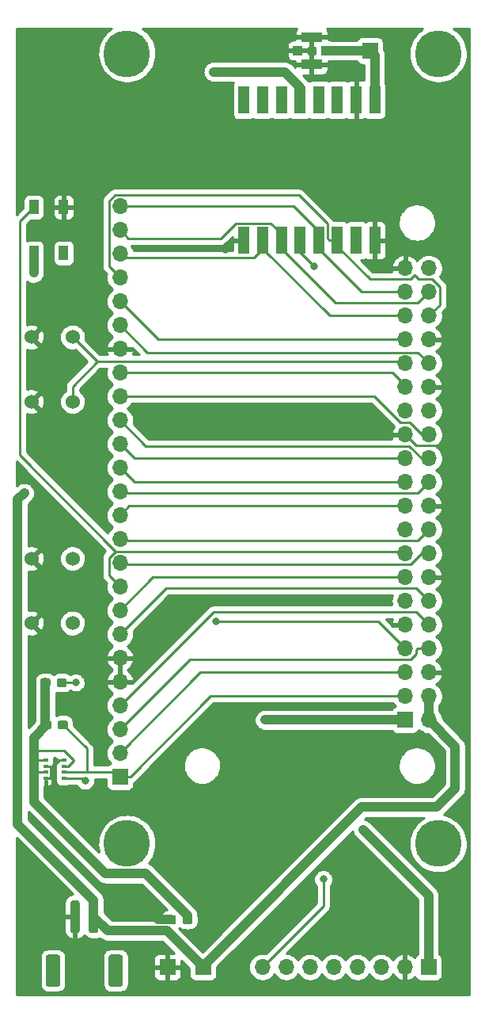
<source format=gtl>
G04 #@! TF.GenerationSoftware,KiCad,Pcbnew,(5.99.0-1124-gd78759612)*
G04 #@! TF.CreationDate,2020-05-27T21:00:59-04:00*
G04 #@! TF.ProjectId,bastion-hat,62617374-696f-46e2-9d68-61742e6b6963,rev?*
G04 #@! TF.SameCoordinates,Original*
G04 #@! TF.FileFunction,Copper,L1,Top*
G04 #@! TF.FilePolarity,Positive*
%FSLAX46Y46*%
G04 Gerber Fmt 4.6, Leading zero omitted, Abs format (unit mm)*
G04 Created by KiCad (PCBNEW (5.99.0-1124-gd78759612)) date 2020-05-27 21:00:59*
%MOMM*%
%LPD*%
G01*
G04 APERTURE LIST*
G04 #@! TA.AperFunction,ComponentPad*
%ADD10O,1.700000X1.700000*%
G04 #@! TD*
G04 #@! TA.AperFunction,ComponentPad*
%ADD11R,1.700000X1.700000*%
G04 #@! TD*
G04 #@! TA.AperFunction,ComponentPad*
%ADD12C,5.000000*%
G04 #@! TD*
G04 #@! TA.AperFunction,SMDPad,CuDef*
%ADD13R,0.490000X0.450000*%
G04 #@! TD*
G04 #@! TA.AperFunction,SMDPad,CuDef*
%ADD14R,1.198880X2.999740*%
G04 #@! TD*
G04 #@! TA.AperFunction,ComponentPad*
%ADD15C,1.524000*%
G04 #@! TD*
G04 #@! TA.AperFunction,SMDPad,CuDef*
%ADD16R,1.000000X1.000000*%
G04 #@! TD*
G04 #@! TA.AperFunction,SMDPad,CuDef*
%ADD17R,2.200000X1.050000*%
G04 #@! TD*
G04 #@! TA.AperFunction,SMDPad,CuDef*
%ADD18R,1.000000X1.500000*%
G04 #@! TD*
G04 #@! TA.AperFunction,ViaPad*
%ADD19C,0.800000*%
G04 #@! TD*
G04 #@! TA.AperFunction,Conductor*
%ADD20C,1.000000*%
G04 #@! TD*
G04 #@! TA.AperFunction,Conductor*
%ADD21C,0.250000*%
G04 #@! TD*
G04 #@! TA.AperFunction,Conductor*
%ADD22C,0.254000*%
G04 #@! TD*
G04 APERTURE END LIST*
D10*
X158790000Y-77740000D03*
X156250000Y-77740000D03*
X158790000Y-95520000D03*
X156250000Y-95520000D03*
X158790000Y-100600000D03*
X156250000Y-100600000D03*
X158790000Y-90440000D03*
X156250000Y-90440000D03*
X158790000Y-118380000D03*
X156250000Y-118380000D03*
X158790000Y-87900000D03*
X156250000Y-87900000D03*
X158790000Y-105680000D03*
X156250000Y-105680000D03*
X158790000Y-82820000D03*
X156250000Y-82820000D03*
X158790000Y-85360000D03*
X156250000Y-85360000D03*
X158790000Y-80280000D03*
X156250000Y-80280000D03*
X158790000Y-103140000D03*
X156250000Y-103140000D03*
X158790000Y-115840000D03*
X156250000Y-115840000D03*
X158790000Y-110760000D03*
X156250000Y-110760000D03*
X158790000Y-92980000D03*
X156250000Y-92980000D03*
X158790000Y-113300000D03*
X156250000Y-113300000D03*
X158790000Y-98060000D03*
X156250000Y-98060000D03*
D11*
X156250000Y-126000000D03*
D10*
X158790000Y-126000000D03*
X156250000Y-120920000D03*
X158790000Y-123460000D03*
X158790000Y-108220000D03*
X156250000Y-108220000D03*
X156250000Y-123460000D03*
X158790000Y-120920000D03*
D12*
X126480000Y-139205000D03*
X159780000Y-139205000D03*
X159780000Y-54805000D03*
X126480000Y-54805000D03*
D13*
X117780000Y-132225000D03*
X117780000Y-130275000D03*
X117780000Y-130925000D03*
X117780000Y-131575000D03*
X119720000Y-132225000D03*
X119720000Y-130275000D03*
X119720000Y-130925000D03*
X119720000Y-131575000D03*
D10*
X140970000Y-152400000D03*
X143510000Y-152400000D03*
X146050000Y-152400000D03*
X148590000Y-152400000D03*
X151130000Y-152400000D03*
X153670000Y-152400000D03*
X156210000Y-152400000D03*
D11*
X158750000Y-152400000D03*
D14*
X139002300Y-59751920D03*
X141001280Y-59751920D03*
X143000260Y-59751920D03*
X145001780Y-59751920D03*
X146998220Y-59751920D03*
X148999740Y-59751920D03*
X150998720Y-59751920D03*
X152997700Y-59751920D03*
X152997700Y-74748080D03*
X150998720Y-74748080D03*
X148999740Y-74748080D03*
X146998220Y-74748080D03*
X145001780Y-74748080D03*
X143000260Y-74748080D03*
X141001280Y-74748080D03*
X139002300Y-74748080D03*
D15*
X116250000Y-91990000D03*
X116250000Y-85090000D03*
X120650000Y-91990000D03*
X120650000Y-85090000D03*
X116250000Y-115650000D03*
X116250000Y-108750000D03*
X120650000Y-115650000D03*
X120650000Y-108750000D03*
G04 #@! TA.AperFunction,SMDPad,CuDef*
G36*
X119878387Y-121543079D02*
G01*
X119955438Y-121594562D01*
X120006921Y-121671613D01*
X120025000Y-121762500D01*
X120025000Y-122237500D01*
X120006921Y-122328387D01*
X119955438Y-122405438D01*
X119878387Y-122456921D01*
X119787500Y-122475000D01*
X119212500Y-122475000D01*
X119121613Y-122456921D01*
X119044562Y-122405438D01*
X118993079Y-122328387D01*
X118975000Y-122237500D01*
X118975000Y-121762500D01*
X118993079Y-121671613D01*
X119044562Y-121594562D01*
X119121613Y-121543079D01*
X119212500Y-121525000D01*
X119787500Y-121525000D01*
X119878387Y-121543079D01*
G37*
G04 #@! TD.AperFunction*
G04 #@! TA.AperFunction,SMDPad,CuDef*
G36*
X118128387Y-121543079D02*
G01*
X118205438Y-121594562D01*
X118256921Y-121671613D01*
X118275000Y-121762500D01*
X118275000Y-122237500D01*
X118256921Y-122328387D01*
X118205438Y-122405438D01*
X118128387Y-122456921D01*
X118037500Y-122475000D01*
X117462500Y-122475000D01*
X117371613Y-122456921D01*
X117294562Y-122405438D01*
X117243079Y-122328387D01*
X117225000Y-122237500D01*
X117225000Y-121762500D01*
X117243079Y-121671613D01*
X117294562Y-121594562D01*
X117371613Y-121543079D01*
X117462500Y-121525000D01*
X118037500Y-121525000D01*
X118128387Y-121543079D01*
G37*
G04 #@! TD.AperFunction*
G04 #@! TA.AperFunction,SMDPad,CuDef*
G36*
X118253387Y-126043079D02*
G01*
X118330438Y-126094562D01*
X118381921Y-126171613D01*
X118400000Y-126262500D01*
X118400000Y-126737500D01*
X118381921Y-126828387D01*
X118330438Y-126905438D01*
X118253387Y-126956921D01*
X118162500Y-126975000D01*
X117587500Y-126975000D01*
X117496613Y-126956921D01*
X117419562Y-126905438D01*
X117368079Y-126828387D01*
X117350000Y-126737500D01*
X117350000Y-126262500D01*
X117368079Y-126171613D01*
X117419562Y-126094562D01*
X117496613Y-126043079D01*
X117587500Y-126025000D01*
X118162500Y-126025000D01*
X118253387Y-126043079D01*
G37*
G04 #@! TD.AperFunction*
G04 #@! TA.AperFunction,SMDPad,CuDef*
G36*
X120003387Y-126043079D02*
G01*
X120080438Y-126094562D01*
X120131921Y-126171613D01*
X120150000Y-126262500D01*
X120150000Y-126737500D01*
X120131921Y-126828387D01*
X120080438Y-126905438D01*
X120003387Y-126956921D01*
X119912500Y-126975000D01*
X119337500Y-126975000D01*
X119246613Y-126956921D01*
X119169562Y-126905438D01*
X119118079Y-126828387D01*
X119100000Y-126737500D01*
X119100000Y-126262500D01*
X119118079Y-126171613D01*
X119169562Y-126094562D01*
X119246613Y-126043079D01*
X119337500Y-126025000D01*
X119912500Y-126025000D01*
X120003387Y-126043079D01*
G37*
G04 #@! TD.AperFunction*
D10*
X125730000Y-71120000D03*
X125730000Y-73660000D03*
X125730000Y-76200000D03*
X125730000Y-78740000D03*
X125730000Y-81280000D03*
X125730000Y-83820000D03*
X125730000Y-86360000D03*
X125730000Y-88900000D03*
X125730000Y-91440000D03*
X125730000Y-93980000D03*
X125730000Y-96520000D03*
X125730000Y-99060000D03*
X125730000Y-101600000D03*
X125730000Y-104140000D03*
X125730000Y-106680000D03*
X125730000Y-109220000D03*
X125730000Y-111760000D03*
X125730000Y-114300000D03*
X125730000Y-116840000D03*
X125730000Y-119380000D03*
X125730000Y-121920000D03*
X125730000Y-124460000D03*
X125730000Y-127000000D03*
X125730000Y-129540000D03*
D11*
X125730000Y-132080000D03*
X130810000Y-152400000D03*
G04 #@! TA.AperFunction,SMDPad,CuDef*
G36*
X125865671Y-151079030D02*
G01*
X125946777Y-151133223D01*
X126000970Y-151214329D01*
X126020000Y-151310000D01*
X126020000Y-154210000D01*
X126000970Y-154305671D01*
X125946777Y-154386777D01*
X125865671Y-154440970D01*
X125770000Y-154460000D01*
X124770000Y-154460000D01*
X124674329Y-154440970D01*
X124593223Y-154386777D01*
X124539030Y-154305671D01*
X124520000Y-154210000D01*
X124520000Y-151310000D01*
X124539030Y-151214329D01*
X124593223Y-151133223D01*
X124674329Y-151079030D01*
X124770000Y-151060000D01*
X125770000Y-151060000D01*
X125865671Y-151079030D01*
G37*
G04 #@! TD.AperFunction*
G04 #@! TA.AperFunction,SMDPad,CuDef*
G36*
X119165671Y-151079030D02*
G01*
X119246777Y-151133223D01*
X119300970Y-151214329D01*
X119320000Y-151310000D01*
X119320000Y-154210000D01*
X119300970Y-154305671D01*
X119246777Y-154386777D01*
X119165671Y-154440970D01*
X119070000Y-154460000D01*
X118070000Y-154460000D01*
X117974329Y-154440970D01*
X117893223Y-154386777D01*
X117839030Y-154305671D01*
X117820000Y-154210000D01*
X117820000Y-151310000D01*
X117839030Y-151214329D01*
X117893223Y-151133223D01*
X117974329Y-151079030D01*
X118070000Y-151060000D01*
X119070000Y-151060000D01*
X119165671Y-151079030D01*
G37*
G04 #@! TD.AperFunction*
G04 #@! TA.AperFunction,SMDPad,CuDef*
G36*
X123265671Y-145279030D02*
G01*
X123346777Y-145333223D01*
X123400970Y-145414329D01*
X123420000Y-145510000D01*
X123420000Y-148510000D01*
X123400970Y-148605671D01*
X123346777Y-148686777D01*
X123265671Y-148740970D01*
X123170000Y-148760000D01*
X122670000Y-148760000D01*
X122574329Y-148740970D01*
X122493223Y-148686777D01*
X122439030Y-148605671D01*
X122420000Y-148510000D01*
X122420000Y-145510000D01*
X122439030Y-145414329D01*
X122493223Y-145333223D01*
X122574329Y-145279030D01*
X122670000Y-145260000D01*
X123170000Y-145260000D01*
X123265671Y-145279030D01*
G37*
G04 #@! TD.AperFunction*
G04 #@! TA.AperFunction,SMDPad,CuDef*
G36*
X121265671Y-145279030D02*
G01*
X121346777Y-145333223D01*
X121400970Y-145414329D01*
X121420000Y-145510000D01*
X121420000Y-148510000D01*
X121400970Y-148605671D01*
X121346777Y-148686777D01*
X121265671Y-148740970D01*
X121170000Y-148760000D01*
X120670000Y-148760000D01*
X120574329Y-148740970D01*
X120493223Y-148686777D01*
X120439030Y-148605671D01*
X120420000Y-148510000D01*
X120420000Y-145510000D01*
X120439030Y-145414329D01*
X120493223Y-145333223D01*
X120574329Y-145279030D01*
X120670000Y-145260000D01*
X121170000Y-145260000D01*
X121265671Y-145279030D01*
G37*
G04 #@! TD.AperFunction*
X134620000Y-152400000D03*
D16*
X147750000Y-54500000D03*
X144750000Y-54500000D03*
D17*
X146250000Y-53025000D03*
X146250000Y-55975000D03*
D11*
X152500000Y-54500000D03*
D18*
X116510000Y-76110000D03*
X119710000Y-76110000D03*
X116510000Y-71210000D03*
X119710000Y-71210000D03*
G04 #@! TA.AperFunction,SMDPad,CuDef*
G36*
X131583387Y-146863079D02*
G01*
X131660438Y-146914562D01*
X131711921Y-146991613D01*
X131730000Y-147082500D01*
X131730000Y-147557500D01*
X131711921Y-147648387D01*
X131660438Y-147725438D01*
X131583387Y-147776921D01*
X131492500Y-147795000D01*
X130917500Y-147795000D01*
X130826613Y-147776921D01*
X130749562Y-147725438D01*
X130698079Y-147648387D01*
X130680000Y-147557500D01*
X130680000Y-147082500D01*
X130698079Y-146991613D01*
X130749562Y-146914562D01*
X130826613Y-146863079D01*
X130917500Y-146845000D01*
X131492500Y-146845000D01*
X131583387Y-146863079D01*
G37*
G04 #@! TD.AperFunction*
G04 #@! TA.AperFunction,SMDPad,CuDef*
G36*
X133333387Y-146863079D02*
G01*
X133410438Y-146914562D01*
X133461921Y-146991613D01*
X133480000Y-147082500D01*
X133480000Y-147557500D01*
X133461921Y-147648387D01*
X133410438Y-147725438D01*
X133333387Y-147776921D01*
X133242500Y-147795000D01*
X132667500Y-147795000D01*
X132576613Y-147776921D01*
X132499562Y-147725438D01*
X132448079Y-147648387D01*
X132430000Y-147557500D01*
X132430000Y-147082500D01*
X132448079Y-146991613D01*
X132499562Y-146914562D01*
X132576613Y-146863079D01*
X132667500Y-146845000D01*
X133242500Y-146845000D01*
X133333387Y-146863079D01*
G37*
G04 #@! TD.AperFunction*
D19*
X144800000Y-128400000D03*
X153800000Y-128800000D03*
X128500000Y-146000000D03*
X137000000Y-75750000D03*
X147500000Y-143000000D03*
X146500000Y-77500000D03*
X122000000Y-132500000D03*
X136000000Y-115500000D03*
X121000000Y-122000000D03*
X115500000Y-101750000D03*
X116500000Y-78250000D03*
X141250000Y-126000000D03*
X135750000Y-56750000D03*
X116500000Y-134750000D03*
X151750000Y-137750000D03*
X151500000Y-126000000D03*
D20*
X161600000Y-133000000D02*
X161600000Y-133300000D01*
X161600000Y-128810000D02*
X161600000Y-132900000D01*
X134620000Y-152280000D02*
X134620000Y-152400000D01*
X161600000Y-132900000D02*
X161600000Y-133000000D01*
X159600000Y-135300000D02*
X151600000Y-135300000D01*
X158790000Y-126000000D02*
X161600000Y-128810000D01*
X161600000Y-133300000D02*
X159600000Y-135300000D01*
X151600000Y-135300000D02*
X134620000Y-152280000D01*
X131205000Y-147320000D02*
X129820000Y-147320000D01*
X122920000Y-147010000D02*
X124430011Y-148520011D01*
X130740011Y-148520011D02*
X134620000Y-152400000D01*
X124430011Y-148520011D02*
X130740011Y-148520011D01*
X129820000Y-147320000D02*
X128500000Y-146000000D01*
D21*
X138001920Y-74748080D02*
X137000000Y-75750000D01*
X139002300Y-74748080D02*
X138001920Y-74748080D01*
X118500000Y-131000000D02*
X118500000Y-133000000D01*
X119225000Y-130275000D02*
X118500000Y-131000000D01*
X119720000Y-130275000D02*
X119225000Y-130275000D01*
X119225000Y-130275000D02*
X118575000Y-130925000D01*
X118575000Y-130925000D02*
X117780000Y-130925000D01*
X117780000Y-130925000D02*
X118275000Y-130925000D01*
X118275000Y-130925000D02*
X118350001Y-131000001D01*
X118350001Y-131000001D02*
X118350001Y-132060001D01*
X118185002Y-132225000D02*
X117780000Y-132225000D01*
X118350001Y-132060001D02*
X118185002Y-132225000D01*
X156250000Y-95520000D02*
X157425001Y-96695001D01*
X157425001Y-96695001D02*
X161304999Y-96695001D01*
X161304999Y-96695001D02*
X161500000Y-96500000D01*
X147500000Y-143000000D02*
X147500000Y-145870000D01*
X147500000Y-145870000D02*
X140970000Y-152400000D01*
X120650000Y-91990000D02*
X120650000Y-90359998D01*
X120650000Y-90359998D02*
X123284999Y-87724999D01*
X156250000Y-87900000D02*
X156074999Y-87724999D01*
X156074999Y-87724999D02*
X123284999Y-87724999D01*
X123284999Y-87724999D02*
X120650000Y-85090000D01*
X125730000Y-83820000D02*
X128634999Y-86724999D01*
X157614999Y-86724999D02*
X158790000Y-87900000D01*
X128634999Y-86724999D02*
X157614999Y-86724999D01*
X148999740Y-74748080D02*
X148150300Y-74748080D01*
X124554999Y-70555999D02*
X124554999Y-77564999D01*
X148150300Y-74748080D02*
X147922661Y-74520441D01*
X147922661Y-74520441D02*
X147922661Y-72988209D01*
X144879451Y-69944999D02*
X125165999Y-69944999D01*
X147922661Y-72988209D02*
X144879451Y-69944999D01*
X125165999Y-69944999D02*
X124554999Y-70555999D01*
X124554999Y-77564999D02*
X125730000Y-78740000D01*
X145001780Y-74748080D02*
X145001780Y-76001780D01*
X145001780Y-76001780D02*
X146500000Y-77500000D01*
X146998220Y-74748080D02*
X146998220Y-73847650D01*
X146998220Y-73847650D02*
X144270570Y-71120000D01*
X144270570Y-71120000D02*
X125730000Y-71120000D01*
X125730000Y-73660000D02*
X126640001Y-74570001D01*
X126640001Y-74570001D02*
X136496067Y-74570001D01*
X136496067Y-74570001D02*
X138142859Y-72923209D01*
X138142859Y-72923209D02*
X141860721Y-72923209D01*
X141860721Y-72923209D02*
X143000260Y-74062748D01*
X143000260Y-74062748D02*
X143000260Y-74748080D01*
X125730000Y-76200000D02*
X125730000Y-76230000D01*
X125730000Y-76230000D02*
X126072951Y-76572951D01*
X126072951Y-76572951D02*
X140076839Y-76572951D01*
X140076839Y-76572951D02*
X141001280Y-75648510D01*
X141001280Y-75648510D02*
X141001280Y-74748080D01*
X156250000Y-85360000D02*
X129810000Y-85360000D01*
X129810000Y-85360000D02*
X125730000Y-81280000D01*
X158790000Y-82820000D02*
X159965001Y-81644999D01*
X159164003Y-78915001D02*
X157665001Y-78915001D01*
X156814001Y-78915001D02*
X152481329Y-78915001D01*
X159965001Y-81644999D02*
X159965001Y-79715999D01*
X157229002Y-78500000D02*
X156814001Y-78915001D01*
X159965001Y-79715999D02*
X159164003Y-78915001D01*
X157665001Y-78915001D02*
X157250000Y-78500000D01*
X157250000Y-78500000D02*
X157229002Y-78500000D01*
X148999740Y-75433412D02*
X148999740Y-74748080D01*
X152481329Y-78915001D02*
X148999740Y-75433412D01*
X156250000Y-82820000D02*
X148172770Y-82820000D01*
X148172770Y-82820000D02*
X141001280Y-75648510D01*
X158790000Y-80280000D02*
X157614999Y-81455001D01*
X157614999Y-81455001D02*
X148806751Y-81455001D01*
X148806751Y-81455001D02*
X143000260Y-75648510D01*
X143000260Y-75648510D02*
X143000260Y-74748080D01*
X156250000Y-80280000D02*
X151629710Y-80280000D01*
X151629710Y-80280000D02*
X146998220Y-75648510D01*
X146998220Y-75648510D02*
X146998220Y-74748080D01*
X145001780Y-75648510D02*
X145001780Y-74748080D01*
X154900000Y-88900000D02*
X125730000Y-88900000D01*
X156440000Y-90440000D02*
X154900000Y-88900000D01*
X156250000Y-90440000D02*
X156440000Y-90440000D01*
X152940000Y-91440000D02*
X125730000Y-91440000D01*
X155750000Y-94250000D02*
X152940000Y-91440000D01*
X157989002Y-95520000D02*
X156719002Y-94250000D01*
X156719002Y-94250000D02*
X155750000Y-94250000D01*
X158790000Y-95520000D02*
X157989002Y-95520000D01*
X127270000Y-98060000D02*
X125730000Y-96520000D01*
X156250000Y-98060000D02*
X127270000Y-98060000D01*
X156679002Y-96750000D02*
X128500000Y-96750000D01*
X128500000Y-96750000D02*
X125730000Y-93980000D01*
X157989002Y-98060000D02*
X156679002Y-96750000D01*
X158790000Y-98060000D02*
X157989002Y-98060000D01*
X127270000Y-100600000D02*
X125730000Y-99060000D01*
X156250000Y-100600000D02*
X127270000Y-100600000D01*
X157614999Y-101775001D02*
X125905001Y-101775001D01*
X125905001Y-101775001D02*
X125730000Y-101600000D01*
X158790000Y-100600000D02*
X157614999Y-101775001D01*
X126730000Y-103140000D02*
X125730000Y-104140000D01*
X156250000Y-103140000D02*
X126730000Y-103140000D01*
X125905001Y-106855001D02*
X125730000Y-106680000D01*
X157614999Y-106855001D02*
X125905001Y-106855001D01*
X158790000Y-105680000D02*
X157614999Y-106855001D01*
X157989002Y-108220000D02*
X156814001Y-109395001D01*
X125905001Y-109395001D02*
X125730000Y-109220000D01*
X156814001Y-109395001D02*
X125905001Y-109395001D01*
X158790000Y-108220000D02*
X157989002Y-108220000D01*
X115000000Y-72720000D02*
X116510000Y-71210000D01*
X115000000Y-97689002D02*
X115000000Y-72720000D01*
X156074999Y-108044999D02*
X125355997Y-108044999D01*
X156250000Y-108220000D02*
X156074999Y-108044999D01*
X129270000Y-110760000D02*
X125730000Y-114300000D01*
X156250000Y-110760000D02*
X129270000Y-110760000D01*
X124554999Y-110584999D02*
X125730000Y-111760000D01*
X124554999Y-108655999D02*
X124554999Y-110584999D01*
X125241497Y-107969501D02*
X124554999Y-108655999D01*
X125280499Y-107969501D02*
X125241497Y-107969501D01*
X125280499Y-107969501D02*
X115000000Y-97689002D01*
X125355997Y-108044999D02*
X125280499Y-107969501D01*
X133174999Y-119555001D02*
X125730000Y-127000000D01*
X156814001Y-119555001D02*
X133174999Y-119555001D01*
X157425001Y-118542918D02*
X157425001Y-118944001D01*
X157425001Y-118944001D02*
X156814001Y-119555001D01*
X157587919Y-118380000D02*
X157425001Y-118542918D01*
X158790000Y-118380000D02*
X157587919Y-118380000D01*
X130634999Y-111935001D02*
X125730000Y-116840000D01*
X158800000Y-113300000D02*
X157435001Y-111935001D01*
X157435001Y-111935001D02*
X130634999Y-111935001D01*
X158790000Y-113300000D02*
X158800000Y-113300000D01*
X155524999Y-114475001D02*
X135714999Y-114475001D01*
X157425001Y-114475001D02*
X155524999Y-114475001D01*
X135714999Y-114475001D02*
X125730000Y-124460000D01*
X158790000Y-115840000D02*
X157425001Y-114475001D01*
X134350000Y-120920000D02*
X156250000Y-120920000D01*
X125730000Y-129540000D02*
X134350000Y-120920000D01*
X135450000Y-123460000D02*
X156250000Y-123460000D01*
X126830000Y-132080000D02*
X135450000Y-123460000D01*
X125730000Y-132080000D02*
X126830000Y-132080000D01*
X125225000Y-131575000D02*
X125730000Y-132080000D01*
X121725000Y-132225000D02*
X122000000Y-132500000D01*
X119720000Y-132225000D02*
X121725000Y-132225000D01*
X153370000Y-115500000D02*
X136000000Y-115500000D01*
X156250000Y-118380000D02*
X153370000Y-115500000D01*
D20*
X152997700Y-54997700D02*
X152500000Y-54500000D01*
X152997700Y-59751920D02*
X152997700Y-54997700D01*
X147750000Y-54500000D02*
X152500000Y-54500000D01*
D21*
X122175000Y-129050000D02*
X119625000Y-126500000D01*
X122175000Y-131575000D02*
X125225000Y-131575000D01*
X122175000Y-131575000D02*
X122175000Y-129050000D01*
X119720000Y-131575000D02*
X122175000Y-131575000D01*
X119500000Y-122000000D02*
X121000000Y-122000000D01*
D20*
X158790000Y-126000000D02*
X158790000Y-123460000D01*
X122920000Y-145260000D02*
X122920000Y-147010000D01*
X114787999Y-137127999D02*
X122920000Y-145260000D01*
X114787999Y-102462001D02*
X114787999Y-137127999D01*
X115500000Y-101750000D02*
X114787999Y-102462001D01*
X116510000Y-76110000D02*
X116510000Y-78240000D01*
X116510000Y-78240000D02*
X116500000Y-78250000D01*
X145001780Y-58394128D02*
X143357652Y-56750000D01*
X145001780Y-59751920D02*
X145001780Y-58394128D01*
X143357652Y-56750000D02*
X135750000Y-56750000D01*
X116500000Y-127875000D02*
X117875000Y-126500000D01*
X117750000Y-126375000D02*
X117875000Y-126500000D01*
X117750000Y-122000000D02*
X117750000Y-126375000D01*
D21*
X116775000Y-130275000D02*
X116500000Y-130000000D01*
X117780000Y-130275000D02*
X116775000Y-130275000D01*
X120750000Y-130249998D02*
X119750002Y-129250000D01*
X120750000Y-130390000D02*
X120750000Y-130249998D01*
X119720000Y-130925000D02*
X120215000Y-130925000D01*
X119750002Y-129250000D02*
X116500000Y-129250000D01*
D20*
X116500000Y-129250000D02*
X116500000Y-127875000D01*
D21*
X120215000Y-130925000D02*
X120750000Y-130390000D01*
D20*
X116500000Y-130000000D02*
X116500000Y-129250000D01*
D21*
X116825000Y-131575000D02*
X116500000Y-131250000D01*
D20*
X116500000Y-134750000D02*
X116500000Y-131250000D01*
D21*
X117780000Y-131575000D02*
X116825000Y-131575000D01*
D20*
X116500000Y-131250000D02*
X116500000Y-130000000D01*
X158750000Y-144750000D02*
X151750000Y-137750000D01*
X158750000Y-152400000D02*
X158750000Y-144750000D01*
X156250000Y-126000000D02*
X151500000Y-126000000D01*
X151500000Y-126000000D02*
X141250000Y-126000000D01*
X124155001Y-142405001D02*
X116500000Y-134750000D01*
X128515001Y-142405001D02*
X124155001Y-142405001D01*
X132955000Y-146845000D02*
X128515001Y-142405001D01*
X132955000Y-147320000D02*
X132955000Y-146845000D01*
G36*
X124814963Y-52143873D02*
G01*
X124808814Y-52147730D01*
X124520135Y-52352883D01*
X124514470Y-52357422D01*
X124251284Y-52594396D01*
X124246178Y-52599556D01*
X124011974Y-52865208D01*
X124007495Y-52870921D01*
X123805376Y-53161731D01*
X123801583Y-53167921D01*
X123634229Y-53480035D01*
X123631172Y-53486620D01*
X123500801Y-53815901D01*
X123498522Y-53822793D01*
X123406861Y-54164877D01*
X123405389Y-54171985D01*
X123353653Y-54522337D01*
X123353008Y-54529568D01*
X123341884Y-54883544D01*
X123342074Y-54890801D01*
X123371709Y-55243709D01*
X123372731Y-55250896D01*
X123442731Y-55598060D01*
X123444573Y-55605081D01*
X123554012Y-55941899D01*
X123556649Y-55948662D01*
X123704075Y-56270669D01*
X123707472Y-56277085D01*
X123890932Y-56580013D01*
X123895044Y-56585995D01*
X124112105Y-56865829D01*
X124116877Y-56871299D01*
X124364664Y-57124331D01*
X124370033Y-57129216D01*
X124645260Y-57352091D01*
X124651155Y-57356326D01*
X124950174Y-57546090D01*
X124956517Y-57549620D01*
X125275367Y-57703759D01*
X125282073Y-57706537D01*
X125616524Y-57823005D01*
X125623506Y-57824994D01*
X125969128Y-57902249D01*
X125976292Y-57903422D01*
X126328503Y-57940441D01*
X126335754Y-57940783D01*
X126689886Y-57937075D01*
X126697128Y-57936581D01*
X127048486Y-57892194D01*
X127055623Y-57890871D01*
X127399552Y-57806394D01*
X127406490Y-57804260D01*
X127738430Y-57680812D01*
X127745077Y-57677895D01*
X128060628Y-57517114D01*
X128066895Y-57513452D01*
X128361875Y-57317466D01*
X128367679Y-57313108D01*
X128638179Y-57084519D01*
X128643444Y-57079522D01*
X128836560Y-56873875D01*
X134613287Y-56873875D01*
X134615033Y-56888967D01*
X134675647Y-57141443D01*
X134680942Y-57155683D01*
X134800031Y-57386414D01*
X134808570Y-57398979D01*
X134979259Y-57594642D01*
X134990549Y-57604808D01*
X135202982Y-57754109D01*
X135216371Y-57761288D01*
X135458440Y-57855667D01*
X135473486Y-57859488D01*
X135679417Y-57885503D01*
X135687320Y-57886000D01*
X137882119Y-57886000D01*
X137803501Y-58022170D01*
X137795960Y-58042887D01*
X137761982Y-58235588D01*
X137761023Y-58246549D01*
X137761023Y-61260048D01*
X137763179Y-61276424D01*
X137837997Y-61555649D01*
X137850740Y-61580129D01*
X137981850Y-61736380D01*
X137998739Y-61750551D01*
X138172980Y-61851149D01*
X138193697Y-61858690D01*
X138386398Y-61892668D01*
X138397359Y-61893627D01*
X139609998Y-61893627D01*
X139626374Y-61891471D01*
X139905599Y-61816653D01*
X139930079Y-61803910D01*
X139995694Y-61748853D01*
X139997719Y-61750552D01*
X140171960Y-61851149D01*
X140192677Y-61858690D01*
X140385378Y-61892668D01*
X140396339Y-61893627D01*
X141608978Y-61893627D01*
X141625354Y-61891471D01*
X141904579Y-61816653D01*
X141929059Y-61803910D01*
X141994674Y-61748853D01*
X141996699Y-61750552D01*
X142170940Y-61851149D01*
X142191657Y-61858690D01*
X142384358Y-61892668D01*
X142395319Y-61893627D01*
X143607958Y-61893627D01*
X143624334Y-61891471D01*
X143903559Y-61816653D01*
X143928039Y-61803910D01*
X143994924Y-61747787D01*
X143998219Y-61750551D01*
X144172460Y-61851149D01*
X144193177Y-61858690D01*
X144385878Y-61892668D01*
X144396839Y-61893627D01*
X145609478Y-61893627D01*
X145625854Y-61891471D01*
X145905079Y-61816653D01*
X145929559Y-61803910D01*
X145993904Y-61749918D01*
X145994659Y-61750551D01*
X146168900Y-61851149D01*
X146189617Y-61858690D01*
X146382318Y-61892668D01*
X146393279Y-61893627D01*
X147605918Y-61893627D01*
X147622294Y-61891471D01*
X147901519Y-61816653D01*
X147925999Y-61803910D01*
X147992884Y-61747787D01*
X147996179Y-61750551D01*
X148170420Y-61851149D01*
X148191137Y-61858690D01*
X148383838Y-61892668D01*
X148394799Y-61893627D01*
X149607438Y-61893627D01*
X149623814Y-61891471D01*
X149903039Y-61816653D01*
X149927519Y-61803910D01*
X149993134Y-61748853D01*
X149995159Y-61750552D01*
X150169400Y-61851149D01*
X150190117Y-61858690D01*
X150382818Y-61892668D01*
X150393779Y-61893627D01*
X150796911Y-61893627D01*
X150870720Y-61819818D01*
X150870721Y-59953728D01*
X150870720Y-59953727D01*
X150870721Y-57684022D01*
X150796912Y-57610213D01*
X150391022Y-57610213D01*
X150374646Y-57612369D01*
X150095422Y-57687187D01*
X150070942Y-57699930D01*
X150005326Y-57754988D01*
X150003301Y-57753289D01*
X149829060Y-57652691D01*
X149808343Y-57645150D01*
X149615642Y-57611172D01*
X149604681Y-57610213D01*
X148392042Y-57610213D01*
X148375666Y-57612369D01*
X148096442Y-57687187D01*
X148071962Y-57699930D01*
X148005076Y-57756054D01*
X148001781Y-57753289D01*
X147827540Y-57652691D01*
X147806823Y-57645150D01*
X147614122Y-57611172D01*
X147603161Y-57610213D01*
X146390522Y-57610213D01*
X146374146Y-57612369D01*
X146094922Y-57687187D01*
X146070442Y-57699930D01*
X146006096Y-57753923D01*
X146005341Y-57753289D01*
X145896741Y-57690589D01*
X145864495Y-57643670D01*
X145854447Y-57632273D01*
X145781302Y-57567105D01*
X145356034Y-57141837D01*
X146048191Y-57141837D01*
X146122000Y-57068028D01*
X146377999Y-57068028D01*
X146451808Y-57141837D01*
X147358258Y-57141837D01*
X147374634Y-57139681D01*
X147653859Y-57064863D01*
X147678339Y-57052120D01*
X147834590Y-56921010D01*
X147848761Y-56904121D01*
X147949359Y-56729880D01*
X147956900Y-56709163D01*
X147990878Y-56516462D01*
X147991837Y-56505501D01*
X147991837Y-56176809D01*
X147918028Y-56103000D01*
X146451809Y-56102999D01*
X146378000Y-56176808D01*
X146377999Y-57068028D01*
X146122000Y-57068028D01*
X146122001Y-56176809D01*
X146048192Y-56103000D01*
X144581972Y-56102999D01*
X144508163Y-56176808D01*
X144508163Y-56293966D01*
X144188799Y-55974602D01*
X144128393Y-55905357D01*
X144117103Y-55895192D01*
X144035206Y-55837635D01*
X143956470Y-55775897D01*
X143943474Y-55768027D01*
X143923034Y-55758798D01*
X143904671Y-55745892D01*
X143891282Y-55738712D01*
X143798022Y-55702352D01*
X143706827Y-55661176D01*
X143692330Y-55656633D01*
X143670276Y-55652546D01*
X143649212Y-55644333D01*
X143634166Y-55640512D01*
X143543654Y-55629078D01*
X143437029Y-55609316D01*
X143421867Y-55608362D01*
X143324081Y-55614000D01*
X135684907Y-55614000D01*
X135677332Y-55614457D01*
X135484633Y-55637776D01*
X135469880Y-55641400D01*
X135226991Y-55733180D01*
X135213527Y-55740218D01*
X134999542Y-55887285D01*
X134988146Y-55897333D01*
X134815418Y-56091199D01*
X134806748Y-56103674D01*
X134685249Y-56333144D01*
X134679805Y-56347327D01*
X134616551Y-56599156D01*
X134614647Y-56614228D01*
X134613287Y-56873875D01*
X128836560Y-56873875D01*
X128885878Y-56821357D01*
X128890534Y-56815788D01*
X129101688Y-56531470D01*
X129105673Y-56525402D01*
X129282749Y-56218699D01*
X129286011Y-56212214D01*
X129426661Y-55887190D01*
X129429155Y-55880373D01*
X129531516Y-55541337D01*
X129533211Y-55534279D01*
X129596101Y-55184749D01*
X129597067Y-55175560D01*
X129611955Y-54701808D01*
X143608163Y-54701808D01*
X143608163Y-55008258D01*
X143610319Y-55024634D01*
X143685137Y-55303859D01*
X143697880Y-55328339D01*
X143828990Y-55484590D01*
X143845879Y-55498761D01*
X144020120Y-55599359D01*
X144040837Y-55606900D01*
X144233538Y-55640878D01*
X144244499Y-55641837D01*
X144508163Y-55641837D01*
X144508163Y-55773191D01*
X144581972Y-55847000D01*
X146048191Y-55847001D01*
X146122000Y-55773192D01*
X146122001Y-54881972D01*
X146048192Y-54808163D01*
X145891837Y-54808163D01*
X145891837Y-54701809D01*
X145818028Y-54628000D01*
X144951808Y-54627999D01*
X144951807Y-54628000D01*
X143681972Y-54627999D01*
X143608163Y-54701808D01*
X129611955Y-54701808D01*
X129614184Y-54630894D01*
X129613797Y-54621661D01*
X129572978Y-54268873D01*
X129571730Y-54261722D01*
X129509054Y-53994499D01*
X143608163Y-53994499D01*
X143608163Y-54298191D01*
X143681972Y-54372000D01*
X144548192Y-54372001D01*
X144548193Y-54372000D01*
X145818028Y-54372001D01*
X145891837Y-54298192D01*
X145891837Y-54191837D01*
X146048191Y-54191837D01*
X146122000Y-54118028D01*
X146377999Y-54118028D01*
X146451808Y-54191837D01*
X146608163Y-54191837D01*
X146608163Y-54808163D01*
X146451809Y-54808163D01*
X146378000Y-54881972D01*
X146377999Y-55773191D01*
X146451808Y-55847000D01*
X147918028Y-55847001D01*
X147991837Y-55773192D01*
X147991837Y-55641837D01*
X148258258Y-55641837D01*
X148274634Y-55639681D01*
X148288372Y-55636000D01*
X151080352Y-55636000D01*
X151085137Y-55653859D01*
X151097880Y-55678339D01*
X151228990Y-55834590D01*
X151245879Y-55848761D01*
X151420120Y-55949359D01*
X151440837Y-55956900D01*
X151633538Y-55990878D01*
X151644499Y-55991837D01*
X151861701Y-55991837D01*
X151861700Y-57672125D01*
X151828040Y-57652691D01*
X151807323Y-57645150D01*
X151614622Y-57611172D01*
X151603661Y-57610213D01*
X151200529Y-57610213D01*
X151126720Y-57684022D01*
X151126719Y-59550112D01*
X151126720Y-59550113D01*
X151126719Y-61819818D01*
X151200528Y-61893627D01*
X151606418Y-61893627D01*
X151622794Y-61891471D01*
X151902019Y-61816653D01*
X151926499Y-61803910D01*
X151992114Y-61748853D01*
X151994139Y-61750552D01*
X152168380Y-61851149D01*
X152189097Y-61858690D01*
X152381798Y-61892668D01*
X152392759Y-61893627D01*
X153605398Y-61893627D01*
X153621774Y-61891471D01*
X153900999Y-61816653D01*
X153925479Y-61803910D01*
X154081730Y-61672800D01*
X154095901Y-61655911D01*
X154196499Y-61481670D01*
X154204040Y-61460953D01*
X154238018Y-61268252D01*
X154238977Y-61257291D01*
X154238977Y-58243792D01*
X154236821Y-58227416D01*
X154162003Y-57948192D01*
X154149260Y-57923712D01*
X154133700Y-57905168D01*
X154133700Y-55037092D01*
X154139948Y-54945443D01*
X154139153Y-54930272D01*
X154121945Y-54831675D01*
X154109924Y-54732334D01*
X154106300Y-54717581D01*
X154098370Y-54696593D01*
X154094511Y-54674487D01*
X154090121Y-54659944D01*
X154049897Y-54568312D01*
X154014520Y-54474690D01*
X154007481Y-54461227D01*
X153994771Y-54442732D01*
X153991837Y-54436049D01*
X153991837Y-53641742D01*
X153989681Y-53625366D01*
X153914863Y-53346142D01*
X153902120Y-53321662D01*
X153771010Y-53165410D01*
X153754121Y-53151239D01*
X153579880Y-53050641D01*
X153559163Y-53043100D01*
X153366462Y-53009122D01*
X153355501Y-53008163D01*
X151641742Y-53008163D01*
X151625366Y-53010319D01*
X151346142Y-53085137D01*
X151321662Y-53097880D01*
X151165410Y-53228990D01*
X151151239Y-53245879D01*
X151083041Y-53364000D01*
X148294128Y-53364000D01*
X148266462Y-53359122D01*
X148255501Y-53358163D01*
X147991837Y-53358163D01*
X147991837Y-53226809D01*
X147918028Y-53153000D01*
X146451809Y-53152999D01*
X146378000Y-53226808D01*
X146377999Y-54118028D01*
X146122000Y-54118028D01*
X146122001Y-53226809D01*
X146048192Y-53153000D01*
X144581972Y-53152999D01*
X144508163Y-53226808D01*
X144508163Y-53358163D01*
X144241742Y-53358163D01*
X144225366Y-53360319D01*
X143946142Y-53435137D01*
X143921662Y-53447880D01*
X143765410Y-53578990D01*
X143751239Y-53595879D01*
X143650641Y-53770120D01*
X143643100Y-53790837D01*
X143609122Y-53983538D01*
X143608163Y-53994499D01*
X129509054Y-53994499D01*
X129490859Y-53916928D01*
X129488797Y-53909968D01*
X129368832Y-53576754D01*
X129365985Y-53570077D01*
X129208517Y-53252860D01*
X129204920Y-53246554D01*
X129012036Y-52949538D01*
X129007738Y-52943688D01*
X128781994Y-52670810D01*
X128777053Y-52665492D01*
X128521440Y-52420369D01*
X128515921Y-52415655D01*
X128233828Y-52201535D01*
X128227803Y-52197486D01*
X128120454Y-52134000D01*
X144629230Y-52134000D01*
X144550641Y-52270120D01*
X144543100Y-52290837D01*
X144509122Y-52483538D01*
X144508163Y-52494499D01*
X144508163Y-52823191D01*
X144581972Y-52897000D01*
X146048192Y-52897001D01*
X146048193Y-52897000D01*
X147918028Y-52897001D01*
X147991837Y-52823192D01*
X147991837Y-52491742D01*
X147989681Y-52475366D01*
X147914863Y-52196142D01*
X147902120Y-52171662D01*
X147870518Y-52134000D01*
X158132922Y-52134000D01*
X158114963Y-52143873D01*
X158108814Y-52147730D01*
X157820135Y-52352883D01*
X157814470Y-52357422D01*
X157551284Y-52594396D01*
X157546178Y-52599556D01*
X157311974Y-52865208D01*
X157307495Y-52870921D01*
X157105376Y-53161731D01*
X157101583Y-53167921D01*
X156934229Y-53480035D01*
X156931172Y-53486620D01*
X156800801Y-53815901D01*
X156798522Y-53822793D01*
X156706861Y-54164877D01*
X156705389Y-54171985D01*
X156653653Y-54522337D01*
X156653008Y-54529568D01*
X156641884Y-54883544D01*
X156642074Y-54890801D01*
X156671709Y-55243709D01*
X156672731Y-55250896D01*
X156742731Y-55598060D01*
X156744573Y-55605081D01*
X156854012Y-55941899D01*
X156856649Y-55948662D01*
X157004075Y-56270669D01*
X157007472Y-56277085D01*
X157190932Y-56580013D01*
X157195044Y-56585995D01*
X157412105Y-56865829D01*
X157416877Y-56871299D01*
X157664664Y-57124331D01*
X157670033Y-57129216D01*
X157945260Y-57352091D01*
X157951155Y-57356326D01*
X158250174Y-57546090D01*
X158256517Y-57549620D01*
X158575367Y-57703759D01*
X158582073Y-57706537D01*
X158916524Y-57823005D01*
X158923506Y-57824994D01*
X159269128Y-57902249D01*
X159276292Y-57903422D01*
X159628503Y-57940441D01*
X159635754Y-57940783D01*
X159989886Y-57937075D01*
X159997128Y-57936581D01*
X160348486Y-57892194D01*
X160355623Y-57890871D01*
X160699552Y-57806394D01*
X160706490Y-57804260D01*
X161038430Y-57680812D01*
X161045077Y-57677895D01*
X161360628Y-57517114D01*
X161366895Y-57513452D01*
X161661875Y-57317466D01*
X161667679Y-57313108D01*
X161938179Y-57084519D01*
X161943444Y-57079522D01*
X162185878Y-56821357D01*
X162190534Y-56815788D01*
X162401688Y-56531470D01*
X162405673Y-56525402D01*
X162582749Y-56218699D01*
X162586011Y-56212214D01*
X162726661Y-55887190D01*
X162729155Y-55880373D01*
X162831516Y-55541337D01*
X162833211Y-55534279D01*
X162896101Y-55184749D01*
X162897067Y-55175560D01*
X162914184Y-54630894D01*
X162913797Y-54621661D01*
X162872978Y-54268873D01*
X162871730Y-54261722D01*
X162790859Y-53916928D01*
X162788797Y-53909968D01*
X162668832Y-53576754D01*
X162665985Y-53570077D01*
X162508517Y-53252860D01*
X162504920Y-53246554D01*
X162312036Y-52949538D01*
X162307738Y-52943688D01*
X162081994Y-52670810D01*
X162077053Y-52665492D01*
X161821440Y-52420369D01*
X161815921Y-52415655D01*
X161533828Y-52201535D01*
X161527803Y-52197486D01*
X161420454Y-52134000D01*
X163116000Y-52134000D01*
X163116001Y-155366000D01*
X114634000Y-155366000D01*
X114634000Y-151308071D01*
X117180776Y-151308071D01*
X117180776Y-154214183D01*
X117182220Y-154227613D01*
X117255255Y-154563353D01*
X117263885Y-154584187D01*
X117392696Y-154784620D01*
X117404499Y-154798241D01*
X117582849Y-154952783D01*
X117598011Y-154962527D01*
X117812677Y-155060561D01*
X117829970Y-155065639D01*
X118059094Y-155098582D01*
X118068071Y-155099224D01*
X119074183Y-155099224D01*
X119087613Y-155097780D01*
X119423353Y-155024745D01*
X119444187Y-155016115D01*
X119644620Y-154887304D01*
X119658241Y-154875501D01*
X119812783Y-154697151D01*
X119822527Y-154681989D01*
X119920561Y-154467323D01*
X119925639Y-154450030D01*
X119958582Y-154220906D01*
X119959224Y-154211929D01*
X119959224Y-151308071D01*
X123880776Y-151308071D01*
X123880776Y-154214183D01*
X123882220Y-154227613D01*
X123955255Y-154563353D01*
X123963885Y-154584187D01*
X124092696Y-154784620D01*
X124104499Y-154798241D01*
X124282849Y-154952783D01*
X124298011Y-154962527D01*
X124512677Y-155060561D01*
X124529970Y-155065639D01*
X124759094Y-155098582D01*
X124768071Y-155099224D01*
X125774183Y-155099224D01*
X125787613Y-155097780D01*
X126123353Y-155024745D01*
X126144187Y-155016115D01*
X126344620Y-154887304D01*
X126358241Y-154875501D01*
X126512783Y-154697151D01*
X126522527Y-154681989D01*
X126620561Y-154467323D01*
X126625639Y-154450030D01*
X126658582Y-154220906D01*
X126659224Y-154211929D01*
X126659224Y-152601809D01*
X129318163Y-152601809D01*
X129318163Y-153258258D01*
X129320319Y-153274634D01*
X129395137Y-153553859D01*
X129407880Y-153578339D01*
X129538990Y-153734590D01*
X129555879Y-153748761D01*
X129730120Y-153849359D01*
X129750837Y-153856900D01*
X129943538Y-153890878D01*
X129954499Y-153891837D01*
X130608191Y-153891837D01*
X130682000Y-153818028D01*
X130682000Y-152601809D01*
X130938000Y-152601809D01*
X130938000Y-153818028D01*
X131011809Y-153891837D01*
X131668258Y-153891837D01*
X131684634Y-153889681D01*
X131963859Y-153814863D01*
X131988339Y-153802120D01*
X132144590Y-153671010D01*
X132158761Y-153654121D01*
X132259359Y-153479880D01*
X132266900Y-153459163D01*
X132300878Y-153266462D01*
X132301837Y-153255501D01*
X132301837Y-152601809D01*
X132228028Y-152528000D01*
X131011809Y-152528000D01*
X130938000Y-152601809D01*
X130682000Y-152601809D01*
X130608191Y-152528000D01*
X129391972Y-152528000D01*
X129318163Y-152601809D01*
X126659224Y-152601809D01*
X126659224Y-151544499D01*
X129318163Y-151544499D01*
X129318163Y-152198191D01*
X129391972Y-152272000D01*
X130608191Y-152272000D01*
X130682000Y-152198191D01*
X130682000Y-150981972D01*
X130608191Y-150908163D01*
X129951742Y-150908163D01*
X129935366Y-150910319D01*
X129656142Y-150985137D01*
X129631662Y-150997880D01*
X129475410Y-151128990D01*
X129461239Y-151145879D01*
X129360641Y-151320120D01*
X129353100Y-151340837D01*
X129319122Y-151533538D01*
X129318163Y-151544499D01*
X126659224Y-151544499D01*
X126659224Y-151305817D01*
X126657780Y-151292387D01*
X126584745Y-150956647D01*
X126576115Y-150935813D01*
X126447304Y-150735380D01*
X126435501Y-150721759D01*
X126257151Y-150567217D01*
X126241989Y-150557473D01*
X126027323Y-150459439D01*
X126010030Y-150454361D01*
X125780906Y-150421418D01*
X125771929Y-150420776D01*
X124765817Y-150420776D01*
X124752387Y-150422220D01*
X124416647Y-150495255D01*
X124395813Y-150503885D01*
X124195380Y-150632696D01*
X124181759Y-150644499D01*
X124027217Y-150822849D01*
X124017473Y-150838011D01*
X123919439Y-151052677D01*
X123914361Y-151069970D01*
X123881418Y-151299094D01*
X123880776Y-151308071D01*
X119959224Y-151308071D01*
X119959224Y-151305817D01*
X119957780Y-151292387D01*
X119884745Y-150956647D01*
X119876115Y-150935813D01*
X119747304Y-150735380D01*
X119735501Y-150721759D01*
X119557151Y-150567217D01*
X119541989Y-150557473D01*
X119327323Y-150459439D01*
X119310030Y-150454361D01*
X119080906Y-150421418D01*
X119071929Y-150420776D01*
X118065817Y-150420776D01*
X118052387Y-150422220D01*
X117716647Y-150495255D01*
X117695813Y-150503885D01*
X117495380Y-150632696D01*
X117481759Y-150644499D01*
X117327217Y-150822849D01*
X117317473Y-150838011D01*
X117219439Y-151052677D01*
X117214361Y-151069970D01*
X117181418Y-151299094D01*
X117180776Y-151308071D01*
X114634000Y-151308071D01*
X114634000Y-147211809D01*
X119780776Y-147211809D01*
X119780776Y-148514183D01*
X119782220Y-148527613D01*
X119855255Y-148863353D01*
X119863885Y-148884187D01*
X119992696Y-149084620D01*
X120004499Y-149098241D01*
X120182849Y-149252783D01*
X120198011Y-149262527D01*
X120412677Y-149360561D01*
X120429971Y-149365639D01*
X120705025Y-149405186D01*
X120792000Y-149329821D01*
X120792000Y-147211809D01*
X120718191Y-147138000D01*
X119854585Y-147138000D01*
X119780776Y-147211809D01*
X114634000Y-147211809D01*
X114634000Y-138580545D01*
X120674230Y-144620776D01*
X120665817Y-144620776D01*
X120652387Y-144622220D01*
X120316647Y-144695255D01*
X120295813Y-144703885D01*
X120095380Y-144832696D01*
X120081759Y-144844499D01*
X119927217Y-145022849D01*
X119917473Y-145038011D01*
X119819439Y-145252677D01*
X119814361Y-145269970D01*
X119781418Y-145499094D01*
X119780776Y-145508071D01*
X119780776Y-146808191D01*
X119854585Y-146882000D01*
X121048000Y-146882000D01*
X121048000Y-149332078D01*
X121141878Y-149407730D01*
X121523353Y-149324745D01*
X121544188Y-149316115D01*
X121744620Y-149187304D01*
X121758241Y-149175501D01*
X121912783Y-148997151D01*
X121922527Y-148981989D01*
X121924276Y-148978158D01*
X121992696Y-149084620D01*
X122004499Y-149098241D01*
X122182849Y-149252783D01*
X122198011Y-149262527D01*
X122412677Y-149360561D01*
X122429970Y-149365639D01*
X122659094Y-149398582D01*
X122668071Y-149399224D01*
X123174183Y-149399224D01*
X123187613Y-149397780D01*
X123523353Y-149324745D01*
X123544188Y-149316115D01*
X123590077Y-149286623D01*
X123598871Y-149295417D01*
X123659270Y-149364654D01*
X123670560Y-149374819D01*
X123752447Y-149432369D01*
X123831192Y-149494114D01*
X123844186Y-149501983D01*
X123864632Y-149511215D01*
X123882994Y-149524120D01*
X123896382Y-149531299D01*
X123989634Y-149567656D01*
X124080834Y-149608834D01*
X124095329Y-149613377D01*
X124117391Y-149617467D01*
X124138453Y-149625678D01*
X124153497Y-149629499D01*
X124243991Y-149640930D01*
X124350633Y-149660695D01*
X124365796Y-149661649D01*
X124463581Y-149656011D01*
X130269466Y-149656011D01*
X131521617Y-150908163D01*
X131011809Y-150908163D01*
X130938000Y-150981972D01*
X130938000Y-152198191D01*
X131011809Y-152272000D01*
X132228028Y-152272000D01*
X132301837Y-152198191D01*
X132301837Y-151688383D01*
X133128163Y-152514709D01*
X133128163Y-153258258D01*
X133130319Y-153274634D01*
X133205137Y-153553859D01*
X133217880Y-153578339D01*
X133348990Y-153734590D01*
X133365879Y-153748761D01*
X133540120Y-153849359D01*
X133560837Y-153856900D01*
X133753538Y-153890878D01*
X133764499Y-153891837D01*
X135478258Y-153891837D01*
X135494634Y-153889681D01*
X135773859Y-153814863D01*
X135798339Y-153802120D01*
X135954590Y-153671010D01*
X135968761Y-153654121D01*
X136069359Y-153479880D01*
X136076900Y-153459163D01*
X136110878Y-153266462D01*
X136111837Y-153255501D01*
X136111837Y-152394708D01*
X136115502Y-152391043D01*
X139481109Y-152391043D01*
X139499188Y-152631497D01*
X139500885Y-152642034D01*
X139559221Y-152876005D01*
X139562669Y-152886104D01*
X139659591Y-153106900D01*
X139664692Y-153116275D01*
X139797430Y-153317584D01*
X139804038Y-153325965D01*
X139968798Y-153502032D01*
X139976722Y-153509180D01*
X140168792Y-153654968D01*
X140177808Y-153660679D01*
X140391696Y-153772021D01*
X140401545Y-153776131D01*
X140631134Y-153849844D01*
X140641535Y-153852236D01*
X140880262Y-153886212D01*
X140890917Y-153886817D01*
X141131956Y-153880084D01*
X141142561Y-153878885D01*
X141379019Y-153831636D01*
X141389270Y-153828667D01*
X141614387Y-153742253D01*
X141623991Y-153737600D01*
X141831330Y-153614491D01*
X141840012Y-153608286D01*
X142023645Y-153452004D01*
X142031158Y-153444424D01*
X142185833Y-153259435D01*
X142191962Y-153250698D01*
X142239486Y-153169043D01*
X142337430Y-153317584D01*
X142344038Y-153325965D01*
X142508798Y-153502032D01*
X142516722Y-153509180D01*
X142708792Y-153654968D01*
X142717808Y-153660679D01*
X142931696Y-153772021D01*
X142941545Y-153776131D01*
X143171134Y-153849844D01*
X143181535Y-153852236D01*
X143420262Y-153886212D01*
X143430917Y-153886817D01*
X143671956Y-153880084D01*
X143682561Y-153878885D01*
X143919019Y-153831636D01*
X143929270Y-153828667D01*
X144154387Y-153742253D01*
X144163991Y-153737600D01*
X144371330Y-153614491D01*
X144380012Y-153608286D01*
X144563645Y-153452004D01*
X144571158Y-153444424D01*
X144725833Y-153259435D01*
X144731962Y-153250698D01*
X144779486Y-153169043D01*
X144877430Y-153317584D01*
X144884038Y-153325965D01*
X145048798Y-153502032D01*
X145056722Y-153509180D01*
X145248792Y-153654968D01*
X145257808Y-153660679D01*
X145471696Y-153772021D01*
X145481545Y-153776131D01*
X145711134Y-153849844D01*
X145721535Y-153852236D01*
X145960262Y-153886212D01*
X145970917Y-153886817D01*
X146211956Y-153880084D01*
X146222561Y-153878885D01*
X146459019Y-153831636D01*
X146469270Y-153828667D01*
X146694387Y-153742253D01*
X146703991Y-153737600D01*
X146911330Y-153614491D01*
X146920012Y-153608286D01*
X147103645Y-153452004D01*
X147111158Y-153444424D01*
X147265833Y-153259435D01*
X147271962Y-153250698D01*
X147319486Y-153169043D01*
X147417430Y-153317584D01*
X147424038Y-153325965D01*
X147588798Y-153502032D01*
X147596722Y-153509180D01*
X147788792Y-153654968D01*
X147797808Y-153660679D01*
X148011696Y-153772021D01*
X148021545Y-153776131D01*
X148251134Y-153849844D01*
X148261535Y-153852236D01*
X148500262Y-153886212D01*
X148510917Y-153886817D01*
X148751956Y-153880084D01*
X148762561Y-153878885D01*
X148999019Y-153831636D01*
X149009270Y-153828667D01*
X149234387Y-153742253D01*
X149243991Y-153737600D01*
X149451330Y-153614491D01*
X149460012Y-153608286D01*
X149643645Y-153452004D01*
X149651158Y-153444424D01*
X149805833Y-153259435D01*
X149811962Y-153250698D01*
X149859486Y-153169043D01*
X149957430Y-153317584D01*
X149964038Y-153325965D01*
X150128798Y-153502032D01*
X150136722Y-153509180D01*
X150328792Y-153654968D01*
X150337808Y-153660679D01*
X150551696Y-153772021D01*
X150561545Y-153776131D01*
X150791134Y-153849844D01*
X150801535Y-153852236D01*
X151040262Y-153886212D01*
X151050917Y-153886817D01*
X151291956Y-153880084D01*
X151302561Y-153878885D01*
X151539019Y-153831636D01*
X151549270Y-153828667D01*
X151774387Y-153742253D01*
X151783991Y-153737600D01*
X151991330Y-153614491D01*
X152000012Y-153608286D01*
X152183645Y-153452004D01*
X152191158Y-153444424D01*
X152345833Y-153259435D01*
X152351962Y-153250698D01*
X152399486Y-153169043D01*
X152497430Y-153317584D01*
X152504038Y-153325965D01*
X152668798Y-153502032D01*
X152676722Y-153509180D01*
X152868792Y-153654968D01*
X152877808Y-153660679D01*
X153091696Y-153772021D01*
X153101545Y-153776131D01*
X153331134Y-153849844D01*
X153341535Y-153852236D01*
X153580262Y-153886212D01*
X153590917Y-153886817D01*
X153831956Y-153880084D01*
X153842561Y-153878885D01*
X154079019Y-153831636D01*
X154089270Y-153828667D01*
X154314387Y-153742253D01*
X154323991Y-153737600D01*
X154531330Y-153614491D01*
X154540012Y-153608286D01*
X154723645Y-153452004D01*
X154731158Y-153444424D01*
X154885833Y-153259435D01*
X154891962Y-153250698D01*
X154939486Y-153169043D01*
X155037430Y-153317584D01*
X155044038Y-153325965D01*
X155208798Y-153502032D01*
X155216722Y-153509180D01*
X155408792Y-153654968D01*
X155417808Y-153660679D01*
X155631696Y-153772021D01*
X155641545Y-153776131D01*
X155871134Y-153849845D01*
X155881535Y-153852236D01*
X155995162Y-153868407D01*
X156082000Y-153793052D01*
X156082001Y-152601808D01*
X156082000Y-152601807D01*
X156082001Y-151006201D01*
X155996981Y-150930982D01*
X155909474Y-150941726D01*
X155899030Y-150943918D01*
X155668068Y-151013210D01*
X155658142Y-151017130D01*
X155442155Y-151124346D01*
X155433032Y-151129882D01*
X155238199Y-151271957D01*
X155230138Y-151278952D01*
X155062029Y-151451822D01*
X155055263Y-151460074D01*
X154939229Y-151628903D01*
X154908067Y-151572916D01*
X154902107Y-151564064D01*
X154751013Y-151376140D01*
X154743647Y-151368417D01*
X154563049Y-151208638D01*
X154554486Y-151202267D01*
X154349549Y-151075202D01*
X154340036Y-151070365D01*
X154116619Y-150979645D01*
X154106427Y-150976480D01*
X153870919Y-150924700D01*
X153860340Y-150923298D01*
X153619475Y-150911939D01*
X153608809Y-150912339D01*
X153369474Y-150941727D01*
X153359030Y-150943918D01*
X153128068Y-151013210D01*
X153118142Y-151017130D01*
X152902155Y-151124346D01*
X152893032Y-151129882D01*
X152698199Y-151271957D01*
X152690138Y-151278952D01*
X152522029Y-151451822D01*
X152515263Y-151460074D01*
X152399229Y-151628903D01*
X152368067Y-151572916D01*
X152362107Y-151564064D01*
X152211013Y-151376140D01*
X152203647Y-151368417D01*
X152023049Y-151208638D01*
X152014486Y-151202267D01*
X151809549Y-151075202D01*
X151800036Y-151070365D01*
X151576619Y-150979645D01*
X151566427Y-150976480D01*
X151330919Y-150924700D01*
X151320340Y-150923298D01*
X151079475Y-150911939D01*
X151068809Y-150912339D01*
X150829474Y-150941727D01*
X150819030Y-150943918D01*
X150588068Y-151013210D01*
X150578142Y-151017130D01*
X150362155Y-151124346D01*
X150353032Y-151129882D01*
X150158199Y-151271957D01*
X150150138Y-151278952D01*
X149982029Y-151451822D01*
X149975263Y-151460074D01*
X149859229Y-151628903D01*
X149828067Y-151572916D01*
X149822107Y-151564064D01*
X149671013Y-151376140D01*
X149663647Y-151368417D01*
X149483049Y-151208638D01*
X149474486Y-151202267D01*
X149269549Y-151075202D01*
X149260036Y-151070365D01*
X149036619Y-150979645D01*
X149026427Y-150976480D01*
X148790919Y-150924700D01*
X148780340Y-150923298D01*
X148539475Y-150911939D01*
X148528809Y-150912339D01*
X148289474Y-150941727D01*
X148279030Y-150943918D01*
X148048068Y-151013210D01*
X148038142Y-151017130D01*
X147822155Y-151124346D01*
X147813032Y-151129882D01*
X147618199Y-151271957D01*
X147610138Y-151278952D01*
X147442029Y-151451822D01*
X147435263Y-151460074D01*
X147319229Y-151628903D01*
X147288067Y-151572916D01*
X147282107Y-151564064D01*
X147131013Y-151376140D01*
X147123647Y-151368417D01*
X146943049Y-151208638D01*
X146934486Y-151202267D01*
X146729549Y-151075202D01*
X146720036Y-151070365D01*
X146496619Y-150979645D01*
X146486427Y-150976480D01*
X146250919Y-150924700D01*
X146240340Y-150923298D01*
X145999475Y-150911939D01*
X145988809Y-150912339D01*
X145749474Y-150941727D01*
X145739030Y-150943918D01*
X145508068Y-151013210D01*
X145498142Y-151017130D01*
X145282155Y-151124346D01*
X145273032Y-151129882D01*
X145078199Y-151271957D01*
X145070138Y-151278952D01*
X144902029Y-151451822D01*
X144895263Y-151460074D01*
X144779229Y-151628903D01*
X144748067Y-151572916D01*
X144742107Y-151564064D01*
X144591013Y-151376140D01*
X144583647Y-151368417D01*
X144403049Y-151208638D01*
X144394486Y-151202267D01*
X144189549Y-151075202D01*
X144180036Y-151070365D01*
X143956619Y-150979645D01*
X143946427Y-150976480D01*
X143710919Y-150924700D01*
X143700340Y-150923298D01*
X143530907Y-150915308D01*
X148076607Y-146369610D01*
X148076620Y-146369595D01*
X148116236Y-146329980D01*
X148127893Y-146313935D01*
X148150863Y-146268855D01*
X148180607Y-146227916D01*
X148189611Y-146210245D01*
X148205248Y-146162121D01*
X148228218Y-146117038D01*
X148234347Y-146098177D01*
X148242264Y-146048192D01*
X148257897Y-146000078D01*
X148260999Y-145980490D01*
X148260999Y-145925191D01*
X148261000Y-145925179D01*
X148261000Y-143704124D01*
X148323116Y-143642009D01*
X148333171Y-143628905D01*
X148461233Y-143407095D01*
X148467554Y-143391835D01*
X148533844Y-143144438D01*
X148536000Y-143128062D01*
X148536000Y-142871938D01*
X148533844Y-142855562D01*
X148467554Y-142608165D01*
X148461233Y-142592905D01*
X148333171Y-142371095D01*
X148323116Y-142357991D01*
X148142009Y-142176884D01*
X148128905Y-142166829D01*
X147907095Y-142038767D01*
X147891835Y-142032446D01*
X147644438Y-141966156D01*
X147628062Y-141964000D01*
X147371938Y-141964000D01*
X147355562Y-141966156D01*
X147108165Y-142032446D01*
X147092905Y-142038767D01*
X146871095Y-142166829D01*
X146857991Y-142176884D01*
X146676884Y-142357991D01*
X146666829Y-142371095D01*
X146538767Y-142592905D01*
X146532446Y-142608165D01*
X146466156Y-142855562D01*
X146464000Y-142871938D01*
X146464000Y-143128062D01*
X146466156Y-143144438D01*
X146532446Y-143391835D01*
X146538767Y-143407095D01*
X146666829Y-143628905D01*
X146676884Y-143642009D01*
X146739000Y-143704124D01*
X146739001Y-145554783D01*
X141333369Y-150960417D01*
X141170919Y-150924700D01*
X141160340Y-150923298D01*
X140919475Y-150911939D01*
X140908809Y-150912339D01*
X140669474Y-150941727D01*
X140659030Y-150943918D01*
X140428068Y-151013210D01*
X140418142Y-151017130D01*
X140202155Y-151124346D01*
X140193032Y-151129882D01*
X139998199Y-151271957D01*
X139990138Y-151278952D01*
X139822029Y-151451822D01*
X139815263Y-151460074D01*
X139678683Y-151658798D01*
X139673403Y-151668073D01*
X139572260Y-151886968D01*
X139568618Y-151897000D01*
X139505802Y-152129807D01*
X139503903Y-152140309D01*
X139481211Y-152380372D01*
X139481109Y-152391043D01*
X136115502Y-152391043D01*
X150620519Y-137886026D01*
X150653188Y-138073211D01*
X150657579Y-138087755D01*
X150762012Y-138325659D01*
X150769949Y-138339000D01*
X150897168Y-138503011D01*
X150902406Y-138508951D01*
X157614001Y-145220547D01*
X157614000Y-150980352D01*
X157596142Y-150985137D01*
X157571662Y-150997880D01*
X157415410Y-151128990D01*
X157401239Y-151145879D01*
X157300641Y-151320120D01*
X157293100Y-151340837D01*
X157287521Y-151372479D01*
X157283647Y-151368417D01*
X157103049Y-151208638D01*
X157094486Y-151202267D01*
X156889549Y-151075202D01*
X156880036Y-151070365D01*
X156656619Y-150979645D01*
X156646427Y-150976480D01*
X156432096Y-150929356D01*
X156338000Y-151005011D01*
X156337999Y-152198192D01*
X156338000Y-152198193D01*
X156337999Y-153793748D01*
X156430217Y-153869362D01*
X156619019Y-153831636D01*
X156629270Y-153828667D01*
X156854387Y-153742253D01*
X156863991Y-153737600D01*
X157071330Y-153614491D01*
X157080012Y-153608286D01*
X157263645Y-153452004D01*
X157271158Y-153444424D01*
X157297403Y-153413035D01*
X157335137Y-153553859D01*
X157347880Y-153578339D01*
X157478990Y-153734590D01*
X157495879Y-153748761D01*
X157670120Y-153849359D01*
X157690837Y-153856900D01*
X157883538Y-153890878D01*
X157894499Y-153891837D01*
X159608258Y-153891837D01*
X159624634Y-153889681D01*
X159903859Y-153814863D01*
X159928339Y-153802120D01*
X160084590Y-153671010D01*
X160098761Y-153654121D01*
X160199359Y-153479880D01*
X160206900Y-153459163D01*
X160240878Y-153266462D01*
X160241837Y-153255501D01*
X160241837Y-151541742D01*
X160239681Y-151525366D01*
X160164863Y-151246142D01*
X160152120Y-151221662D01*
X160021010Y-151065410D01*
X160004121Y-151051239D01*
X159886000Y-150983041D01*
X159886000Y-144789402D01*
X159892249Y-144697743D01*
X159891454Y-144682572D01*
X159874244Y-144583966D01*
X159862224Y-144484633D01*
X159858600Y-144469880D01*
X159850670Y-144448895D01*
X159846812Y-144426788D01*
X159842421Y-144412244D01*
X159802193Y-144320600D01*
X159766820Y-144226990D01*
X159759781Y-144213526D01*
X159747071Y-144195034D01*
X159737989Y-144174341D01*
X159730051Y-144160999D01*
X159674147Y-144088928D01*
X159612715Y-143999542D01*
X159602667Y-143988146D01*
X159529516Y-143922970D01*
X152507245Y-136900699D01*
X152501565Y-136895665D01*
X152348818Y-136775897D01*
X152335823Y-136768027D01*
X152099176Y-136661176D01*
X152084679Y-136656633D01*
X151886620Y-136619925D01*
X152070545Y-136436000D01*
X158311184Y-136436000D01*
X158114963Y-136543873D01*
X158108814Y-136547730D01*
X157820135Y-136752883D01*
X157814470Y-136757422D01*
X157551284Y-136994396D01*
X157546178Y-136999556D01*
X157311974Y-137265208D01*
X157307495Y-137270921D01*
X157105376Y-137561731D01*
X157101583Y-137567921D01*
X156934229Y-137880035D01*
X156931172Y-137886620D01*
X156800801Y-138215901D01*
X156798522Y-138222793D01*
X156706861Y-138564877D01*
X156705389Y-138571985D01*
X156653653Y-138922337D01*
X156653008Y-138929568D01*
X156641884Y-139283544D01*
X156642074Y-139290801D01*
X156671709Y-139643709D01*
X156672731Y-139650896D01*
X156742731Y-139998060D01*
X156744573Y-140005081D01*
X156854012Y-140341899D01*
X156856649Y-140348662D01*
X157004075Y-140670669D01*
X157007472Y-140677085D01*
X157190932Y-140980013D01*
X157195044Y-140985995D01*
X157412105Y-141265829D01*
X157416877Y-141271299D01*
X157664664Y-141524331D01*
X157670033Y-141529216D01*
X157945260Y-141752091D01*
X157951155Y-141756326D01*
X158250174Y-141946090D01*
X158256517Y-141949620D01*
X158575367Y-142103759D01*
X158582073Y-142106537D01*
X158916524Y-142223005D01*
X158923506Y-142224994D01*
X159269128Y-142302249D01*
X159276292Y-142303422D01*
X159628503Y-142340441D01*
X159635754Y-142340783D01*
X159989886Y-142337075D01*
X159997128Y-142336581D01*
X160348486Y-142292194D01*
X160355623Y-142290871D01*
X160699552Y-142206394D01*
X160706490Y-142204260D01*
X161038430Y-142080812D01*
X161045077Y-142077895D01*
X161360628Y-141917114D01*
X161366895Y-141913452D01*
X161661875Y-141717466D01*
X161667679Y-141713108D01*
X161938179Y-141484519D01*
X161943444Y-141479522D01*
X162185878Y-141221357D01*
X162190534Y-141215788D01*
X162401688Y-140931470D01*
X162405673Y-140925402D01*
X162582749Y-140618699D01*
X162586011Y-140612214D01*
X162726661Y-140287190D01*
X162729155Y-140280373D01*
X162831516Y-139941337D01*
X162833211Y-139934279D01*
X162896101Y-139584749D01*
X162897067Y-139575560D01*
X162914184Y-139030894D01*
X162913797Y-139021661D01*
X162872978Y-138668873D01*
X162871730Y-138661722D01*
X162790859Y-138316928D01*
X162788797Y-138309968D01*
X162668832Y-137976754D01*
X162665985Y-137970077D01*
X162508517Y-137652860D01*
X162504920Y-137646554D01*
X162312036Y-137349538D01*
X162307738Y-137343688D01*
X162081994Y-137070810D01*
X162077053Y-137065492D01*
X161821440Y-136820369D01*
X161815921Y-136815655D01*
X161533828Y-136601535D01*
X161527803Y-136597486D01*
X161222971Y-136417209D01*
X161216521Y-136413880D01*
X160892987Y-136269833D01*
X160886196Y-136267267D01*
X160548252Y-136161362D01*
X160541211Y-136159594D01*
X160382635Y-136129344D01*
X160427039Y-136079506D01*
X162375398Y-134131147D01*
X162444642Y-134070742D01*
X162454808Y-134059452D01*
X162512370Y-133977550D01*
X162574103Y-133898819D01*
X162581972Y-133885825D01*
X162591204Y-133865379D01*
X162604109Y-133847017D01*
X162611288Y-133833629D01*
X162647639Y-133740391D01*
X162688824Y-133649178D01*
X162693367Y-133634680D01*
X162697456Y-133612619D01*
X162705666Y-133591559D01*
X162709488Y-133576513D01*
X162720921Y-133486009D01*
X162740684Y-133379378D01*
X162741638Y-133364216D01*
X162736000Y-133266430D01*
X162736000Y-128849392D01*
X162742248Y-128757743D01*
X162741453Y-128742572D01*
X162724245Y-128643975D01*
X162712224Y-128544634D01*
X162708600Y-128529881D01*
X162700671Y-128508895D01*
X162696812Y-128486787D01*
X162692421Y-128472244D01*
X162652193Y-128380600D01*
X162616820Y-128286990D01*
X162609781Y-128273526D01*
X162597071Y-128255034D01*
X162587989Y-128234341D01*
X162580051Y-128220999D01*
X162524147Y-128148928D01*
X162462715Y-128059542D01*
X162452667Y-128048146D01*
X162379516Y-127982970D01*
X160273833Y-125877288D01*
X160273178Y-125869099D01*
X160232499Y-125631114D01*
X160229817Y-125620784D01*
X160149723Y-125393343D01*
X160145339Y-125383612D01*
X160028067Y-125172916D01*
X160022107Y-125164064D01*
X159926000Y-125044529D01*
X159926000Y-124414914D01*
X160005833Y-124319435D01*
X160011962Y-124310698D01*
X160133256Y-124102294D01*
X160137825Y-124092650D01*
X160222272Y-123866787D01*
X160225151Y-123856511D01*
X160270392Y-123619351D01*
X160271507Y-123608128D01*
X160274077Y-123340341D01*
X160273178Y-123329099D01*
X160232499Y-123091114D01*
X160229817Y-123080784D01*
X160149723Y-122853343D01*
X160145339Y-122843612D01*
X160028067Y-122632916D01*
X160022107Y-122624064D01*
X159871013Y-122436140D01*
X159863647Y-122428417D01*
X159683049Y-122268638D01*
X159674486Y-122262267D01*
X159557888Y-122189973D01*
X159651330Y-122134491D01*
X159660012Y-122128286D01*
X159843645Y-121972004D01*
X159851158Y-121964424D01*
X160005833Y-121779435D01*
X160011962Y-121770698D01*
X160133256Y-121562294D01*
X160137825Y-121552650D01*
X160222272Y-121326787D01*
X160225151Y-121316511D01*
X160258943Y-121139369D01*
X160183356Y-121048000D01*
X158662000Y-121047999D01*
X158662001Y-120792000D01*
X160182863Y-120792001D01*
X160258373Y-120702488D01*
X160232499Y-120551114D01*
X160229817Y-120540784D01*
X160149723Y-120313343D01*
X160145339Y-120303612D01*
X160028067Y-120092916D01*
X160022107Y-120084064D01*
X159871013Y-119896140D01*
X159863647Y-119888417D01*
X159683049Y-119728638D01*
X159674486Y-119722267D01*
X159557888Y-119649973D01*
X159651330Y-119594491D01*
X159660012Y-119588286D01*
X159843645Y-119432004D01*
X159851158Y-119424424D01*
X160005833Y-119239435D01*
X160011962Y-119230698D01*
X160133256Y-119022294D01*
X160137825Y-119012650D01*
X160222272Y-118786787D01*
X160225151Y-118776511D01*
X160270392Y-118539351D01*
X160271507Y-118528128D01*
X160274077Y-118260341D01*
X160273178Y-118249099D01*
X160232499Y-118011114D01*
X160229817Y-118000784D01*
X160149723Y-117773343D01*
X160145339Y-117763612D01*
X160028067Y-117552916D01*
X160022107Y-117544064D01*
X159871013Y-117356140D01*
X159863647Y-117348417D01*
X159683049Y-117188638D01*
X159674486Y-117182267D01*
X159557888Y-117109973D01*
X159651330Y-117054491D01*
X159660012Y-117048286D01*
X159843645Y-116892004D01*
X159851158Y-116884424D01*
X160005833Y-116699435D01*
X160011962Y-116690698D01*
X160133256Y-116482294D01*
X160137825Y-116472650D01*
X160222272Y-116246787D01*
X160225151Y-116236511D01*
X160270392Y-115999351D01*
X160271507Y-115988128D01*
X160274077Y-115720341D01*
X160273178Y-115709099D01*
X160232499Y-115471114D01*
X160229817Y-115460784D01*
X160149723Y-115233343D01*
X160145339Y-115223612D01*
X160028067Y-115012916D01*
X160022107Y-115004064D01*
X159871013Y-114816140D01*
X159863647Y-114808417D01*
X159683049Y-114648638D01*
X159674486Y-114642267D01*
X159557888Y-114569973D01*
X159651330Y-114514491D01*
X159660012Y-114508286D01*
X159843645Y-114352004D01*
X159851158Y-114344424D01*
X160005833Y-114159435D01*
X160011962Y-114150698D01*
X160133256Y-113942294D01*
X160137825Y-113932650D01*
X160222272Y-113706787D01*
X160225151Y-113696511D01*
X160270392Y-113459351D01*
X160271507Y-113448128D01*
X160274077Y-113180341D01*
X160273178Y-113169099D01*
X160232499Y-112931114D01*
X160229817Y-112920784D01*
X160149723Y-112693343D01*
X160145339Y-112683612D01*
X160028067Y-112472916D01*
X160022107Y-112464064D01*
X159871013Y-112276140D01*
X159863647Y-112268417D01*
X159683049Y-112108638D01*
X159674486Y-112102267D01*
X159557888Y-112029973D01*
X159651330Y-111974491D01*
X159660012Y-111968286D01*
X159843645Y-111812004D01*
X159851158Y-111804424D01*
X160005833Y-111619435D01*
X160011962Y-111610698D01*
X160133256Y-111402294D01*
X160137825Y-111392650D01*
X160222272Y-111166787D01*
X160225151Y-111156511D01*
X160258943Y-110979369D01*
X160183356Y-110888000D01*
X158662000Y-110887999D01*
X158662001Y-110632000D01*
X160182863Y-110632001D01*
X160258373Y-110542488D01*
X160232499Y-110391114D01*
X160229817Y-110380784D01*
X160149723Y-110153343D01*
X160145339Y-110143612D01*
X160028067Y-109932916D01*
X160022107Y-109924064D01*
X159871013Y-109736140D01*
X159863647Y-109728417D01*
X159683049Y-109568638D01*
X159674486Y-109562267D01*
X159557888Y-109489973D01*
X159651330Y-109434491D01*
X159660012Y-109428286D01*
X159843645Y-109272004D01*
X159851158Y-109264424D01*
X160005833Y-109079435D01*
X160011962Y-109070698D01*
X160133256Y-108862294D01*
X160137825Y-108852650D01*
X160222272Y-108626787D01*
X160225151Y-108616511D01*
X160270392Y-108379351D01*
X160271507Y-108368128D01*
X160274077Y-108100341D01*
X160273178Y-108089099D01*
X160232499Y-107851114D01*
X160229817Y-107840784D01*
X160149723Y-107613343D01*
X160145339Y-107603612D01*
X160028067Y-107392916D01*
X160022107Y-107384064D01*
X159871013Y-107196140D01*
X159863647Y-107188417D01*
X159683049Y-107028638D01*
X159674486Y-107022267D01*
X159557888Y-106949973D01*
X159651330Y-106894491D01*
X159660012Y-106888286D01*
X159843645Y-106732004D01*
X159851158Y-106724424D01*
X160005833Y-106539435D01*
X160011962Y-106530698D01*
X160133256Y-106322294D01*
X160137825Y-106312650D01*
X160222272Y-106086787D01*
X160225151Y-106076511D01*
X160270392Y-105839351D01*
X160271507Y-105828128D01*
X160274077Y-105560341D01*
X160273178Y-105549099D01*
X160232499Y-105311114D01*
X160229817Y-105300784D01*
X160149723Y-105073343D01*
X160145339Y-105063612D01*
X160028067Y-104852916D01*
X160022107Y-104844064D01*
X159871013Y-104656140D01*
X159863647Y-104648417D01*
X159683049Y-104488638D01*
X159674486Y-104482267D01*
X159557888Y-104409973D01*
X159651330Y-104354491D01*
X159660012Y-104348286D01*
X159843645Y-104192004D01*
X159851158Y-104184424D01*
X160005833Y-103999435D01*
X160011962Y-103990698D01*
X160133256Y-103782294D01*
X160137825Y-103772650D01*
X160222272Y-103546787D01*
X160225151Y-103536511D01*
X160258943Y-103359369D01*
X160183356Y-103268000D01*
X158662000Y-103267999D01*
X158662001Y-103012000D01*
X160182863Y-103012001D01*
X160258373Y-102922488D01*
X160232499Y-102771114D01*
X160229817Y-102760784D01*
X160149723Y-102533343D01*
X160145339Y-102523612D01*
X160028067Y-102312916D01*
X160022107Y-102304064D01*
X159871013Y-102116140D01*
X159863647Y-102108417D01*
X159683049Y-101948638D01*
X159674486Y-101942267D01*
X159557888Y-101869973D01*
X159651330Y-101814491D01*
X159660012Y-101808286D01*
X159843645Y-101652004D01*
X159851158Y-101644424D01*
X160005833Y-101459435D01*
X160011962Y-101450698D01*
X160133256Y-101242294D01*
X160137825Y-101232650D01*
X160222272Y-101006787D01*
X160225151Y-100996511D01*
X160270392Y-100759351D01*
X160271507Y-100748128D01*
X160274077Y-100480341D01*
X160273178Y-100469099D01*
X160232499Y-100231114D01*
X160229817Y-100220784D01*
X160149723Y-99993343D01*
X160145339Y-99983612D01*
X160028067Y-99772916D01*
X160022107Y-99764064D01*
X159871013Y-99576140D01*
X159863647Y-99568417D01*
X159683049Y-99408638D01*
X159674486Y-99402267D01*
X159557888Y-99329973D01*
X159651330Y-99274491D01*
X159660012Y-99268286D01*
X159843645Y-99112004D01*
X159851158Y-99104424D01*
X160005833Y-98919435D01*
X160011962Y-98910698D01*
X160133256Y-98702294D01*
X160137825Y-98692650D01*
X160222272Y-98466787D01*
X160225151Y-98456511D01*
X160270392Y-98219351D01*
X160271507Y-98208128D01*
X160274077Y-97940341D01*
X160273178Y-97929099D01*
X160232499Y-97691114D01*
X160229817Y-97680784D01*
X160149723Y-97453343D01*
X160145339Y-97443612D01*
X160028067Y-97232916D01*
X160022107Y-97224064D01*
X159871013Y-97036140D01*
X159863647Y-97028417D01*
X159683049Y-96868638D01*
X159674486Y-96862267D01*
X159557888Y-96789973D01*
X159651330Y-96734491D01*
X159660012Y-96728286D01*
X159843645Y-96572004D01*
X159851158Y-96564424D01*
X160005833Y-96379435D01*
X160011962Y-96370698D01*
X160133256Y-96162294D01*
X160137825Y-96152650D01*
X160222272Y-95926787D01*
X160225151Y-95916511D01*
X160270392Y-95679351D01*
X160271507Y-95668128D01*
X160274077Y-95400341D01*
X160273178Y-95389099D01*
X160232499Y-95151114D01*
X160229817Y-95140784D01*
X160149723Y-94913343D01*
X160145339Y-94903612D01*
X160028067Y-94692916D01*
X160022107Y-94684064D01*
X159871013Y-94496140D01*
X159863647Y-94488417D01*
X159683049Y-94328638D01*
X159674486Y-94322267D01*
X159557888Y-94249973D01*
X159651330Y-94194491D01*
X159660012Y-94188286D01*
X159843645Y-94032004D01*
X159851158Y-94024424D01*
X160005833Y-93839435D01*
X160011962Y-93830698D01*
X160133256Y-93622294D01*
X160137825Y-93612650D01*
X160222272Y-93386787D01*
X160225151Y-93376511D01*
X160270392Y-93139351D01*
X160271507Y-93128128D01*
X160274077Y-92860341D01*
X160273178Y-92849099D01*
X160232499Y-92611114D01*
X160229817Y-92600784D01*
X160149723Y-92373343D01*
X160145339Y-92363612D01*
X160028067Y-92152916D01*
X160022107Y-92144064D01*
X159871013Y-91956140D01*
X159863647Y-91948417D01*
X159683049Y-91788638D01*
X159674486Y-91782267D01*
X159557888Y-91709973D01*
X159651330Y-91654491D01*
X159660012Y-91648286D01*
X159843645Y-91492004D01*
X159851158Y-91484424D01*
X160005833Y-91299435D01*
X160011962Y-91290698D01*
X160133256Y-91082294D01*
X160137825Y-91072650D01*
X160222272Y-90846787D01*
X160225151Y-90836511D01*
X160258943Y-90659369D01*
X160183356Y-90568000D01*
X158662000Y-90567999D01*
X158662001Y-90312000D01*
X160182863Y-90312001D01*
X160258373Y-90222488D01*
X160232499Y-90071114D01*
X160229817Y-90060784D01*
X160149723Y-89833343D01*
X160145339Y-89823612D01*
X160028067Y-89612916D01*
X160022107Y-89604064D01*
X159871013Y-89416140D01*
X159863647Y-89408417D01*
X159683049Y-89248638D01*
X159674486Y-89242267D01*
X159557888Y-89169973D01*
X159651330Y-89114491D01*
X159660012Y-89108286D01*
X159843645Y-88952004D01*
X159851158Y-88944424D01*
X160005833Y-88759435D01*
X160011962Y-88750698D01*
X160133256Y-88542294D01*
X160137825Y-88532650D01*
X160222272Y-88306787D01*
X160225151Y-88296511D01*
X160270392Y-88059351D01*
X160271507Y-88048128D01*
X160274077Y-87780341D01*
X160273178Y-87769099D01*
X160232499Y-87531114D01*
X160229817Y-87520784D01*
X160149723Y-87293343D01*
X160145339Y-87283612D01*
X160028067Y-87072916D01*
X160022107Y-87064064D01*
X159871013Y-86876140D01*
X159863647Y-86868417D01*
X159683049Y-86708638D01*
X159674486Y-86702267D01*
X159557888Y-86629973D01*
X159651330Y-86574491D01*
X159660012Y-86568286D01*
X159843645Y-86412004D01*
X159851158Y-86404424D01*
X160005833Y-86219435D01*
X160011962Y-86210698D01*
X160133256Y-86002294D01*
X160137825Y-85992650D01*
X160222272Y-85766787D01*
X160225151Y-85756511D01*
X160258943Y-85579369D01*
X160183356Y-85488000D01*
X158662000Y-85487999D01*
X158662001Y-85232000D01*
X160182863Y-85232001D01*
X160258373Y-85142488D01*
X160232499Y-84991114D01*
X160229817Y-84980784D01*
X160149723Y-84753343D01*
X160145339Y-84743612D01*
X160028067Y-84532916D01*
X160022107Y-84524064D01*
X159871013Y-84336140D01*
X159863647Y-84328417D01*
X159683049Y-84168638D01*
X159674486Y-84162267D01*
X159557888Y-84089973D01*
X159651330Y-84034491D01*
X159660012Y-84028286D01*
X159843645Y-83872004D01*
X159851158Y-83864424D01*
X160005833Y-83679435D01*
X160011962Y-83670698D01*
X160133256Y-83462294D01*
X160137825Y-83452650D01*
X160222272Y-83226787D01*
X160225151Y-83216511D01*
X160270392Y-82979351D01*
X160271507Y-82968128D01*
X160274077Y-82700341D01*
X160273178Y-82689099D01*
X160232879Y-82453337D01*
X160543909Y-82142308D01*
X160543915Y-82142300D01*
X160581237Y-82104980D01*
X160592895Y-82088934D01*
X160615867Y-82043849D01*
X160645607Y-82002915D01*
X160654611Y-81985245D01*
X160670246Y-81937126D01*
X160693219Y-81892038D01*
X160699347Y-81873176D01*
X160707264Y-81823194D01*
X160722898Y-81775079D01*
X160726000Y-81755490D01*
X160726000Y-81700190D01*
X160726001Y-81700178D01*
X160726001Y-79660820D01*
X160726000Y-79660808D01*
X160726000Y-79605508D01*
X160722898Y-79585919D01*
X160707264Y-79537804D01*
X160699347Y-79487822D01*
X160693219Y-79468960D01*
X160670246Y-79423872D01*
X160654611Y-79375753D01*
X160645607Y-79358083D01*
X160615867Y-79317149D01*
X160592895Y-79272065D01*
X160581237Y-79256019D01*
X160541620Y-79216403D01*
X160541607Y-79216388D01*
X159968866Y-78643648D01*
X160005833Y-78599435D01*
X160011962Y-78590698D01*
X160133256Y-78382294D01*
X160137825Y-78372650D01*
X160222272Y-78146787D01*
X160225151Y-78136511D01*
X160270392Y-77899351D01*
X160271507Y-77888128D01*
X160274077Y-77620341D01*
X160273178Y-77609099D01*
X160232499Y-77371114D01*
X160229817Y-77360784D01*
X160149723Y-77133343D01*
X160145339Y-77123612D01*
X160028067Y-76912916D01*
X160022107Y-76904064D01*
X159871013Y-76716140D01*
X159863647Y-76708417D01*
X159683049Y-76548638D01*
X159674486Y-76542267D01*
X159469549Y-76415202D01*
X159460036Y-76410365D01*
X159236619Y-76319645D01*
X159226427Y-76316480D01*
X158990919Y-76264700D01*
X158980340Y-76263298D01*
X158739475Y-76251939D01*
X158728809Y-76252339D01*
X158489474Y-76281727D01*
X158479030Y-76283918D01*
X158248068Y-76353210D01*
X158238142Y-76357130D01*
X158022155Y-76464346D01*
X158013032Y-76469882D01*
X157818199Y-76611957D01*
X157810138Y-76618952D01*
X157642029Y-76791822D01*
X157635263Y-76800074D01*
X157519229Y-76968903D01*
X157488067Y-76912916D01*
X157482107Y-76904064D01*
X157331013Y-76716140D01*
X157323647Y-76708417D01*
X157143049Y-76548638D01*
X157134486Y-76542267D01*
X156929549Y-76415202D01*
X156920036Y-76410365D01*
X156696619Y-76319645D01*
X156686427Y-76316480D01*
X156472096Y-76269356D01*
X156378000Y-76345011D01*
X156377999Y-77538192D01*
X156378000Y-77538193D01*
X156377999Y-77868000D01*
X154852272Y-77867999D01*
X154776602Y-77964852D01*
X154823762Y-78154001D01*
X152796545Y-78154001D01*
X152155777Y-77513233D01*
X154774085Y-77513233D01*
X154849734Y-77612000D01*
X156048191Y-77612001D01*
X156122000Y-77538192D01*
X156122001Y-76346201D01*
X156036981Y-76270982D01*
X155949474Y-76281726D01*
X155939030Y-76283918D01*
X155708068Y-76353210D01*
X155698142Y-76357130D01*
X155482155Y-76464346D01*
X155473032Y-76469882D01*
X155278199Y-76611957D01*
X155270138Y-76618952D01*
X155102029Y-76791822D01*
X155095263Y-76800074D01*
X154958683Y-76998798D01*
X154953403Y-77008073D01*
X154852260Y-77226968D01*
X154848619Y-77237000D01*
X154774085Y-77513233D01*
X152155777Y-77513233D01*
X151532330Y-76889787D01*
X151606418Y-76889787D01*
X151622794Y-76887631D01*
X151902019Y-76812813D01*
X151926499Y-76800070D01*
X151992114Y-76745013D01*
X151994139Y-76746712D01*
X152168380Y-76847309D01*
X152189097Y-76854850D01*
X152381798Y-76888828D01*
X152392759Y-76889787D01*
X152795891Y-76889787D01*
X152869700Y-76815978D01*
X153125699Y-76815978D01*
X153199508Y-76889787D01*
X153605398Y-76889787D01*
X153621774Y-76887631D01*
X153900999Y-76812813D01*
X153925479Y-76800070D01*
X154081730Y-76668960D01*
X154095901Y-76652071D01*
X154196499Y-76477830D01*
X154204040Y-76457113D01*
X154238018Y-76264412D01*
X154238977Y-76253451D01*
X154238977Y-74949889D01*
X154165168Y-74876080D01*
X153199509Y-74876079D01*
X153125700Y-74949888D01*
X153125699Y-76815978D01*
X152869700Y-76815978D01*
X152869701Y-74949888D01*
X152869700Y-74949887D01*
X152869700Y-74546271D01*
X153125699Y-74546271D01*
X153199508Y-74620080D01*
X154165168Y-74620081D01*
X154238977Y-74546272D01*
X154238977Y-73239952D01*
X154236821Y-73223576D01*
X154162003Y-72944352D01*
X154149260Y-72919872D01*
X154065530Y-72820085D01*
X155506578Y-72820085D01*
X155519388Y-73102191D01*
X155520461Y-73111258D01*
X155573860Y-73388560D01*
X155576231Y-73397377D01*
X155669103Y-73664066D01*
X155672722Y-73672448D01*
X155803118Y-73922937D01*
X155807908Y-73930709D01*
X155973098Y-74159751D01*
X155978961Y-74166751D01*
X156175484Y-74369546D01*
X156182296Y-74375626D01*
X156406036Y-74547929D01*
X156413654Y-74552962D01*
X156659923Y-74691162D01*
X156668188Y-74695042D01*
X156931828Y-74796244D01*
X156940566Y-74798891D01*
X157216054Y-74860974D01*
X157225083Y-74862331D01*
X157506647Y-74883997D01*
X157515777Y-74884037D01*
X157797519Y-74864830D01*
X157806560Y-74863551D01*
X158082579Y-74803874D01*
X158091340Y-74801303D01*
X158355853Y-74702406D01*
X158364151Y-74698598D01*
X158611617Y-74562552D01*
X158619279Y-74557586D01*
X158844514Y-74387243D01*
X158851379Y-74381223D01*
X159049664Y-74180149D01*
X159055587Y-74173201D01*
X159222771Y-73945610D01*
X159227629Y-73937879D01*
X159360206Y-73688537D01*
X159363897Y-73680187D01*
X159459092Y-73414319D01*
X159461540Y-73405523D01*
X159517526Y-73127861D01*
X159518748Y-73117093D01*
X159529186Y-72731359D01*
X159528548Y-72720540D01*
X159487659Y-72440257D01*
X159485691Y-72431341D01*
X159405013Y-72160714D01*
X159401779Y-72152176D01*
X159282879Y-71896030D01*
X159278446Y-71888048D01*
X159123817Y-71651749D01*
X159118277Y-71644491D01*
X158931155Y-71432989D01*
X158924626Y-71426606D01*
X158708933Y-71244331D01*
X158701551Y-71238958D01*
X158461805Y-71089728D01*
X158453724Y-71085477D01*
X158194946Y-70972421D01*
X158186337Y-70969380D01*
X157913950Y-70894863D01*
X157904992Y-70893098D01*
X157624700Y-70858682D01*
X157615581Y-70858228D01*
X157333257Y-70864635D01*
X157324168Y-70865502D01*
X157045726Y-70912597D01*
X157036857Y-70914767D01*
X156768131Y-71001563D01*
X156759668Y-71004991D01*
X156506285Y-71129671D01*
X156498406Y-71134285D01*
X156265676Y-71294236D01*
X156258546Y-71299938D01*
X156051343Y-71491810D01*
X156045110Y-71498482D01*
X155867776Y-71718256D01*
X155862571Y-71725757D01*
X155718820Y-71968827D01*
X155714753Y-71977002D01*
X155607596Y-72238278D01*
X155604752Y-72246954D01*
X155536434Y-72520962D01*
X155534872Y-72529958D01*
X155506825Y-72810958D01*
X155506578Y-72820085D01*
X154065530Y-72820085D01*
X154018150Y-72763620D01*
X154001261Y-72749449D01*
X153827020Y-72648851D01*
X153806303Y-72641310D01*
X153613602Y-72607332D01*
X153602641Y-72606373D01*
X153199509Y-72606373D01*
X153125700Y-72680182D01*
X153125699Y-74546271D01*
X152869700Y-74546271D01*
X152869701Y-72680182D01*
X152795892Y-72606373D01*
X152390002Y-72606373D01*
X152373626Y-72608529D01*
X152094402Y-72683347D01*
X152069922Y-72696090D01*
X152004306Y-72751148D01*
X152002281Y-72749449D01*
X151828040Y-72648851D01*
X151807323Y-72641310D01*
X151614622Y-72607332D01*
X151603661Y-72606373D01*
X150391022Y-72606373D01*
X150374646Y-72608529D01*
X150095422Y-72683347D01*
X150070942Y-72696090D01*
X150005326Y-72751148D01*
X150003301Y-72749449D01*
X149829060Y-72648851D01*
X149808343Y-72641310D01*
X149615642Y-72607332D01*
X149604681Y-72606373D01*
X148585889Y-72606373D01*
X148573523Y-72589353D01*
X148550555Y-72544275D01*
X148538898Y-72528230D01*
X148389652Y-72378985D01*
X145495863Y-69485197D01*
X145495858Y-69485190D01*
X145339431Y-69328763D01*
X145323385Y-69317105D01*
X145278298Y-69294132D01*
X145237367Y-69264393D01*
X145219695Y-69255388D01*
X145171577Y-69239754D01*
X145126490Y-69216781D01*
X145107627Y-69210652D01*
X145057644Y-69202736D01*
X145009529Y-69187102D01*
X144989940Y-69184000D01*
X144934642Y-69184000D01*
X144934630Y-69183999D01*
X125110820Y-69183999D01*
X125110808Y-69184000D01*
X125055508Y-69184000D01*
X125035919Y-69187102D01*
X124987804Y-69202736D01*
X124937822Y-69210653D01*
X124918960Y-69216781D01*
X124873872Y-69239754D01*
X124825753Y-69255389D01*
X124808083Y-69264393D01*
X124767149Y-69294133D01*
X124722065Y-69317105D01*
X124706019Y-69328763D01*
X124666403Y-69368380D01*
X124666388Y-69368393D01*
X124088008Y-69946774D01*
X124088007Y-69946775D01*
X123938762Y-70096021D01*
X123927105Y-70112066D01*
X123904137Y-70157144D01*
X123874393Y-70198082D01*
X123865389Y-70215754D01*
X123849752Y-70263879D01*
X123826781Y-70308962D01*
X123820652Y-70327823D01*
X123812735Y-70377808D01*
X123797102Y-70425922D01*
X123794000Y-70445510D01*
X123794000Y-70500809D01*
X123793999Y-70500821D01*
X123794000Y-77464426D01*
X123794000Y-77675488D01*
X123797102Y-77695077D01*
X123812738Y-77743198D01*
X123820653Y-77793176D01*
X123826782Y-77812039D01*
X123849752Y-77857117D01*
X123865388Y-77905242D01*
X123874392Y-77922914D01*
X123904137Y-77963855D01*
X123927107Y-78008934D01*
X123938764Y-78024979D01*
X123981555Y-78067769D01*
X124290831Y-78377046D01*
X124265802Y-78469808D01*
X124263903Y-78480309D01*
X124241211Y-78720372D01*
X124241109Y-78731043D01*
X124259188Y-78971497D01*
X124260885Y-78982034D01*
X124319221Y-79216005D01*
X124322669Y-79226104D01*
X124419591Y-79446900D01*
X124424692Y-79456275D01*
X124557430Y-79657584D01*
X124564038Y-79665965D01*
X124728798Y-79842032D01*
X124736722Y-79849180D01*
X124928792Y-79994968D01*
X124937808Y-80000679D01*
X124954166Y-80009194D01*
X124953032Y-80009882D01*
X124758199Y-80151957D01*
X124750138Y-80158952D01*
X124582029Y-80331822D01*
X124575263Y-80340074D01*
X124438683Y-80538798D01*
X124433403Y-80548073D01*
X124332260Y-80766968D01*
X124328618Y-80777000D01*
X124265802Y-81009807D01*
X124263903Y-81020309D01*
X124241211Y-81260372D01*
X124241109Y-81271043D01*
X124259188Y-81511497D01*
X124260885Y-81522034D01*
X124319221Y-81756005D01*
X124322669Y-81766104D01*
X124419591Y-81986900D01*
X124424692Y-81996275D01*
X124557430Y-82197584D01*
X124564038Y-82205965D01*
X124728798Y-82382032D01*
X124736722Y-82389180D01*
X124928792Y-82534968D01*
X124937808Y-82540679D01*
X124954166Y-82549194D01*
X124953032Y-82549882D01*
X124758199Y-82691957D01*
X124750138Y-82698952D01*
X124582029Y-82871822D01*
X124575263Y-82880074D01*
X124438683Y-83078798D01*
X124433403Y-83088073D01*
X124332260Y-83306968D01*
X124328618Y-83317000D01*
X124265802Y-83549807D01*
X124263903Y-83560309D01*
X124241211Y-83800372D01*
X124241109Y-83811043D01*
X124259188Y-84051497D01*
X124260885Y-84062034D01*
X124319221Y-84296005D01*
X124322669Y-84306104D01*
X124419591Y-84526900D01*
X124424692Y-84536275D01*
X124557430Y-84737584D01*
X124564038Y-84745965D01*
X124728798Y-84922032D01*
X124736722Y-84929180D01*
X124928792Y-85074968D01*
X124937808Y-85080679D01*
X124954166Y-85089194D01*
X124953032Y-85089882D01*
X124758199Y-85231957D01*
X124750138Y-85238952D01*
X124582029Y-85411822D01*
X124575263Y-85420074D01*
X124438683Y-85618798D01*
X124433403Y-85628073D01*
X124332260Y-85846968D01*
X124328619Y-85857000D01*
X124254085Y-86133233D01*
X124329734Y-86232000D01*
X125528192Y-86232001D01*
X125528193Y-86232000D01*
X127065786Y-86232001D01*
X127797784Y-86963999D01*
X127088537Y-86963999D01*
X127162272Y-86766787D01*
X127165151Y-86756511D01*
X127198943Y-86579370D01*
X127123356Y-86488000D01*
X125931808Y-86487999D01*
X125931807Y-86488000D01*
X124332272Y-86487999D01*
X124256602Y-86584852D01*
X124319221Y-86836005D01*
X124322669Y-86846104D01*
X124374421Y-86963999D01*
X123600215Y-86963999D01*
X122016003Y-85379788D01*
X122036553Y-85292172D01*
X122038200Y-85279402D01*
X122046210Y-84973510D01*
X122045234Y-84960671D01*
X122002954Y-84725691D01*
X121999992Y-84714866D01*
X121917058Y-84491861D01*
X121912226Y-84481732D01*
X121791112Y-84276938D01*
X121784563Y-84267824D01*
X121629096Y-84087714D01*
X121621036Y-84079904D01*
X121436132Y-83930172D01*
X121426817Y-83923913D01*
X121218321Y-83809290D01*
X121208044Y-83804779D01*
X120982544Y-83728890D01*
X120971632Y-83726270D01*
X120736257Y-83691513D01*
X120725053Y-83690867D01*
X120487243Y-83698340D01*
X120476102Y-83699689D01*
X120243373Y-83749157D01*
X120232646Y-83752457D01*
X120012358Y-83842356D01*
X120002385Y-83847503D01*
X119801496Y-83974990D01*
X119792592Y-83981823D01*
X119617455Y-84142870D01*
X119609902Y-84151171D01*
X119466052Y-84340686D01*
X119460088Y-84350193D01*
X119352071Y-84562188D01*
X119347885Y-84572601D01*
X119279117Y-84800373D01*
X119276841Y-84811363D01*
X119249494Y-85047713D01*
X119249200Y-85058932D01*
X119264140Y-85296390D01*
X119265838Y-85307484D01*
X119322591Y-85538543D01*
X119326226Y-85549161D01*
X119423000Y-85766517D01*
X119428458Y-85776323D01*
X119562193Y-85973109D01*
X119569301Y-85981793D01*
X119735769Y-86151786D01*
X119744304Y-86159075D01*
X119938245Y-86296901D01*
X119947934Y-86302563D01*
X120163217Y-86403867D01*
X120173757Y-86407724D01*
X120403577Y-86469304D01*
X120414633Y-86471233D01*
X120651725Y-86491144D01*
X120662948Y-86491085D01*
X120899819Y-86468694D01*
X120910854Y-86466648D01*
X120941794Y-86458009D01*
X122208783Y-87724999D01*
X120183010Y-89750774D01*
X120033765Y-89900018D01*
X120022108Y-89916063D01*
X119999138Y-89961142D01*
X119969393Y-90002083D01*
X119960389Y-90019755D01*
X119944753Y-90067880D01*
X119921783Y-90112958D01*
X119915654Y-90131821D01*
X119907739Y-90181799D01*
X119892103Y-90229920D01*
X119889001Y-90249509D01*
X119889001Y-90819458D01*
X119801496Y-90874990D01*
X119792592Y-90881823D01*
X119617455Y-91042870D01*
X119609902Y-91051171D01*
X119466052Y-91240686D01*
X119460088Y-91250193D01*
X119352071Y-91462188D01*
X119347885Y-91472601D01*
X119279117Y-91700373D01*
X119276841Y-91711363D01*
X119249494Y-91947713D01*
X119249200Y-91958932D01*
X119264140Y-92196390D01*
X119265838Y-92207484D01*
X119322591Y-92438543D01*
X119326226Y-92449161D01*
X119423000Y-92666517D01*
X119428458Y-92676323D01*
X119562193Y-92873109D01*
X119569301Y-92881793D01*
X119735769Y-93051786D01*
X119744304Y-93059075D01*
X119938245Y-93196901D01*
X119947934Y-93202563D01*
X120163217Y-93303867D01*
X120173757Y-93307724D01*
X120403577Y-93369304D01*
X120414633Y-93371233D01*
X120651725Y-93391144D01*
X120662948Y-93391085D01*
X120899819Y-93368694D01*
X120910854Y-93366649D01*
X121140016Y-93302665D01*
X121150514Y-93298698D01*
X121364724Y-93195145D01*
X121374354Y-93189382D01*
X121566841Y-93049532D01*
X121575299Y-93042154D01*
X121739979Y-92870428D01*
X121746996Y-92861669D01*
X121878662Y-92663494D01*
X121884018Y-92653631D01*
X121978510Y-92435273D01*
X121982034Y-92424617D01*
X122036553Y-92192172D01*
X122038200Y-92179402D01*
X122046210Y-91873510D01*
X122045234Y-91860671D01*
X122002954Y-91625691D01*
X121999992Y-91614866D01*
X121917058Y-91391861D01*
X121912226Y-91381732D01*
X121791112Y-91176938D01*
X121784563Y-91167824D01*
X121629096Y-90987714D01*
X121621036Y-90979904D01*
X121436132Y-90830172D01*
X121426817Y-90823913D01*
X121411000Y-90815218D01*
X121411000Y-90675212D01*
X123600215Y-88485999D01*
X124304605Y-88485999D01*
X124265802Y-88629807D01*
X124263903Y-88640309D01*
X124241211Y-88880372D01*
X124241109Y-88891043D01*
X124259188Y-89131497D01*
X124260885Y-89142034D01*
X124319221Y-89376005D01*
X124322669Y-89386104D01*
X124419591Y-89606900D01*
X124424692Y-89616275D01*
X124557430Y-89817584D01*
X124564038Y-89825965D01*
X124728798Y-90002032D01*
X124736722Y-90009180D01*
X124928792Y-90154968D01*
X124937808Y-90160679D01*
X124954166Y-90169194D01*
X124953032Y-90169882D01*
X124758199Y-90311957D01*
X124750138Y-90318952D01*
X124582029Y-90491822D01*
X124575263Y-90500074D01*
X124438683Y-90698798D01*
X124433403Y-90708073D01*
X124332260Y-90926968D01*
X124328618Y-90937000D01*
X124265802Y-91169807D01*
X124263903Y-91180309D01*
X124241211Y-91420372D01*
X124241109Y-91431043D01*
X124259188Y-91671497D01*
X124260885Y-91682034D01*
X124319221Y-91916005D01*
X124322669Y-91926104D01*
X124419591Y-92146900D01*
X124424692Y-92156275D01*
X124557430Y-92357584D01*
X124564038Y-92365965D01*
X124728798Y-92542032D01*
X124736722Y-92549180D01*
X124928792Y-92694968D01*
X124937808Y-92700679D01*
X124954166Y-92709194D01*
X124953032Y-92709882D01*
X124758199Y-92851957D01*
X124750138Y-92858952D01*
X124582029Y-93031822D01*
X124575263Y-93040074D01*
X124438683Y-93238798D01*
X124433403Y-93248073D01*
X124332260Y-93466968D01*
X124328618Y-93477000D01*
X124265802Y-93709807D01*
X124263903Y-93720309D01*
X124241211Y-93960372D01*
X124241109Y-93971043D01*
X124259188Y-94211497D01*
X124260885Y-94222034D01*
X124319221Y-94456005D01*
X124322669Y-94466104D01*
X124419591Y-94686900D01*
X124424692Y-94696275D01*
X124557430Y-94897584D01*
X124564038Y-94905965D01*
X124728798Y-95082032D01*
X124736722Y-95089180D01*
X124928792Y-95234968D01*
X124937808Y-95240679D01*
X124954166Y-95249194D01*
X124953032Y-95249882D01*
X124758199Y-95391957D01*
X124750138Y-95398952D01*
X124582029Y-95571822D01*
X124575263Y-95580074D01*
X124438683Y-95778798D01*
X124433403Y-95788073D01*
X124332260Y-96006968D01*
X124328618Y-96017000D01*
X124265802Y-96249807D01*
X124263903Y-96260309D01*
X124241211Y-96500372D01*
X124241109Y-96511043D01*
X124259188Y-96751497D01*
X124260885Y-96762034D01*
X124319221Y-96996005D01*
X124322669Y-97006104D01*
X124419591Y-97226900D01*
X124424692Y-97236275D01*
X124557430Y-97437584D01*
X124564038Y-97445965D01*
X124728798Y-97622032D01*
X124736722Y-97629180D01*
X124928792Y-97774968D01*
X124937808Y-97780679D01*
X124954166Y-97789194D01*
X124953032Y-97789882D01*
X124758199Y-97931957D01*
X124750138Y-97938952D01*
X124582029Y-98111822D01*
X124575263Y-98120074D01*
X124438683Y-98318798D01*
X124433403Y-98328073D01*
X124332260Y-98546968D01*
X124328618Y-98557000D01*
X124265802Y-98789807D01*
X124263903Y-98800309D01*
X124241211Y-99040372D01*
X124241109Y-99051043D01*
X124259188Y-99291497D01*
X124260885Y-99302034D01*
X124319221Y-99536005D01*
X124322669Y-99546104D01*
X124419591Y-99766900D01*
X124424692Y-99776275D01*
X124557430Y-99977584D01*
X124564038Y-99985965D01*
X124728798Y-100162032D01*
X124736722Y-100169180D01*
X124928792Y-100314968D01*
X124937808Y-100320679D01*
X124954166Y-100329194D01*
X124953032Y-100329882D01*
X124758199Y-100471957D01*
X124750138Y-100478952D01*
X124582029Y-100651822D01*
X124575263Y-100660074D01*
X124438683Y-100858798D01*
X124433403Y-100868073D01*
X124332260Y-101086968D01*
X124328618Y-101097000D01*
X124265802Y-101329807D01*
X124263903Y-101340309D01*
X124241211Y-101580372D01*
X124241109Y-101591043D01*
X124259188Y-101831497D01*
X124260885Y-101842034D01*
X124319221Y-102076005D01*
X124322669Y-102086104D01*
X124419591Y-102306900D01*
X124424692Y-102316275D01*
X124557430Y-102517584D01*
X124564038Y-102525965D01*
X124728798Y-102702032D01*
X124736722Y-102709180D01*
X124928792Y-102854968D01*
X124937808Y-102860679D01*
X124954166Y-102869194D01*
X124953032Y-102869882D01*
X124758199Y-103011957D01*
X124750138Y-103018952D01*
X124582029Y-103191822D01*
X124575263Y-103200074D01*
X124438683Y-103398798D01*
X124433403Y-103408073D01*
X124332260Y-103626968D01*
X124328618Y-103637000D01*
X124265802Y-103869807D01*
X124263903Y-103880309D01*
X124241211Y-104120372D01*
X124241109Y-104131043D01*
X124259188Y-104371497D01*
X124260885Y-104382034D01*
X124319221Y-104616005D01*
X124322669Y-104626104D01*
X124419591Y-104846900D01*
X124424692Y-104856275D01*
X124557430Y-105057584D01*
X124564038Y-105065965D01*
X124728798Y-105242032D01*
X124736722Y-105249180D01*
X124928792Y-105394968D01*
X124937808Y-105400679D01*
X124954166Y-105409194D01*
X124953032Y-105409882D01*
X124758199Y-105551957D01*
X124750138Y-105558952D01*
X124582029Y-105731822D01*
X124575263Y-105740074D01*
X124438683Y-105938798D01*
X124433403Y-105948073D01*
X124402395Y-106015182D01*
X115761000Y-97373788D01*
X115761000Y-93302824D01*
X115763217Y-93303867D01*
X115773757Y-93307724D01*
X116003577Y-93369304D01*
X116014633Y-93371233D01*
X116251725Y-93391144D01*
X116262948Y-93391085D01*
X116499819Y-93368694D01*
X116510854Y-93366649D01*
X116740016Y-93302665D01*
X116750514Y-93298698D01*
X116964724Y-93195145D01*
X116974354Y-93189381D01*
X117072282Y-93118233D01*
X117081397Y-93002417D01*
X116068980Y-91990000D01*
X116121171Y-91937809D01*
X116483210Y-91937809D01*
X116483210Y-92042191D01*
X117262666Y-92821646D01*
X117381464Y-92809788D01*
X117478662Y-92663495D01*
X117484017Y-92653632D01*
X117578510Y-92435273D01*
X117582034Y-92424617D01*
X117636553Y-92192172D01*
X117638200Y-92179402D01*
X117646210Y-91873510D01*
X117645234Y-91860671D01*
X117602954Y-91625691D01*
X117599992Y-91614866D01*
X117517058Y-91391862D01*
X117512226Y-91381732D01*
X117387740Y-91171234D01*
X117265259Y-91155761D01*
X116483210Y-91937809D01*
X116121171Y-91937809D01*
X117087048Y-90971932D01*
X117069306Y-90847271D01*
X116818321Y-90709290D01*
X116808044Y-90704779D01*
X116582544Y-90628890D01*
X116571632Y-90626270D01*
X116336257Y-90591513D01*
X116325053Y-90590867D01*
X116087243Y-90598340D01*
X116076102Y-90599689D01*
X115843373Y-90649157D01*
X115832646Y-90652457D01*
X115761000Y-90681695D01*
X115761000Y-86402824D01*
X115763217Y-86403867D01*
X115773757Y-86407724D01*
X116003577Y-86469304D01*
X116014633Y-86471233D01*
X116251725Y-86491144D01*
X116262948Y-86491085D01*
X116499819Y-86468694D01*
X116510854Y-86466649D01*
X116740016Y-86402665D01*
X116750514Y-86398698D01*
X116964724Y-86295145D01*
X116974354Y-86289381D01*
X117072282Y-86218233D01*
X117081397Y-86102417D01*
X116068980Y-85090000D01*
X116121171Y-85037809D01*
X116483210Y-85037809D01*
X116483210Y-85142191D01*
X117262666Y-85921646D01*
X117381464Y-85909788D01*
X117478662Y-85763495D01*
X117484017Y-85753632D01*
X117578510Y-85535273D01*
X117582034Y-85524617D01*
X117636553Y-85292172D01*
X117638200Y-85279402D01*
X117646210Y-84973510D01*
X117645234Y-84960671D01*
X117602954Y-84725691D01*
X117599992Y-84714866D01*
X117517058Y-84491862D01*
X117512226Y-84481732D01*
X117387740Y-84271234D01*
X117265259Y-84255761D01*
X116483210Y-85037809D01*
X116121171Y-85037809D01*
X117087048Y-84071932D01*
X117069306Y-83947271D01*
X116818321Y-83809290D01*
X116808044Y-83804779D01*
X116582544Y-83728890D01*
X116571632Y-83726270D01*
X116336257Y-83691513D01*
X116325053Y-83690867D01*
X116087243Y-83698340D01*
X116076102Y-83699689D01*
X115843373Y-83749157D01*
X115832646Y-83752457D01*
X115761000Y-83781695D01*
X115761000Y-79118314D01*
X115783816Y-79141370D01*
X115795722Y-79150806D01*
X116017109Y-79286474D01*
X116030923Y-79292799D01*
X116278283Y-79371742D01*
X116293206Y-79374589D01*
X116552256Y-79392249D01*
X116567427Y-79391454D01*
X116823211Y-79346812D01*
X116837755Y-79342421D01*
X116903079Y-79313745D01*
X116915682Y-79309058D01*
X116926633Y-79303406D01*
X117075660Y-79237988D01*
X117089001Y-79230051D01*
X117129257Y-79198824D01*
X117146413Y-79189970D01*
X117158979Y-79181429D01*
X117217510Y-79130369D01*
X117253010Y-79102832D01*
X117258951Y-79097595D01*
X117285397Y-79071149D01*
X117354643Y-79010741D01*
X117364808Y-78999452D01*
X117422377Y-78917540D01*
X117484103Y-78838817D01*
X117491973Y-78825822D01*
X117501202Y-78805382D01*
X117514108Y-78787019D01*
X117521288Y-78773629D01*
X117557646Y-78680375D01*
X117598824Y-78589177D01*
X117603367Y-78574678D01*
X117607454Y-78552624D01*
X117615666Y-78531561D01*
X117619488Y-78516515D01*
X117630919Y-78426018D01*
X117650684Y-78319377D01*
X117651638Y-78304215D01*
X117646000Y-78206429D01*
X117646000Y-76904128D01*
X117650878Y-76876462D01*
X117651837Y-76865501D01*
X117651837Y-75354499D01*
X118568163Y-75354499D01*
X118568163Y-76868258D01*
X118570319Y-76884634D01*
X118645137Y-77163859D01*
X118657880Y-77188339D01*
X118788990Y-77344590D01*
X118805879Y-77358761D01*
X118980120Y-77459359D01*
X119000837Y-77466900D01*
X119193538Y-77500878D01*
X119204499Y-77501837D01*
X120218258Y-77501837D01*
X120234634Y-77499681D01*
X120513859Y-77424863D01*
X120538339Y-77412120D01*
X120694590Y-77281010D01*
X120708761Y-77264121D01*
X120809359Y-77089880D01*
X120816900Y-77069163D01*
X120850878Y-76876462D01*
X120851837Y-76865501D01*
X120851837Y-75351742D01*
X120849681Y-75335366D01*
X120774863Y-75056142D01*
X120762120Y-75031662D01*
X120631010Y-74875410D01*
X120614121Y-74861239D01*
X120439880Y-74760641D01*
X120419163Y-74753100D01*
X120226462Y-74719122D01*
X120215501Y-74718163D01*
X119201742Y-74718163D01*
X119185366Y-74720319D01*
X118906142Y-74795137D01*
X118881662Y-74807880D01*
X118725410Y-74938990D01*
X118711239Y-74955879D01*
X118610641Y-75130120D01*
X118603100Y-75150837D01*
X118569122Y-75343538D01*
X118568163Y-75354499D01*
X117651837Y-75354499D01*
X117651837Y-75351742D01*
X117649681Y-75335366D01*
X117574863Y-75056142D01*
X117562120Y-75031662D01*
X117431010Y-74875410D01*
X117414121Y-74861239D01*
X117239880Y-74760641D01*
X117219163Y-74753100D01*
X117026462Y-74719122D01*
X117015501Y-74718163D01*
X116001742Y-74718163D01*
X115985366Y-74720319D01*
X115761000Y-74780438D01*
X115761000Y-73035215D01*
X116194379Y-72601837D01*
X117018258Y-72601837D01*
X117034634Y-72599681D01*
X117313859Y-72524863D01*
X117338339Y-72512120D01*
X117494590Y-72381010D01*
X117508761Y-72364121D01*
X117609359Y-72189880D01*
X117616900Y-72169163D01*
X117650878Y-71976462D01*
X117651837Y-71965501D01*
X117651837Y-71411808D01*
X118568163Y-71411808D01*
X118568163Y-71968258D01*
X118570319Y-71984634D01*
X118645137Y-72263859D01*
X118657880Y-72288339D01*
X118788990Y-72444590D01*
X118805879Y-72458761D01*
X118980120Y-72559359D01*
X119000837Y-72566900D01*
X119193538Y-72600878D01*
X119204499Y-72601837D01*
X119508191Y-72601837D01*
X119582000Y-72528028D01*
X119837999Y-72528028D01*
X119911808Y-72601837D01*
X120218258Y-72601837D01*
X120234634Y-72599681D01*
X120513859Y-72524863D01*
X120538339Y-72512120D01*
X120694590Y-72381010D01*
X120708761Y-72364121D01*
X120809359Y-72189880D01*
X120816900Y-72169163D01*
X120850878Y-71976462D01*
X120851837Y-71965501D01*
X120851837Y-71411809D01*
X120778028Y-71338000D01*
X119911809Y-71337999D01*
X119838000Y-71411808D01*
X119837999Y-72528028D01*
X119582000Y-72528028D01*
X119582001Y-71411809D01*
X119508192Y-71338000D01*
X118641972Y-71337999D01*
X118568163Y-71411808D01*
X117651837Y-71411808D01*
X117651837Y-70454499D01*
X118568163Y-70454499D01*
X118568163Y-71008191D01*
X118641972Y-71082000D01*
X119508191Y-71082001D01*
X119582000Y-71008192D01*
X119582000Y-71008191D01*
X119837999Y-71008191D01*
X119911808Y-71082000D01*
X120778028Y-71082001D01*
X120851837Y-71008192D01*
X120851837Y-70451742D01*
X120849681Y-70435366D01*
X120774863Y-70156142D01*
X120762120Y-70131662D01*
X120631010Y-69975410D01*
X120614121Y-69961239D01*
X120439880Y-69860641D01*
X120419163Y-69853100D01*
X120226462Y-69819122D01*
X120215501Y-69818163D01*
X119911809Y-69818163D01*
X119838000Y-69891972D01*
X119837999Y-71008191D01*
X119582000Y-71008191D01*
X119582001Y-69891972D01*
X119508192Y-69818163D01*
X119201742Y-69818163D01*
X119185366Y-69820319D01*
X118906142Y-69895137D01*
X118881662Y-69907880D01*
X118725410Y-70038990D01*
X118711239Y-70055879D01*
X118610641Y-70230120D01*
X118603100Y-70250837D01*
X118569122Y-70443538D01*
X118568163Y-70454499D01*
X117651837Y-70454499D01*
X117651837Y-70451742D01*
X117649681Y-70435366D01*
X117574863Y-70156142D01*
X117562120Y-70131662D01*
X117431010Y-69975410D01*
X117414121Y-69961239D01*
X117239880Y-69860641D01*
X117219163Y-69853100D01*
X117026462Y-69819122D01*
X117015501Y-69818163D01*
X116001742Y-69818163D01*
X115985366Y-69820319D01*
X115706142Y-69895137D01*
X115681662Y-69907880D01*
X115525410Y-70038990D01*
X115511239Y-70055879D01*
X115410641Y-70230120D01*
X115403100Y-70250837D01*
X115369122Y-70443538D01*
X115368163Y-70454499D01*
X115368163Y-71275621D01*
X114634000Y-72009785D01*
X114634000Y-52134000D01*
X124832922Y-52134000D01*
X124814963Y-52143873D01*
G37*
D22*
X124814963Y-52143873D02*
X124808814Y-52147730D01*
X124520135Y-52352883D01*
X124514470Y-52357422D01*
X124251284Y-52594396D01*
X124246178Y-52599556D01*
X124011974Y-52865208D01*
X124007495Y-52870921D01*
X123805376Y-53161731D01*
X123801583Y-53167921D01*
X123634229Y-53480035D01*
X123631172Y-53486620D01*
X123500801Y-53815901D01*
X123498522Y-53822793D01*
X123406861Y-54164877D01*
X123405389Y-54171985D01*
X123353653Y-54522337D01*
X123353008Y-54529568D01*
X123341884Y-54883544D01*
X123342074Y-54890801D01*
X123371709Y-55243709D01*
X123372731Y-55250896D01*
X123442731Y-55598060D01*
X123444573Y-55605081D01*
X123554012Y-55941899D01*
X123556649Y-55948662D01*
X123704075Y-56270669D01*
X123707472Y-56277085D01*
X123890932Y-56580013D01*
X123895044Y-56585995D01*
X124112105Y-56865829D01*
X124116877Y-56871299D01*
X124364664Y-57124331D01*
X124370033Y-57129216D01*
X124645260Y-57352091D01*
X124651155Y-57356326D01*
X124950174Y-57546090D01*
X124956517Y-57549620D01*
X125275367Y-57703759D01*
X125282073Y-57706537D01*
X125616524Y-57823005D01*
X125623506Y-57824994D01*
X125969128Y-57902249D01*
X125976292Y-57903422D01*
X126328503Y-57940441D01*
X126335754Y-57940783D01*
X126689886Y-57937075D01*
X126697128Y-57936581D01*
X127048486Y-57892194D01*
X127055623Y-57890871D01*
X127399552Y-57806394D01*
X127406490Y-57804260D01*
X127738430Y-57680812D01*
X127745077Y-57677895D01*
X128060628Y-57517114D01*
X128066895Y-57513452D01*
X128361875Y-57317466D01*
X128367679Y-57313108D01*
X128638179Y-57084519D01*
X128643444Y-57079522D01*
X128836560Y-56873875D01*
X134613287Y-56873875D01*
X134615033Y-56888967D01*
X134675647Y-57141443D01*
X134680942Y-57155683D01*
X134800031Y-57386414D01*
X134808570Y-57398979D01*
X134979259Y-57594642D01*
X134990549Y-57604808D01*
X135202982Y-57754109D01*
X135216371Y-57761288D01*
X135458440Y-57855667D01*
X135473486Y-57859488D01*
X135679417Y-57885503D01*
X135687320Y-57886000D01*
X137882119Y-57886000D01*
X137803501Y-58022170D01*
X137795960Y-58042887D01*
X137761982Y-58235588D01*
X137761023Y-58246549D01*
X137761023Y-61260048D01*
X137763179Y-61276424D01*
X137837997Y-61555649D01*
X137850740Y-61580129D01*
X137981850Y-61736380D01*
X137998739Y-61750551D01*
X138172980Y-61851149D01*
X138193697Y-61858690D01*
X138386398Y-61892668D01*
X138397359Y-61893627D01*
X139609998Y-61893627D01*
X139626374Y-61891471D01*
X139905599Y-61816653D01*
X139930079Y-61803910D01*
X139995694Y-61748853D01*
X139997719Y-61750552D01*
X140171960Y-61851149D01*
X140192677Y-61858690D01*
X140385378Y-61892668D01*
X140396339Y-61893627D01*
X141608978Y-61893627D01*
X141625354Y-61891471D01*
X141904579Y-61816653D01*
X141929059Y-61803910D01*
X141994674Y-61748853D01*
X141996699Y-61750552D01*
X142170940Y-61851149D01*
X142191657Y-61858690D01*
X142384358Y-61892668D01*
X142395319Y-61893627D01*
X143607958Y-61893627D01*
X143624334Y-61891471D01*
X143903559Y-61816653D01*
X143928039Y-61803910D01*
X143994924Y-61747787D01*
X143998219Y-61750551D01*
X144172460Y-61851149D01*
X144193177Y-61858690D01*
X144385878Y-61892668D01*
X144396839Y-61893627D01*
X145609478Y-61893627D01*
X145625854Y-61891471D01*
X145905079Y-61816653D01*
X145929559Y-61803910D01*
X145993904Y-61749918D01*
X145994659Y-61750551D01*
X146168900Y-61851149D01*
X146189617Y-61858690D01*
X146382318Y-61892668D01*
X146393279Y-61893627D01*
X147605918Y-61893627D01*
X147622294Y-61891471D01*
X147901519Y-61816653D01*
X147925999Y-61803910D01*
X147992884Y-61747787D01*
X147996179Y-61750551D01*
X148170420Y-61851149D01*
X148191137Y-61858690D01*
X148383838Y-61892668D01*
X148394799Y-61893627D01*
X149607438Y-61893627D01*
X149623814Y-61891471D01*
X149903039Y-61816653D01*
X149927519Y-61803910D01*
X149993134Y-61748853D01*
X149995159Y-61750552D01*
X150169400Y-61851149D01*
X150190117Y-61858690D01*
X150382818Y-61892668D01*
X150393779Y-61893627D01*
X150796911Y-61893627D01*
X150870720Y-61819818D01*
X150870721Y-59953728D01*
X150870720Y-59953727D01*
X150870721Y-57684022D01*
X150796912Y-57610213D01*
X150391022Y-57610213D01*
X150374646Y-57612369D01*
X150095422Y-57687187D01*
X150070942Y-57699930D01*
X150005326Y-57754988D01*
X150003301Y-57753289D01*
X149829060Y-57652691D01*
X149808343Y-57645150D01*
X149615642Y-57611172D01*
X149604681Y-57610213D01*
X148392042Y-57610213D01*
X148375666Y-57612369D01*
X148096442Y-57687187D01*
X148071962Y-57699930D01*
X148005076Y-57756054D01*
X148001781Y-57753289D01*
X147827540Y-57652691D01*
X147806823Y-57645150D01*
X147614122Y-57611172D01*
X147603161Y-57610213D01*
X146390522Y-57610213D01*
X146374146Y-57612369D01*
X146094922Y-57687187D01*
X146070442Y-57699930D01*
X146006096Y-57753923D01*
X146005341Y-57753289D01*
X145896741Y-57690589D01*
X145864495Y-57643670D01*
X145854447Y-57632273D01*
X145781302Y-57567105D01*
X145356034Y-57141837D01*
X146048191Y-57141837D01*
X146122000Y-57068028D01*
X146377999Y-57068028D01*
X146451808Y-57141837D01*
X147358258Y-57141837D01*
X147374634Y-57139681D01*
X147653859Y-57064863D01*
X147678339Y-57052120D01*
X147834590Y-56921010D01*
X147848761Y-56904121D01*
X147949359Y-56729880D01*
X147956900Y-56709163D01*
X147990878Y-56516462D01*
X147991837Y-56505501D01*
X147991837Y-56176809D01*
X147918028Y-56103000D01*
X146451809Y-56102999D01*
X146378000Y-56176808D01*
X146377999Y-57068028D01*
X146122000Y-57068028D01*
X146122001Y-56176809D01*
X146048192Y-56103000D01*
X144581972Y-56102999D01*
X144508163Y-56176808D01*
X144508163Y-56293966D01*
X144188799Y-55974602D01*
X144128393Y-55905357D01*
X144117103Y-55895192D01*
X144035206Y-55837635D01*
X143956470Y-55775897D01*
X143943474Y-55768027D01*
X143923034Y-55758798D01*
X143904671Y-55745892D01*
X143891282Y-55738712D01*
X143798022Y-55702352D01*
X143706827Y-55661176D01*
X143692330Y-55656633D01*
X143670276Y-55652546D01*
X143649212Y-55644333D01*
X143634166Y-55640512D01*
X143543654Y-55629078D01*
X143437029Y-55609316D01*
X143421867Y-55608362D01*
X143324081Y-55614000D01*
X135684907Y-55614000D01*
X135677332Y-55614457D01*
X135484633Y-55637776D01*
X135469880Y-55641400D01*
X135226991Y-55733180D01*
X135213527Y-55740218D01*
X134999542Y-55887285D01*
X134988146Y-55897333D01*
X134815418Y-56091199D01*
X134806748Y-56103674D01*
X134685249Y-56333144D01*
X134679805Y-56347327D01*
X134616551Y-56599156D01*
X134614647Y-56614228D01*
X134613287Y-56873875D01*
X128836560Y-56873875D01*
X128885878Y-56821357D01*
X128890534Y-56815788D01*
X129101688Y-56531470D01*
X129105673Y-56525402D01*
X129282749Y-56218699D01*
X129286011Y-56212214D01*
X129426661Y-55887190D01*
X129429155Y-55880373D01*
X129531516Y-55541337D01*
X129533211Y-55534279D01*
X129596101Y-55184749D01*
X129597067Y-55175560D01*
X129611955Y-54701808D01*
X143608163Y-54701808D01*
X143608163Y-55008258D01*
X143610319Y-55024634D01*
X143685137Y-55303859D01*
X143697880Y-55328339D01*
X143828990Y-55484590D01*
X143845879Y-55498761D01*
X144020120Y-55599359D01*
X144040837Y-55606900D01*
X144233538Y-55640878D01*
X144244499Y-55641837D01*
X144508163Y-55641837D01*
X144508163Y-55773191D01*
X144581972Y-55847000D01*
X146048191Y-55847001D01*
X146122000Y-55773192D01*
X146122001Y-54881972D01*
X146048192Y-54808163D01*
X145891837Y-54808163D01*
X145891837Y-54701809D01*
X145818028Y-54628000D01*
X144951808Y-54627999D01*
X144951807Y-54628000D01*
X143681972Y-54627999D01*
X143608163Y-54701808D01*
X129611955Y-54701808D01*
X129614184Y-54630894D01*
X129613797Y-54621661D01*
X129572978Y-54268873D01*
X129571730Y-54261722D01*
X129509054Y-53994499D01*
X143608163Y-53994499D01*
X143608163Y-54298191D01*
X143681972Y-54372000D01*
X144548192Y-54372001D01*
X144548193Y-54372000D01*
X145818028Y-54372001D01*
X145891837Y-54298192D01*
X145891837Y-54191837D01*
X146048191Y-54191837D01*
X146122000Y-54118028D01*
X146377999Y-54118028D01*
X146451808Y-54191837D01*
X146608163Y-54191837D01*
X146608163Y-54808163D01*
X146451809Y-54808163D01*
X146378000Y-54881972D01*
X146377999Y-55773191D01*
X146451808Y-55847000D01*
X147918028Y-55847001D01*
X147991837Y-55773192D01*
X147991837Y-55641837D01*
X148258258Y-55641837D01*
X148274634Y-55639681D01*
X148288372Y-55636000D01*
X151080352Y-55636000D01*
X151085137Y-55653859D01*
X151097880Y-55678339D01*
X151228990Y-55834590D01*
X151245879Y-55848761D01*
X151420120Y-55949359D01*
X151440837Y-55956900D01*
X151633538Y-55990878D01*
X151644499Y-55991837D01*
X151861701Y-55991837D01*
X151861700Y-57672125D01*
X151828040Y-57652691D01*
X151807323Y-57645150D01*
X151614622Y-57611172D01*
X151603661Y-57610213D01*
X151200529Y-57610213D01*
X151126720Y-57684022D01*
X151126719Y-59550112D01*
X151126720Y-59550113D01*
X151126719Y-61819818D01*
X151200528Y-61893627D01*
X151606418Y-61893627D01*
X151622794Y-61891471D01*
X151902019Y-61816653D01*
X151926499Y-61803910D01*
X151992114Y-61748853D01*
X151994139Y-61750552D01*
X152168380Y-61851149D01*
X152189097Y-61858690D01*
X152381798Y-61892668D01*
X152392759Y-61893627D01*
X153605398Y-61893627D01*
X153621774Y-61891471D01*
X153900999Y-61816653D01*
X153925479Y-61803910D01*
X154081730Y-61672800D01*
X154095901Y-61655911D01*
X154196499Y-61481670D01*
X154204040Y-61460953D01*
X154238018Y-61268252D01*
X154238977Y-61257291D01*
X154238977Y-58243792D01*
X154236821Y-58227416D01*
X154162003Y-57948192D01*
X154149260Y-57923712D01*
X154133700Y-57905168D01*
X154133700Y-55037092D01*
X154139948Y-54945443D01*
X154139153Y-54930272D01*
X154121945Y-54831675D01*
X154109924Y-54732334D01*
X154106300Y-54717581D01*
X154098370Y-54696593D01*
X154094511Y-54674487D01*
X154090121Y-54659944D01*
X154049897Y-54568312D01*
X154014520Y-54474690D01*
X154007481Y-54461227D01*
X153994771Y-54442732D01*
X153991837Y-54436049D01*
X153991837Y-53641742D01*
X153989681Y-53625366D01*
X153914863Y-53346142D01*
X153902120Y-53321662D01*
X153771010Y-53165410D01*
X153754121Y-53151239D01*
X153579880Y-53050641D01*
X153559163Y-53043100D01*
X153366462Y-53009122D01*
X153355501Y-53008163D01*
X151641742Y-53008163D01*
X151625366Y-53010319D01*
X151346142Y-53085137D01*
X151321662Y-53097880D01*
X151165410Y-53228990D01*
X151151239Y-53245879D01*
X151083041Y-53364000D01*
X148294128Y-53364000D01*
X148266462Y-53359122D01*
X148255501Y-53358163D01*
X147991837Y-53358163D01*
X147991837Y-53226809D01*
X147918028Y-53153000D01*
X146451809Y-53152999D01*
X146378000Y-53226808D01*
X146377999Y-54118028D01*
X146122000Y-54118028D01*
X146122001Y-53226809D01*
X146048192Y-53153000D01*
X144581972Y-53152999D01*
X144508163Y-53226808D01*
X144508163Y-53358163D01*
X144241742Y-53358163D01*
X144225366Y-53360319D01*
X143946142Y-53435137D01*
X143921662Y-53447880D01*
X143765410Y-53578990D01*
X143751239Y-53595879D01*
X143650641Y-53770120D01*
X143643100Y-53790837D01*
X143609122Y-53983538D01*
X143608163Y-53994499D01*
X129509054Y-53994499D01*
X129490859Y-53916928D01*
X129488797Y-53909968D01*
X129368832Y-53576754D01*
X129365985Y-53570077D01*
X129208517Y-53252860D01*
X129204920Y-53246554D01*
X129012036Y-52949538D01*
X129007738Y-52943688D01*
X128781994Y-52670810D01*
X128777053Y-52665492D01*
X128521440Y-52420369D01*
X128515921Y-52415655D01*
X128233828Y-52201535D01*
X128227803Y-52197486D01*
X128120454Y-52134000D01*
X144629230Y-52134000D01*
X144550641Y-52270120D01*
X144543100Y-52290837D01*
X144509122Y-52483538D01*
X144508163Y-52494499D01*
X144508163Y-52823191D01*
X144581972Y-52897000D01*
X146048192Y-52897001D01*
X146048193Y-52897000D01*
X147918028Y-52897001D01*
X147991837Y-52823192D01*
X147991837Y-52491742D01*
X147989681Y-52475366D01*
X147914863Y-52196142D01*
X147902120Y-52171662D01*
X147870518Y-52134000D01*
X158132922Y-52134000D01*
X158114963Y-52143873D01*
X158108814Y-52147730D01*
X157820135Y-52352883D01*
X157814470Y-52357422D01*
X157551284Y-52594396D01*
X157546178Y-52599556D01*
X157311974Y-52865208D01*
X157307495Y-52870921D01*
X157105376Y-53161731D01*
X157101583Y-53167921D01*
X156934229Y-53480035D01*
X156931172Y-53486620D01*
X156800801Y-53815901D01*
X156798522Y-53822793D01*
X156706861Y-54164877D01*
X156705389Y-54171985D01*
X156653653Y-54522337D01*
X156653008Y-54529568D01*
X156641884Y-54883544D01*
X156642074Y-54890801D01*
X156671709Y-55243709D01*
X156672731Y-55250896D01*
X156742731Y-55598060D01*
X156744573Y-55605081D01*
X156854012Y-55941899D01*
X156856649Y-55948662D01*
X157004075Y-56270669D01*
X157007472Y-56277085D01*
X157190932Y-56580013D01*
X157195044Y-56585995D01*
X157412105Y-56865829D01*
X157416877Y-56871299D01*
X157664664Y-57124331D01*
X157670033Y-57129216D01*
X157945260Y-57352091D01*
X157951155Y-57356326D01*
X158250174Y-57546090D01*
X158256517Y-57549620D01*
X158575367Y-57703759D01*
X158582073Y-57706537D01*
X158916524Y-57823005D01*
X158923506Y-57824994D01*
X159269128Y-57902249D01*
X159276292Y-57903422D01*
X159628503Y-57940441D01*
X159635754Y-57940783D01*
X159989886Y-57937075D01*
X159997128Y-57936581D01*
X160348486Y-57892194D01*
X160355623Y-57890871D01*
X160699552Y-57806394D01*
X160706490Y-57804260D01*
X161038430Y-57680812D01*
X161045077Y-57677895D01*
X161360628Y-57517114D01*
X161366895Y-57513452D01*
X161661875Y-57317466D01*
X161667679Y-57313108D01*
X161938179Y-57084519D01*
X161943444Y-57079522D01*
X162185878Y-56821357D01*
X162190534Y-56815788D01*
X162401688Y-56531470D01*
X162405673Y-56525402D01*
X162582749Y-56218699D01*
X162586011Y-56212214D01*
X162726661Y-55887190D01*
X162729155Y-55880373D01*
X162831516Y-55541337D01*
X162833211Y-55534279D01*
X162896101Y-55184749D01*
X162897067Y-55175560D01*
X162914184Y-54630894D01*
X162913797Y-54621661D01*
X162872978Y-54268873D01*
X162871730Y-54261722D01*
X162790859Y-53916928D01*
X162788797Y-53909968D01*
X162668832Y-53576754D01*
X162665985Y-53570077D01*
X162508517Y-53252860D01*
X162504920Y-53246554D01*
X162312036Y-52949538D01*
X162307738Y-52943688D01*
X162081994Y-52670810D01*
X162077053Y-52665492D01*
X161821440Y-52420369D01*
X161815921Y-52415655D01*
X161533828Y-52201535D01*
X161527803Y-52197486D01*
X161420454Y-52134000D01*
X163116000Y-52134000D01*
X163116001Y-155366000D01*
X114634000Y-155366000D01*
X114634000Y-151308071D01*
X117180776Y-151308071D01*
X117180776Y-154214183D01*
X117182220Y-154227613D01*
X117255255Y-154563353D01*
X117263885Y-154584187D01*
X117392696Y-154784620D01*
X117404499Y-154798241D01*
X117582849Y-154952783D01*
X117598011Y-154962527D01*
X117812677Y-155060561D01*
X117829970Y-155065639D01*
X118059094Y-155098582D01*
X118068071Y-155099224D01*
X119074183Y-155099224D01*
X119087613Y-155097780D01*
X119423353Y-155024745D01*
X119444187Y-155016115D01*
X119644620Y-154887304D01*
X119658241Y-154875501D01*
X119812783Y-154697151D01*
X119822527Y-154681989D01*
X119920561Y-154467323D01*
X119925639Y-154450030D01*
X119958582Y-154220906D01*
X119959224Y-154211929D01*
X119959224Y-151308071D01*
X123880776Y-151308071D01*
X123880776Y-154214183D01*
X123882220Y-154227613D01*
X123955255Y-154563353D01*
X123963885Y-154584187D01*
X124092696Y-154784620D01*
X124104499Y-154798241D01*
X124282849Y-154952783D01*
X124298011Y-154962527D01*
X124512677Y-155060561D01*
X124529970Y-155065639D01*
X124759094Y-155098582D01*
X124768071Y-155099224D01*
X125774183Y-155099224D01*
X125787613Y-155097780D01*
X126123353Y-155024745D01*
X126144187Y-155016115D01*
X126344620Y-154887304D01*
X126358241Y-154875501D01*
X126512783Y-154697151D01*
X126522527Y-154681989D01*
X126620561Y-154467323D01*
X126625639Y-154450030D01*
X126658582Y-154220906D01*
X126659224Y-154211929D01*
X126659224Y-152601809D01*
X129318163Y-152601809D01*
X129318163Y-153258258D01*
X129320319Y-153274634D01*
X129395137Y-153553859D01*
X129407880Y-153578339D01*
X129538990Y-153734590D01*
X129555879Y-153748761D01*
X129730120Y-153849359D01*
X129750837Y-153856900D01*
X129943538Y-153890878D01*
X129954499Y-153891837D01*
X130608191Y-153891837D01*
X130682000Y-153818028D01*
X130682000Y-152601809D01*
X130938000Y-152601809D01*
X130938000Y-153818028D01*
X131011809Y-153891837D01*
X131668258Y-153891837D01*
X131684634Y-153889681D01*
X131963859Y-153814863D01*
X131988339Y-153802120D01*
X132144590Y-153671010D01*
X132158761Y-153654121D01*
X132259359Y-153479880D01*
X132266900Y-153459163D01*
X132300878Y-153266462D01*
X132301837Y-153255501D01*
X132301837Y-152601809D01*
X132228028Y-152528000D01*
X131011809Y-152528000D01*
X130938000Y-152601809D01*
X130682000Y-152601809D01*
X130608191Y-152528000D01*
X129391972Y-152528000D01*
X129318163Y-152601809D01*
X126659224Y-152601809D01*
X126659224Y-151544499D01*
X129318163Y-151544499D01*
X129318163Y-152198191D01*
X129391972Y-152272000D01*
X130608191Y-152272000D01*
X130682000Y-152198191D01*
X130682000Y-150981972D01*
X130608191Y-150908163D01*
X129951742Y-150908163D01*
X129935366Y-150910319D01*
X129656142Y-150985137D01*
X129631662Y-150997880D01*
X129475410Y-151128990D01*
X129461239Y-151145879D01*
X129360641Y-151320120D01*
X129353100Y-151340837D01*
X129319122Y-151533538D01*
X129318163Y-151544499D01*
X126659224Y-151544499D01*
X126659224Y-151305817D01*
X126657780Y-151292387D01*
X126584745Y-150956647D01*
X126576115Y-150935813D01*
X126447304Y-150735380D01*
X126435501Y-150721759D01*
X126257151Y-150567217D01*
X126241989Y-150557473D01*
X126027323Y-150459439D01*
X126010030Y-150454361D01*
X125780906Y-150421418D01*
X125771929Y-150420776D01*
X124765817Y-150420776D01*
X124752387Y-150422220D01*
X124416647Y-150495255D01*
X124395813Y-150503885D01*
X124195380Y-150632696D01*
X124181759Y-150644499D01*
X124027217Y-150822849D01*
X124017473Y-150838011D01*
X123919439Y-151052677D01*
X123914361Y-151069970D01*
X123881418Y-151299094D01*
X123880776Y-151308071D01*
X119959224Y-151308071D01*
X119959224Y-151305817D01*
X119957780Y-151292387D01*
X119884745Y-150956647D01*
X119876115Y-150935813D01*
X119747304Y-150735380D01*
X119735501Y-150721759D01*
X119557151Y-150567217D01*
X119541989Y-150557473D01*
X119327323Y-150459439D01*
X119310030Y-150454361D01*
X119080906Y-150421418D01*
X119071929Y-150420776D01*
X118065817Y-150420776D01*
X118052387Y-150422220D01*
X117716647Y-150495255D01*
X117695813Y-150503885D01*
X117495380Y-150632696D01*
X117481759Y-150644499D01*
X117327217Y-150822849D01*
X117317473Y-150838011D01*
X117219439Y-151052677D01*
X117214361Y-151069970D01*
X117181418Y-151299094D01*
X117180776Y-151308071D01*
X114634000Y-151308071D01*
X114634000Y-147211809D01*
X119780776Y-147211809D01*
X119780776Y-148514183D01*
X119782220Y-148527613D01*
X119855255Y-148863353D01*
X119863885Y-148884187D01*
X119992696Y-149084620D01*
X120004499Y-149098241D01*
X120182849Y-149252783D01*
X120198011Y-149262527D01*
X120412677Y-149360561D01*
X120429971Y-149365639D01*
X120705025Y-149405186D01*
X120792000Y-149329821D01*
X120792000Y-147211809D01*
X120718191Y-147138000D01*
X119854585Y-147138000D01*
X119780776Y-147211809D01*
X114634000Y-147211809D01*
X114634000Y-138580545D01*
X120674230Y-144620776D01*
X120665817Y-144620776D01*
X120652387Y-144622220D01*
X120316647Y-144695255D01*
X120295813Y-144703885D01*
X120095380Y-144832696D01*
X120081759Y-144844499D01*
X119927217Y-145022849D01*
X119917473Y-145038011D01*
X119819439Y-145252677D01*
X119814361Y-145269970D01*
X119781418Y-145499094D01*
X119780776Y-145508071D01*
X119780776Y-146808191D01*
X119854585Y-146882000D01*
X121048000Y-146882000D01*
X121048000Y-149332078D01*
X121141878Y-149407730D01*
X121523353Y-149324745D01*
X121544188Y-149316115D01*
X121744620Y-149187304D01*
X121758241Y-149175501D01*
X121912783Y-148997151D01*
X121922527Y-148981989D01*
X121924276Y-148978158D01*
X121992696Y-149084620D01*
X122004499Y-149098241D01*
X122182849Y-149252783D01*
X122198011Y-149262527D01*
X122412677Y-149360561D01*
X122429970Y-149365639D01*
X122659094Y-149398582D01*
X122668071Y-149399224D01*
X123174183Y-149399224D01*
X123187613Y-149397780D01*
X123523353Y-149324745D01*
X123544188Y-149316115D01*
X123590077Y-149286623D01*
X123598871Y-149295417D01*
X123659270Y-149364654D01*
X123670560Y-149374819D01*
X123752447Y-149432369D01*
X123831192Y-149494114D01*
X123844186Y-149501983D01*
X123864632Y-149511215D01*
X123882994Y-149524120D01*
X123896382Y-149531299D01*
X123989634Y-149567656D01*
X124080834Y-149608834D01*
X124095329Y-149613377D01*
X124117391Y-149617467D01*
X124138453Y-149625678D01*
X124153497Y-149629499D01*
X124243991Y-149640930D01*
X124350633Y-149660695D01*
X124365796Y-149661649D01*
X124463581Y-149656011D01*
X130269466Y-149656011D01*
X131521617Y-150908163D01*
X131011809Y-150908163D01*
X130938000Y-150981972D01*
X130938000Y-152198191D01*
X131011809Y-152272000D01*
X132228028Y-152272000D01*
X132301837Y-152198191D01*
X132301837Y-151688383D01*
X133128163Y-152514709D01*
X133128163Y-153258258D01*
X133130319Y-153274634D01*
X133205137Y-153553859D01*
X133217880Y-153578339D01*
X133348990Y-153734590D01*
X133365879Y-153748761D01*
X133540120Y-153849359D01*
X133560837Y-153856900D01*
X133753538Y-153890878D01*
X133764499Y-153891837D01*
X135478258Y-153891837D01*
X135494634Y-153889681D01*
X135773859Y-153814863D01*
X135798339Y-153802120D01*
X135954590Y-153671010D01*
X135968761Y-153654121D01*
X136069359Y-153479880D01*
X136076900Y-153459163D01*
X136110878Y-153266462D01*
X136111837Y-153255501D01*
X136111837Y-152394708D01*
X136115502Y-152391043D01*
X139481109Y-152391043D01*
X139499188Y-152631497D01*
X139500885Y-152642034D01*
X139559221Y-152876005D01*
X139562669Y-152886104D01*
X139659591Y-153106900D01*
X139664692Y-153116275D01*
X139797430Y-153317584D01*
X139804038Y-153325965D01*
X139968798Y-153502032D01*
X139976722Y-153509180D01*
X140168792Y-153654968D01*
X140177808Y-153660679D01*
X140391696Y-153772021D01*
X140401545Y-153776131D01*
X140631134Y-153849844D01*
X140641535Y-153852236D01*
X140880262Y-153886212D01*
X140890917Y-153886817D01*
X141131956Y-153880084D01*
X141142561Y-153878885D01*
X141379019Y-153831636D01*
X141389270Y-153828667D01*
X141614387Y-153742253D01*
X141623991Y-153737600D01*
X141831330Y-153614491D01*
X141840012Y-153608286D01*
X142023645Y-153452004D01*
X142031158Y-153444424D01*
X142185833Y-153259435D01*
X142191962Y-153250698D01*
X142239486Y-153169043D01*
X142337430Y-153317584D01*
X142344038Y-153325965D01*
X142508798Y-153502032D01*
X142516722Y-153509180D01*
X142708792Y-153654968D01*
X142717808Y-153660679D01*
X142931696Y-153772021D01*
X142941545Y-153776131D01*
X143171134Y-153849844D01*
X143181535Y-153852236D01*
X143420262Y-153886212D01*
X143430917Y-153886817D01*
X143671956Y-153880084D01*
X143682561Y-153878885D01*
X143919019Y-153831636D01*
X143929270Y-153828667D01*
X144154387Y-153742253D01*
X144163991Y-153737600D01*
X144371330Y-153614491D01*
X144380012Y-153608286D01*
X144563645Y-153452004D01*
X144571158Y-153444424D01*
X144725833Y-153259435D01*
X144731962Y-153250698D01*
X144779486Y-153169043D01*
X144877430Y-153317584D01*
X144884038Y-153325965D01*
X145048798Y-153502032D01*
X145056722Y-153509180D01*
X145248792Y-153654968D01*
X145257808Y-153660679D01*
X145471696Y-153772021D01*
X145481545Y-153776131D01*
X145711134Y-153849844D01*
X145721535Y-153852236D01*
X145960262Y-153886212D01*
X145970917Y-153886817D01*
X146211956Y-153880084D01*
X146222561Y-153878885D01*
X146459019Y-153831636D01*
X146469270Y-153828667D01*
X146694387Y-153742253D01*
X146703991Y-153737600D01*
X146911330Y-153614491D01*
X146920012Y-153608286D01*
X147103645Y-153452004D01*
X147111158Y-153444424D01*
X147265833Y-153259435D01*
X147271962Y-153250698D01*
X147319486Y-153169043D01*
X147417430Y-153317584D01*
X147424038Y-153325965D01*
X147588798Y-153502032D01*
X147596722Y-153509180D01*
X147788792Y-153654968D01*
X147797808Y-153660679D01*
X148011696Y-153772021D01*
X148021545Y-153776131D01*
X148251134Y-153849844D01*
X148261535Y-153852236D01*
X148500262Y-153886212D01*
X148510917Y-153886817D01*
X148751956Y-153880084D01*
X148762561Y-153878885D01*
X148999019Y-153831636D01*
X149009270Y-153828667D01*
X149234387Y-153742253D01*
X149243991Y-153737600D01*
X149451330Y-153614491D01*
X149460012Y-153608286D01*
X149643645Y-153452004D01*
X149651158Y-153444424D01*
X149805833Y-153259435D01*
X149811962Y-153250698D01*
X149859486Y-153169043D01*
X149957430Y-153317584D01*
X149964038Y-153325965D01*
X150128798Y-153502032D01*
X150136722Y-153509180D01*
X150328792Y-153654968D01*
X150337808Y-153660679D01*
X150551696Y-153772021D01*
X150561545Y-153776131D01*
X150791134Y-153849844D01*
X150801535Y-153852236D01*
X151040262Y-153886212D01*
X151050917Y-153886817D01*
X151291956Y-153880084D01*
X151302561Y-153878885D01*
X151539019Y-153831636D01*
X151549270Y-153828667D01*
X151774387Y-153742253D01*
X151783991Y-153737600D01*
X151991330Y-153614491D01*
X152000012Y-153608286D01*
X152183645Y-153452004D01*
X152191158Y-153444424D01*
X152345833Y-153259435D01*
X152351962Y-153250698D01*
X152399486Y-153169043D01*
X152497430Y-153317584D01*
X152504038Y-153325965D01*
X152668798Y-153502032D01*
X152676722Y-153509180D01*
X152868792Y-153654968D01*
X152877808Y-153660679D01*
X153091696Y-153772021D01*
X153101545Y-153776131D01*
X153331134Y-153849844D01*
X153341535Y-153852236D01*
X153580262Y-153886212D01*
X153590917Y-153886817D01*
X153831956Y-153880084D01*
X153842561Y-153878885D01*
X154079019Y-153831636D01*
X154089270Y-153828667D01*
X154314387Y-153742253D01*
X154323991Y-153737600D01*
X154531330Y-153614491D01*
X154540012Y-153608286D01*
X154723645Y-153452004D01*
X154731158Y-153444424D01*
X154885833Y-153259435D01*
X154891962Y-153250698D01*
X154939486Y-153169043D01*
X155037430Y-153317584D01*
X155044038Y-153325965D01*
X155208798Y-153502032D01*
X155216722Y-153509180D01*
X155408792Y-153654968D01*
X155417808Y-153660679D01*
X155631696Y-153772021D01*
X155641545Y-153776131D01*
X155871134Y-153849845D01*
X155881535Y-153852236D01*
X155995162Y-153868407D01*
X156082000Y-153793052D01*
X156082001Y-152601808D01*
X156082000Y-152601807D01*
X156082001Y-151006201D01*
X155996981Y-150930982D01*
X155909474Y-150941726D01*
X155899030Y-150943918D01*
X155668068Y-151013210D01*
X155658142Y-151017130D01*
X155442155Y-151124346D01*
X155433032Y-151129882D01*
X155238199Y-151271957D01*
X155230138Y-151278952D01*
X155062029Y-151451822D01*
X155055263Y-151460074D01*
X154939229Y-151628903D01*
X154908067Y-151572916D01*
X154902107Y-151564064D01*
X154751013Y-151376140D01*
X154743647Y-151368417D01*
X154563049Y-151208638D01*
X154554486Y-151202267D01*
X154349549Y-151075202D01*
X154340036Y-151070365D01*
X154116619Y-150979645D01*
X154106427Y-150976480D01*
X153870919Y-150924700D01*
X153860340Y-150923298D01*
X153619475Y-150911939D01*
X153608809Y-150912339D01*
X153369474Y-150941727D01*
X153359030Y-150943918D01*
X153128068Y-151013210D01*
X153118142Y-151017130D01*
X152902155Y-151124346D01*
X152893032Y-151129882D01*
X152698199Y-151271957D01*
X152690138Y-151278952D01*
X152522029Y-151451822D01*
X152515263Y-151460074D01*
X152399229Y-151628903D01*
X152368067Y-151572916D01*
X152362107Y-151564064D01*
X152211013Y-151376140D01*
X152203647Y-151368417D01*
X152023049Y-151208638D01*
X152014486Y-151202267D01*
X151809549Y-151075202D01*
X151800036Y-151070365D01*
X151576619Y-150979645D01*
X151566427Y-150976480D01*
X151330919Y-150924700D01*
X151320340Y-150923298D01*
X151079475Y-150911939D01*
X151068809Y-150912339D01*
X150829474Y-150941727D01*
X150819030Y-150943918D01*
X150588068Y-151013210D01*
X150578142Y-151017130D01*
X150362155Y-151124346D01*
X150353032Y-151129882D01*
X150158199Y-151271957D01*
X150150138Y-151278952D01*
X149982029Y-151451822D01*
X149975263Y-151460074D01*
X149859229Y-151628903D01*
X149828067Y-151572916D01*
X149822107Y-151564064D01*
X149671013Y-151376140D01*
X149663647Y-151368417D01*
X149483049Y-151208638D01*
X149474486Y-151202267D01*
X149269549Y-151075202D01*
X149260036Y-151070365D01*
X149036619Y-150979645D01*
X149026427Y-150976480D01*
X148790919Y-150924700D01*
X148780340Y-150923298D01*
X148539475Y-150911939D01*
X148528809Y-150912339D01*
X148289474Y-150941727D01*
X148279030Y-150943918D01*
X148048068Y-151013210D01*
X148038142Y-151017130D01*
X147822155Y-151124346D01*
X147813032Y-151129882D01*
X147618199Y-151271957D01*
X147610138Y-151278952D01*
X147442029Y-151451822D01*
X147435263Y-151460074D01*
X147319229Y-151628903D01*
X147288067Y-151572916D01*
X147282107Y-151564064D01*
X147131013Y-151376140D01*
X147123647Y-151368417D01*
X146943049Y-151208638D01*
X146934486Y-151202267D01*
X146729549Y-151075202D01*
X146720036Y-151070365D01*
X146496619Y-150979645D01*
X146486427Y-150976480D01*
X146250919Y-150924700D01*
X146240340Y-150923298D01*
X145999475Y-150911939D01*
X145988809Y-150912339D01*
X145749474Y-150941727D01*
X145739030Y-150943918D01*
X145508068Y-151013210D01*
X145498142Y-151017130D01*
X145282155Y-151124346D01*
X145273032Y-151129882D01*
X145078199Y-151271957D01*
X145070138Y-151278952D01*
X144902029Y-151451822D01*
X144895263Y-151460074D01*
X144779229Y-151628903D01*
X144748067Y-151572916D01*
X144742107Y-151564064D01*
X144591013Y-151376140D01*
X144583647Y-151368417D01*
X144403049Y-151208638D01*
X144394486Y-151202267D01*
X144189549Y-151075202D01*
X144180036Y-151070365D01*
X143956619Y-150979645D01*
X143946427Y-150976480D01*
X143710919Y-150924700D01*
X143700340Y-150923298D01*
X143530907Y-150915308D01*
X148076607Y-146369610D01*
X148076620Y-146369595D01*
X148116236Y-146329980D01*
X148127893Y-146313935D01*
X148150863Y-146268855D01*
X148180607Y-146227916D01*
X148189611Y-146210245D01*
X148205248Y-146162121D01*
X148228218Y-146117038D01*
X148234347Y-146098177D01*
X148242264Y-146048192D01*
X148257897Y-146000078D01*
X148260999Y-145980490D01*
X148260999Y-145925191D01*
X148261000Y-145925179D01*
X148261000Y-143704124D01*
X148323116Y-143642009D01*
X148333171Y-143628905D01*
X148461233Y-143407095D01*
X148467554Y-143391835D01*
X148533844Y-143144438D01*
X148536000Y-143128062D01*
X148536000Y-142871938D01*
X148533844Y-142855562D01*
X148467554Y-142608165D01*
X148461233Y-142592905D01*
X148333171Y-142371095D01*
X148323116Y-142357991D01*
X148142009Y-142176884D01*
X148128905Y-142166829D01*
X147907095Y-142038767D01*
X147891835Y-142032446D01*
X147644438Y-141966156D01*
X147628062Y-141964000D01*
X147371938Y-141964000D01*
X147355562Y-141966156D01*
X147108165Y-142032446D01*
X147092905Y-142038767D01*
X146871095Y-142166829D01*
X146857991Y-142176884D01*
X146676884Y-142357991D01*
X146666829Y-142371095D01*
X146538767Y-142592905D01*
X146532446Y-142608165D01*
X146466156Y-142855562D01*
X146464000Y-142871938D01*
X146464000Y-143128062D01*
X146466156Y-143144438D01*
X146532446Y-143391835D01*
X146538767Y-143407095D01*
X146666829Y-143628905D01*
X146676884Y-143642009D01*
X146739000Y-143704124D01*
X146739001Y-145554783D01*
X141333369Y-150960417D01*
X141170919Y-150924700D01*
X141160340Y-150923298D01*
X140919475Y-150911939D01*
X140908809Y-150912339D01*
X140669474Y-150941727D01*
X140659030Y-150943918D01*
X140428068Y-151013210D01*
X140418142Y-151017130D01*
X140202155Y-151124346D01*
X140193032Y-151129882D01*
X139998199Y-151271957D01*
X139990138Y-151278952D01*
X139822029Y-151451822D01*
X139815263Y-151460074D01*
X139678683Y-151658798D01*
X139673403Y-151668073D01*
X139572260Y-151886968D01*
X139568618Y-151897000D01*
X139505802Y-152129807D01*
X139503903Y-152140309D01*
X139481211Y-152380372D01*
X139481109Y-152391043D01*
X136115502Y-152391043D01*
X150620519Y-137886026D01*
X150653188Y-138073211D01*
X150657579Y-138087755D01*
X150762012Y-138325659D01*
X150769949Y-138339000D01*
X150897168Y-138503011D01*
X150902406Y-138508951D01*
X157614001Y-145220547D01*
X157614000Y-150980352D01*
X157596142Y-150985137D01*
X157571662Y-150997880D01*
X157415410Y-151128990D01*
X157401239Y-151145879D01*
X157300641Y-151320120D01*
X157293100Y-151340837D01*
X157287521Y-151372479D01*
X157283647Y-151368417D01*
X157103049Y-151208638D01*
X157094486Y-151202267D01*
X156889549Y-151075202D01*
X156880036Y-151070365D01*
X156656619Y-150979645D01*
X156646427Y-150976480D01*
X156432096Y-150929356D01*
X156338000Y-151005011D01*
X156337999Y-152198192D01*
X156338000Y-152198193D01*
X156337999Y-153793748D01*
X156430217Y-153869362D01*
X156619019Y-153831636D01*
X156629270Y-153828667D01*
X156854387Y-153742253D01*
X156863991Y-153737600D01*
X157071330Y-153614491D01*
X157080012Y-153608286D01*
X157263645Y-153452004D01*
X157271158Y-153444424D01*
X157297403Y-153413035D01*
X157335137Y-153553859D01*
X157347880Y-153578339D01*
X157478990Y-153734590D01*
X157495879Y-153748761D01*
X157670120Y-153849359D01*
X157690837Y-153856900D01*
X157883538Y-153890878D01*
X157894499Y-153891837D01*
X159608258Y-153891837D01*
X159624634Y-153889681D01*
X159903859Y-153814863D01*
X159928339Y-153802120D01*
X160084590Y-153671010D01*
X160098761Y-153654121D01*
X160199359Y-153479880D01*
X160206900Y-153459163D01*
X160240878Y-153266462D01*
X160241837Y-153255501D01*
X160241837Y-151541742D01*
X160239681Y-151525366D01*
X160164863Y-151246142D01*
X160152120Y-151221662D01*
X160021010Y-151065410D01*
X160004121Y-151051239D01*
X159886000Y-150983041D01*
X159886000Y-144789402D01*
X159892249Y-144697743D01*
X159891454Y-144682572D01*
X159874244Y-144583966D01*
X159862224Y-144484633D01*
X159858600Y-144469880D01*
X159850670Y-144448895D01*
X159846812Y-144426788D01*
X159842421Y-144412244D01*
X159802193Y-144320600D01*
X159766820Y-144226990D01*
X159759781Y-144213526D01*
X159747071Y-144195034D01*
X159737989Y-144174341D01*
X159730051Y-144160999D01*
X159674147Y-144088928D01*
X159612715Y-143999542D01*
X159602667Y-143988146D01*
X159529516Y-143922970D01*
X152507245Y-136900699D01*
X152501565Y-136895665D01*
X152348818Y-136775897D01*
X152335823Y-136768027D01*
X152099176Y-136661176D01*
X152084679Y-136656633D01*
X151886620Y-136619925D01*
X152070545Y-136436000D01*
X158311184Y-136436000D01*
X158114963Y-136543873D01*
X158108814Y-136547730D01*
X157820135Y-136752883D01*
X157814470Y-136757422D01*
X157551284Y-136994396D01*
X157546178Y-136999556D01*
X157311974Y-137265208D01*
X157307495Y-137270921D01*
X157105376Y-137561731D01*
X157101583Y-137567921D01*
X156934229Y-137880035D01*
X156931172Y-137886620D01*
X156800801Y-138215901D01*
X156798522Y-138222793D01*
X156706861Y-138564877D01*
X156705389Y-138571985D01*
X156653653Y-138922337D01*
X156653008Y-138929568D01*
X156641884Y-139283544D01*
X156642074Y-139290801D01*
X156671709Y-139643709D01*
X156672731Y-139650896D01*
X156742731Y-139998060D01*
X156744573Y-140005081D01*
X156854012Y-140341899D01*
X156856649Y-140348662D01*
X157004075Y-140670669D01*
X157007472Y-140677085D01*
X157190932Y-140980013D01*
X157195044Y-140985995D01*
X157412105Y-141265829D01*
X157416877Y-141271299D01*
X157664664Y-141524331D01*
X157670033Y-141529216D01*
X157945260Y-141752091D01*
X157951155Y-141756326D01*
X158250174Y-141946090D01*
X158256517Y-141949620D01*
X158575367Y-142103759D01*
X158582073Y-142106537D01*
X158916524Y-142223005D01*
X158923506Y-142224994D01*
X159269128Y-142302249D01*
X159276292Y-142303422D01*
X159628503Y-142340441D01*
X159635754Y-142340783D01*
X159989886Y-142337075D01*
X159997128Y-142336581D01*
X160348486Y-142292194D01*
X160355623Y-142290871D01*
X160699552Y-142206394D01*
X160706490Y-142204260D01*
X161038430Y-142080812D01*
X161045077Y-142077895D01*
X161360628Y-141917114D01*
X161366895Y-141913452D01*
X161661875Y-141717466D01*
X161667679Y-141713108D01*
X161938179Y-141484519D01*
X161943444Y-141479522D01*
X162185878Y-141221357D01*
X162190534Y-141215788D01*
X162401688Y-140931470D01*
X162405673Y-140925402D01*
X162582749Y-140618699D01*
X162586011Y-140612214D01*
X162726661Y-140287190D01*
X162729155Y-140280373D01*
X162831516Y-139941337D01*
X162833211Y-139934279D01*
X162896101Y-139584749D01*
X162897067Y-139575560D01*
X162914184Y-139030894D01*
X162913797Y-139021661D01*
X162872978Y-138668873D01*
X162871730Y-138661722D01*
X162790859Y-138316928D01*
X162788797Y-138309968D01*
X162668832Y-137976754D01*
X162665985Y-137970077D01*
X162508517Y-137652860D01*
X162504920Y-137646554D01*
X162312036Y-137349538D01*
X162307738Y-137343688D01*
X162081994Y-137070810D01*
X162077053Y-137065492D01*
X161821440Y-136820369D01*
X161815921Y-136815655D01*
X161533828Y-136601535D01*
X161527803Y-136597486D01*
X161222971Y-136417209D01*
X161216521Y-136413880D01*
X160892987Y-136269833D01*
X160886196Y-136267267D01*
X160548252Y-136161362D01*
X160541211Y-136159594D01*
X160382635Y-136129344D01*
X160427039Y-136079506D01*
X162375398Y-134131147D01*
X162444642Y-134070742D01*
X162454808Y-134059452D01*
X162512370Y-133977550D01*
X162574103Y-133898819D01*
X162581972Y-133885825D01*
X162591204Y-133865379D01*
X162604109Y-133847017D01*
X162611288Y-133833629D01*
X162647639Y-133740391D01*
X162688824Y-133649178D01*
X162693367Y-133634680D01*
X162697456Y-133612619D01*
X162705666Y-133591559D01*
X162709488Y-133576513D01*
X162720921Y-133486009D01*
X162740684Y-133379378D01*
X162741638Y-133364216D01*
X162736000Y-133266430D01*
X162736000Y-128849392D01*
X162742248Y-128757743D01*
X162741453Y-128742572D01*
X162724245Y-128643975D01*
X162712224Y-128544634D01*
X162708600Y-128529881D01*
X162700671Y-128508895D01*
X162696812Y-128486787D01*
X162692421Y-128472244D01*
X162652193Y-128380600D01*
X162616820Y-128286990D01*
X162609781Y-128273526D01*
X162597071Y-128255034D01*
X162587989Y-128234341D01*
X162580051Y-128220999D01*
X162524147Y-128148928D01*
X162462715Y-128059542D01*
X162452667Y-128048146D01*
X162379516Y-127982970D01*
X160273833Y-125877288D01*
X160273178Y-125869099D01*
X160232499Y-125631114D01*
X160229817Y-125620784D01*
X160149723Y-125393343D01*
X160145339Y-125383612D01*
X160028067Y-125172916D01*
X160022107Y-125164064D01*
X159926000Y-125044529D01*
X159926000Y-124414914D01*
X160005833Y-124319435D01*
X160011962Y-124310698D01*
X160133256Y-124102294D01*
X160137825Y-124092650D01*
X160222272Y-123866787D01*
X160225151Y-123856511D01*
X160270392Y-123619351D01*
X160271507Y-123608128D01*
X160274077Y-123340341D01*
X160273178Y-123329099D01*
X160232499Y-123091114D01*
X160229817Y-123080784D01*
X160149723Y-122853343D01*
X160145339Y-122843612D01*
X160028067Y-122632916D01*
X160022107Y-122624064D01*
X159871013Y-122436140D01*
X159863647Y-122428417D01*
X159683049Y-122268638D01*
X159674486Y-122262267D01*
X159557888Y-122189973D01*
X159651330Y-122134491D01*
X159660012Y-122128286D01*
X159843645Y-121972004D01*
X159851158Y-121964424D01*
X160005833Y-121779435D01*
X160011962Y-121770698D01*
X160133256Y-121562294D01*
X160137825Y-121552650D01*
X160222272Y-121326787D01*
X160225151Y-121316511D01*
X160258943Y-121139369D01*
X160183356Y-121048000D01*
X158662000Y-121047999D01*
X158662001Y-120792000D01*
X160182863Y-120792001D01*
X160258373Y-120702488D01*
X160232499Y-120551114D01*
X160229817Y-120540784D01*
X160149723Y-120313343D01*
X160145339Y-120303612D01*
X160028067Y-120092916D01*
X160022107Y-120084064D01*
X159871013Y-119896140D01*
X159863647Y-119888417D01*
X159683049Y-119728638D01*
X159674486Y-119722267D01*
X159557888Y-119649973D01*
X159651330Y-119594491D01*
X159660012Y-119588286D01*
X159843645Y-119432004D01*
X159851158Y-119424424D01*
X160005833Y-119239435D01*
X160011962Y-119230698D01*
X160133256Y-119022294D01*
X160137825Y-119012650D01*
X160222272Y-118786787D01*
X160225151Y-118776511D01*
X160270392Y-118539351D01*
X160271507Y-118528128D01*
X160274077Y-118260341D01*
X160273178Y-118249099D01*
X160232499Y-118011114D01*
X160229817Y-118000784D01*
X160149723Y-117773343D01*
X160145339Y-117763612D01*
X160028067Y-117552916D01*
X160022107Y-117544064D01*
X159871013Y-117356140D01*
X159863647Y-117348417D01*
X159683049Y-117188638D01*
X159674486Y-117182267D01*
X159557888Y-117109973D01*
X159651330Y-117054491D01*
X159660012Y-117048286D01*
X159843645Y-116892004D01*
X159851158Y-116884424D01*
X160005833Y-116699435D01*
X160011962Y-116690698D01*
X160133256Y-116482294D01*
X160137825Y-116472650D01*
X160222272Y-116246787D01*
X160225151Y-116236511D01*
X160270392Y-115999351D01*
X160271507Y-115988128D01*
X160274077Y-115720341D01*
X160273178Y-115709099D01*
X160232499Y-115471114D01*
X160229817Y-115460784D01*
X160149723Y-115233343D01*
X160145339Y-115223612D01*
X160028067Y-115012916D01*
X160022107Y-115004064D01*
X159871013Y-114816140D01*
X159863647Y-114808417D01*
X159683049Y-114648638D01*
X159674486Y-114642267D01*
X159557888Y-114569973D01*
X159651330Y-114514491D01*
X159660012Y-114508286D01*
X159843645Y-114352004D01*
X159851158Y-114344424D01*
X160005833Y-114159435D01*
X160011962Y-114150698D01*
X160133256Y-113942294D01*
X160137825Y-113932650D01*
X160222272Y-113706787D01*
X160225151Y-113696511D01*
X160270392Y-113459351D01*
X160271507Y-113448128D01*
X160274077Y-113180341D01*
X160273178Y-113169099D01*
X160232499Y-112931114D01*
X160229817Y-112920784D01*
X160149723Y-112693343D01*
X160145339Y-112683612D01*
X160028067Y-112472916D01*
X160022107Y-112464064D01*
X159871013Y-112276140D01*
X159863647Y-112268417D01*
X159683049Y-112108638D01*
X159674486Y-112102267D01*
X159557888Y-112029973D01*
X159651330Y-111974491D01*
X159660012Y-111968286D01*
X159843645Y-111812004D01*
X159851158Y-111804424D01*
X160005833Y-111619435D01*
X160011962Y-111610698D01*
X160133256Y-111402294D01*
X160137825Y-111392650D01*
X160222272Y-111166787D01*
X160225151Y-111156511D01*
X160258943Y-110979369D01*
X160183356Y-110888000D01*
X158662000Y-110887999D01*
X158662001Y-110632000D01*
X160182863Y-110632001D01*
X160258373Y-110542488D01*
X160232499Y-110391114D01*
X160229817Y-110380784D01*
X160149723Y-110153343D01*
X160145339Y-110143612D01*
X160028067Y-109932916D01*
X160022107Y-109924064D01*
X159871013Y-109736140D01*
X159863647Y-109728417D01*
X159683049Y-109568638D01*
X159674486Y-109562267D01*
X159557888Y-109489973D01*
X159651330Y-109434491D01*
X159660012Y-109428286D01*
X159843645Y-109272004D01*
X159851158Y-109264424D01*
X160005833Y-109079435D01*
X160011962Y-109070698D01*
X160133256Y-108862294D01*
X160137825Y-108852650D01*
X160222272Y-108626787D01*
X160225151Y-108616511D01*
X160270392Y-108379351D01*
X160271507Y-108368128D01*
X160274077Y-108100341D01*
X160273178Y-108089099D01*
X160232499Y-107851114D01*
X160229817Y-107840784D01*
X160149723Y-107613343D01*
X160145339Y-107603612D01*
X160028067Y-107392916D01*
X160022107Y-107384064D01*
X159871013Y-107196140D01*
X159863647Y-107188417D01*
X159683049Y-107028638D01*
X159674486Y-107022267D01*
X159557888Y-106949973D01*
X159651330Y-106894491D01*
X159660012Y-106888286D01*
X159843645Y-106732004D01*
X159851158Y-106724424D01*
X160005833Y-106539435D01*
X160011962Y-106530698D01*
X160133256Y-106322294D01*
X160137825Y-106312650D01*
X160222272Y-106086787D01*
X160225151Y-106076511D01*
X160270392Y-105839351D01*
X160271507Y-105828128D01*
X160274077Y-105560341D01*
X160273178Y-105549099D01*
X160232499Y-105311114D01*
X160229817Y-105300784D01*
X160149723Y-105073343D01*
X160145339Y-105063612D01*
X160028067Y-104852916D01*
X160022107Y-104844064D01*
X159871013Y-104656140D01*
X159863647Y-104648417D01*
X159683049Y-104488638D01*
X159674486Y-104482267D01*
X159557888Y-104409973D01*
X159651330Y-104354491D01*
X159660012Y-104348286D01*
X159843645Y-104192004D01*
X159851158Y-104184424D01*
X160005833Y-103999435D01*
X160011962Y-103990698D01*
X160133256Y-103782294D01*
X160137825Y-103772650D01*
X160222272Y-103546787D01*
X160225151Y-103536511D01*
X160258943Y-103359369D01*
X160183356Y-103268000D01*
X158662000Y-103267999D01*
X158662001Y-103012000D01*
X160182863Y-103012001D01*
X160258373Y-102922488D01*
X160232499Y-102771114D01*
X160229817Y-102760784D01*
X160149723Y-102533343D01*
X160145339Y-102523612D01*
X160028067Y-102312916D01*
X160022107Y-102304064D01*
X159871013Y-102116140D01*
X159863647Y-102108417D01*
X159683049Y-101948638D01*
X159674486Y-101942267D01*
X159557888Y-101869973D01*
X159651330Y-101814491D01*
X159660012Y-101808286D01*
X159843645Y-101652004D01*
X159851158Y-101644424D01*
X160005833Y-101459435D01*
X160011962Y-101450698D01*
X160133256Y-101242294D01*
X160137825Y-101232650D01*
X160222272Y-101006787D01*
X160225151Y-100996511D01*
X160270392Y-100759351D01*
X160271507Y-100748128D01*
X160274077Y-100480341D01*
X160273178Y-100469099D01*
X160232499Y-100231114D01*
X160229817Y-100220784D01*
X160149723Y-99993343D01*
X160145339Y-99983612D01*
X160028067Y-99772916D01*
X160022107Y-99764064D01*
X159871013Y-99576140D01*
X159863647Y-99568417D01*
X159683049Y-99408638D01*
X159674486Y-99402267D01*
X159557888Y-99329973D01*
X159651330Y-99274491D01*
X159660012Y-99268286D01*
X159843645Y-99112004D01*
X159851158Y-99104424D01*
X160005833Y-98919435D01*
X160011962Y-98910698D01*
X160133256Y-98702294D01*
X160137825Y-98692650D01*
X160222272Y-98466787D01*
X160225151Y-98456511D01*
X160270392Y-98219351D01*
X160271507Y-98208128D01*
X160274077Y-97940341D01*
X160273178Y-97929099D01*
X160232499Y-97691114D01*
X160229817Y-97680784D01*
X160149723Y-97453343D01*
X160145339Y-97443612D01*
X160028067Y-97232916D01*
X160022107Y-97224064D01*
X159871013Y-97036140D01*
X159863647Y-97028417D01*
X159683049Y-96868638D01*
X159674486Y-96862267D01*
X159557888Y-96789973D01*
X159651330Y-96734491D01*
X159660012Y-96728286D01*
X159843645Y-96572004D01*
X159851158Y-96564424D01*
X160005833Y-96379435D01*
X160011962Y-96370698D01*
X160133256Y-96162294D01*
X160137825Y-96152650D01*
X160222272Y-95926787D01*
X160225151Y-95916511D01*
X160270392Y-95679351D01*
X160271507Y-95668128D01*
X160274077Y-95400341D01*
X160273178Y-95389099D01*
X160232499Y-95151114D01*
X160229817Y-95140784D01*
X160149723Y-94913343D01*
X160145339Y-94903612D01*
X160028067Y-94692916D01*
X160022107Y-94684064D01*
X159871013Y-94496140D01*
X159863647Y-94488417D01*
X159683049Y-94328638D01*
X159674486Y-94322267D01*
X159557888Y-94249973D01*
X159651330Y-94194491D01*
X159660012Y-94188286D01*
X159843645Y-94032004D01*
X159851158Y-94024424D01*
X160005833Y-93839435D01*
X160011962Y-93830698D01*
X160133256Y-93622294D01*
X160137825Y-93612650D01*
X160222272Y-93386787D01*
X160225151Y-93376511D01*
X160270392Y-93139351D01*
X160271507Y-93128128D01*
X160274077Y-92860341D01*
X160273178Y-92849099D01*
X160232499Y-92611114D01*
X160229817Y-92600784D01*
X160149723Y-92373343D01*
X160145339Y-92363612D01*
X160028067Y-92152916D01*
X160022107Y-92144064D01*
X159871013Y-91956140D01*
X159863647Y-91948417D01*
X159683049Y-91788638D01*
X159674486Y-91782267D01*
X159557888Y-91709973D01*
X159651330Y-91654491D01*
X159660012Y-91648286D01*
X159843645Y-91492004D01*
X159851158Y-91484424D01*
X160005833Y-91299435D01*
X160011962Y-91290698D01*
X160133256Y-91082294D01*
X160137825Y-91072650D01*
X160222272Y-90846787D01*
X160225151Y-90836511D01*
X160258943Y-90659369D01*
X160183356Y-90568000D01*
X158662000Y-90567999D01*
X158662001Y-90312000D01*
X160182863Y-90312001D01*
X160258373Y-90222488D01*
X160232499Y-90071114D01*
X160229817Y-90060784D01*
X160149723Y-89833343D01*
X160145339Y-89823612D01*
X160028067Y-89612916D01*
X160022107Y-89604064D01*
X159871013Y-89416140D01*
X159863647Y-89408417D01*
X159683049Y-89248638D01*
X159674486Y-89242267D01*
X159557888Y-89169973D01*
X159651330Y-89114491D01*
X159660012Y-89108286D01*
X159843645Y-88952004D01*
X159851158Y-88944424D01*
X160005833Y-88759435D01*
X160011962Y-88750698D01*
X160133256Y-88542294D01*
X160137825Y-88532650D01*
X160222272Y-88306787D01*
X160225151Y-88296511D01*
X160270392Y-88059351D01*
X160271507Y-88048128D01*
X160274077Y-87780341D01*
X160273178Y-87769099D01*
X160232499Y-87531114D01*
X160229817Y-87520784D01*
X160149723Y-87293343D01*
X160145339Y-87283612D01*
X160028067Y-87072916D01*
X160022107Y-87064064D01*
X159871013Y-86876140D01*
X159863647Y-86868417D01*
X159683049Y-86708638D01*
X159674486Y-86702267D01*
X159557888Y-86629973D01*
X159651330Y-86574491D01*
X159660012Y-86568286D01*
X159843645Y-86412004D01*
X159851158Y-86404424D01*
X160005833Y-86219435D01*
X160011962Y-86210698D01*
X160133256Y-86002294D01*
X160137825Y-85992650D01*
X160222272Y-85766787D01*
X160225151Y-85756511D01*
X160258943Y-85579369D01*
X160183356Y-85488000D01*
X158662000Y-85487999D01*
X158662001Y-85232000D01*
X160182863Y-85232001D01*
X160258373Y-85142488D01*
X160232499Y-84991114D01*
X160229817Y-84980784D01*
X160149723Y-84753343D01*
X160145339Y-84743612D01*
X160028067Y-84532916D01*
X160022107Y-84524064D01*
X159871013Y-84336140D01*
X159863647Y-84328417D01*
X159683049Y-84168638D01*
X159674486Y-84162267D01*
X159557888Y-84089973D01*
X159651330Y-84034491D01*
X159660012Y-84028286D01*
X159843645Y-83872004D01*
X159851158Y-83864424D01*
X160005833Y-83679435D01*
X160011962Y-83670698D01*
X160133256Y-83462294D01*
X160137825Y-83452650D01*
X160222272Y-83226787D01*
X160225151Y-83216511D01*
X160270392Y-82979351D01*
X160271507Y-82968128D01*
X160274077Y-82700341D01*
X160273178Y-82689099D01*
X160232879Y-82453337D01*
X160543909Y-82142308D01*
X160543915Y-82142300D01*
X160581237Y-82104980D01*
X160592895Y-82088934D01*
X160615867Y-82043849D01*
X160645607Y-82002915D01*
X160654611Y-81985245D01*
X160670246Y-81937126D01*
X160693219Y-81892038D01*
X160699347Y-81873176D01*
X160707264Y-81823194D01*
X160722898Y-81775079D01*
X160726000Y-81755490D01*
X160726000Y-81700190D01*
X160726001Y-81700178D01*
X160726001Y-79660820D01*
X160726000Y-79660808D01*
X160726000Y-79605508D01*
X160722898Y-79585919D01*
X160707264Y-79537804D01*
X160699347Y-79487822D01*
X160693219Y-79468960D01*
X160670246Y-79423872D01*
X160654611Y-79375753D01*
X160645607Y-79358083D01*
X160615867Y-79317149D01*
X160592895Y-79272065D01*
X160581237Y-79256019D01*
X160541620Y-79216403D01*
X160541607Y-79216388D01*
X159968866Y-78643648D01*
X160005833Y-78599435D01*
X160011962Y-78590698D01*
X160133256Y-78382294D01*
X160137825Y-78372650D01*
X160222272Y-78146787D01*
X160225151Y-78136511D01*
X160270392Y-77899351D01*
X160271507Y-77888128D01*
X160274077Y-77620341D01*
X160273178Y-77609099D01*
X160232499Y-77371114D01*
X160229817Y-77360784D01*
X160149723Y-77133343D01*
X160145339Y-77123612D01*
X160028067Y-76912916D01*
X160022107Y-76904064D01*
X159871013Y-76716140D01*
X159863647Y-76708417D01*
X159683049Y-76548638D01*
X159674486Y-76542267D01*
X159469549Y-76415202D01*
X159460036Y-76410365D01*
X159236619Y-76319645D01*
X159226427Y-76316480D01*
X158990919Y-76264700D01*
X158980340Y-76263298D01*
X158739475Y-76251939D01*
X158728809Y-76252339D01*
X158489474Y-76281727D01*
X158479030Y-76283918D01*
X158248068Y-76353210D01*
X158238142Y-76357130D01*
X158022155Y-76464346D01*
X158013032Y-76469882D01*
X157818199Y-76611957D01*
X157810138Y-76618952D01*
X157642029Y-76791822D01*
X157635263Y-76800074D01*
X157519229Y-76968903D01*
X157488067Y-76912916D01*
X157482107Y-76904064D01*
X157331013Y-76716140D01*
X157323647Y-76708417D01*
X157143049Y-76548638D01*
X157134486Y-76542267D01*
X156929549Y-76415202D01*
X156920036Y-76410365D01*
X156696619Y-76319645D01*
X156686427Y-76316480D01*
X156472096Y-76269356D01*
X156378000Y-76345011D01*
X156377999Y-77538192D01*
X156378000Y-77538193D01*
X156377999Y-77868000D01*
X154852272Y-77867999D01*
X154776602Y-77964852D01*
X154823762Y-78154001D01*
X152796545Y-78154001D01*
X152155777Y-77513233D01*
X154774085Y-77513233D01*
X154849734Y-77612000D01*
X156048191Y-77612001D01*
X156122000Y-77538192D01*
X156122001Y-76346201D01*
X156036981Y-76270982D01*
X155949474Y-76281726D01*
X155939030Y-76283918D01*
X155708068Y-76353210D01*
X155698142Y-76357130D01*
X155482155Y-76464346D01*
X155473032Y-76469882D01*
X155278199Y-76611957D01*
X155270138Y-76618952D01*
X155102029Y-76791822D01*
X155095263Y-76800074D01*
X154958683Y-76998798D01*
X154953403Y-77008073D01*
X154852260Y-77226968D01*
X154848619Y-77237000D01*
X154774085Y-77513233D01*
X152155777Y-77513233D01*
X151532330Y-76889787D01*
X151606418Y-76889787D01*
X151622794Y-76887631D01*
X151902019Y-76812813D01*
X151926499Y-76800070D01*
X151992114Y-76745013D01*
X151994139Y-76746712D01*
X152168380Y-76847309D01*
X152189097Y-76854850D01*
X152381798Y-76888828D01*
X152392759Y-76889787D01*
X152795891Y-76889787D01*
X152869700Y-76815978D01*
X153125699Y-76815978D01*
X153199508Y-76889787D01*
X153605398Y-76889787D01*
X153621774Y-76887631D01*
X153900999Y-76812813D01*
X153925479Y-76800070D01*
X154081730Y-76668960D01*
X154095901Y-76652071D01*
X154196499Y-76477830D01*
X154204040Y-76457113D01*
X154238018Y-76264412D01*
X154238977Y-76253451D01*
X154238977Y-74949889D01*
X154165168Y-74876080D01*
X153199509Y-74876079D01*
X153125700Y-74949888D01*
X153125699Y-76815978D01*
X152869700Y-76815978D01*
X152869701Y-74949888D01*
X152869700Y-74949887D01*
X152869700Y-74546271D01*
X153125699Y-74546271D01*
X153199508Y-74620080D01*
X154165168Y-74620081D01*
X154238977Y-74546272D01*
X154238977Y-73239952D01*
X154236821Y-73223576D01*
X154162003Y-72944352D01*
X154149260Y-72919872D01*
X154065530Y-72820085D01*
X155506578Y-72820085D01*
X155519388Y-73102191D01*
X155520461Y-73111258D01*
X155573860Y-73388560D01*
X155576231Y-73397377D01*
X155669103Y-73664066D01*
X155672722Y-73672448D01*
X155803118Y-73922937D01*
X155807908Y-73930709D01*
X155973098Y-74159751D01*
X155978961Y-74166751D01*
X156175484Y-74369546D01*
X156182296Y-74375626D01*
X156406036Y-74547929D01*
X156413654Y-74552962D01*
X156659923Y-74691162D01*
X156668188Y-74695042D01*
X156931828Y-74796244D01*
X156940566Y-74798891D01*
X157216054Y-74860974D01*
X157225083Y-74862331D01*
X157506647Y-74883997D01*
X157515777Y-74884037D01*
X157797519Y-74864830D01*
X157806560Y-74863551D01*
X158082579Y-74803874D01*
X158091340Y-74801303D01*
X158355853Y-74702406D01*
X158364151Y-74698598D01*
X158611617Y-74562552D01*
X158619279Y-74557586D01*
X158844514Y-74387243D01*
X158851379Y-74381223D01*
X159049664Y-74180149D01*
X159055587Y-74173201D01*
X159222771Y-73945610D01*
X159227629Y-73937879D01*
X159360206Y-73688537D01*
X159363897Y-73680187D01*
X159459092Y-73414319D01*
X159461540Y-73405523D01*
X159517526Y-73127861D01*
X159518748Y-73117093D01*
X159529186Y-72731359D01*
X159528548Y-72720540D01*
X159487659Y-72440257D01*
X159485691Y-72431341D01*
X159405013Y-72160714D01*
X159401779Y-72152176D01*
X159282879Y-71896030D01*
X159278446Y-71888048D01*
X159123817Y-71651749D01*
X159118277Y-71644491D01*
X158931155Y-71432989D01*
X158924626Y-71426606D01*
X158708933Y-71244331D01*
X158701551Y-71238958D01*
X158461805Y-71089728D01*
X158453724Y-71085477D01*
X158194946Y-70972421D01*
X158186337Y-70969380D01*
X157913950Y-70894863D01*
X157904992Y-70893098D01*
X157624700Y-70858682D01*
X157615581Y-70858228D01*
X157333257Y-70864635D01*
X157324168Y-70865502D01*
X157045726Y-70912597D01*
X157036857Y-70914767D01*
X156768131Y-71001563D01*
X156759668Y-71004991D01*
X156506285Y-71129671D01*
X156498406Y-71134285D01*
X156265676Y-71294236D01*
X156258546Y-71299938D01*
X156051343Y-71491810D01*
X156045110Y-71498482D01*
X155867776Y-71718256D01*
X155862571Y-71725757D01*
X155718820Y-71968827D01*
X155714753Y-71977002D01*
X155607596Y-72238278D01*
X155604752Y-72246954D01*
X155536434Y-72520962D01*
X155534872Y-72529958D01*
X155506825Y-72810958D01*
X155506578Y-72820085D01*
X154065530Y-72820085D01*
X154018150Y-72763620D01*
X154001261Y-72749449D01*
X153827020Y-72648851D01*
X153806303Y-72641310D01*
X153613602Y-72607332D01*
X153602641Y-72606373D01*
X153199509Y-72606373D01*
X153125700Y-72680182D01*
X153125699Y-74546271D01*
X152869700Y-74546271D01*
X152869701Y-72680182D01*
X152795892Y-72606373D01*
X152390002Y-72606373D01*
X152373626Y-72608529D01*
X152094402Y-72683347D01*
X152069922Y-72696090D01*
X152004306Y-72751148D01*
X152002281Y-72749449D01*
X151828040Y-72648851D01*
X151807323Y-72641310D01*
X151614622Y-72607332D01*
X151603661Y-72606373D01*
X150391022Y-72606373D01*
X150374646Y-72608529D01*
X150095422Y-72683347D01*
X150070942Y-72696090D01*
X150005326Y-72751148D01*
X150003301Y-72749449D01*
X149829060Y-72648851D01*
X149808343Y-72641310D01*
X149615642Y-72607332D01*
X149604681Y-72606373D01*
X148585889Y-72606373D01*
X148573523Y-72589353D01*
X148550555Y-72544275D01*
X148538898Y-72528230D01*
X148389652Y-72378985D01*
X145495863Y-69485197D01*
X145495858Y-69485190D01*
X145339431Y-69328763D01*
X145323385Y-69317105D01*
X145278298Y-69294132D01*
X145237367Y-69264393D01*
X145219695Y-69255388D01*
X145171577Y-69239754D01*
X145126490Y-69216781D01*
X145107627Y-69210652D01*
X145057644Y-69202736D01*
X145009529Y-69187102D01*
X144989940Y-69184000D01*
X144934642Y-69184000D01*
X144934630Y-69183999D01*
X125110820Y-69183999D01*
X125110808Y-69184000D01*
X125055508Y-69184000D01*
X125035919Y-69187102D01*
X124987804Y-69202736D01*
X124937822Y-69210653D01*
X124918960Y-69216781D01*
X124873872Y-69239754D01*
X124825753Y-69255389D01*
X124808083Y-69264393D01*
X124767149Y-69294133D01*
X124722065Y-69317105D01*
X124706019Y-69328763D01*
X124666403Y-69368380D01*
X124666388Y-69368393D01*
X124088008Y-69946774D01*
X124088007Y-69946775D01*
X123938762Y-70096021D01*
X123927105Y-70112066D01*
X123904137Y-70157144D01*
X123874393Y-70198082D01*
X123865389Y-70215754D01*
X123849752Y-70263879D01*
X123826781Y-70308962D01*
X123820652Y-70327823D01*
X123812735Y-70377808D01*
X123797102Y-70425922D01*
X123794000Y-70445510D01*
X123794000Y-70500809D01*
X123793999Y-70500821D01*
X123794000Y-77464426D01*
X123794000Y-77675488D01*
X123797102Y-77695077D01*
X123812738Y-77743198D01*
X123820653Y-77793176D01*
X123826782Y-77812039D01*
X123849752Y-77857117D01*
X123865388Y-77905242D01*
X123874392Y-77922914D01*
X123904137Y-77963855D01*
X123927107Y-78008934D01*
X123938764Y-78024979D01*
X123981555Y-78067769D01*
X124290831Y-78377046D01*
X124265802Y-78469808D01*
X124263903Y-78480309D01*
X124241211Y-78720372D01*
X124241109Y-78731043D01*
X124259188Y-78971497D01*
X124260885Y-78982034D01*
X124319221Y-79216005D01*
X124322669Y-79226104D01*
X124419591Y-79446900D01*
X124424692Y-79456275D01*
X124557430Y-79657584D01*
X124564038Y-79665965D01*
X124728798Y-79842032D01*
X124736722Y-79849180D01*
X124928792Y-79994968D01*
X124937808Y-80000679D01*
X124954166Y-80009194D01*
X124953032Y-80009882D01*
X124758199Y-80151957D01*
X124750138Y-80158952D01*
X124582029Y-80331822D01*
X124575263Y-80340074D01*
X124438683Y-80538798D01*
X124433403Y-80548073D01*
X124332260Y-80766968D01*
X124328618Y-80777000D01*
X124265802Y-81009807D01*
X124263903Y-81020309D01*
X124241211Y-81260372D01*
X124241109Y-81271043D01*
X124259188Y-81511497D01*
X124260885Y-81522034D01*
X124319221Y-81756005D01*
X124322669Y-81766104D01*
X124419591Y-81986900D01*
X124424692Y-81996275D01*
X124557430Y-82197584D01*
X124564038Y-82205965D01*
X124728798Y-82382032D01*
X124736722Y-82389180D01*
X124928792Y-82534968D01*
X124937808Y-82540679D01*
X124954166Y-82549194D01*
X124953032Y-82549882D01*
X124758199Y-82691957D01*
X124750138Y-82698952D01*
X124582029Y-82871822D01*
X124575263Y-82880074D01*
X124438683Y-83078798D01*
X124433403Y-83088073D01*
X124332260Y-83306968D01*
X124328618Y-83317000D01*
X124265802Y-83549807D01*
X124263903Y-83560309D01*
X124241211Y-83800372D01*
X124241109Y-83811043D01*
X124259188Y-84051497D01*
X124260885Y-84062034D01*
X124319221Y-84296005D01*
X124322669Y-84306104D01*
X124419591Y-84526900D01*
X124424692Y-84536275D01*
X124557430Y-84737584D01*
X124564038Y-84745965D01*
X124728798Y-84922032D01*
X124736722Y-84929180D01*
X124928792Y-85074968D01*
X124937808Y-85080679D01*
X124954166Y-85089194D01*
X124953032Y-85089882D01*
X124758199Y-85231957D01*
X124750138Y-85238952D01*
X124582029Y-85411822D01*
X124575263Y-85420074D01*
X124438683Y-85618798D01*
X124433403Y-85628073D01*
X124332260Y-85846968D01*
X124328619Y-85857000D01*
X124254085Y-86133233D01*
X124329734Y-86232000D01*
X125528192Y-86232001D01*
X125528193Y-86232000D01*
X127065786Y-86232001D01*
X127797784Y-86963999D01*
X127088537Y-86963999D01*
X127162272Y-86766787D01*
X127165151Y-86756511D01*
X127198943Y-86579370D01*
X127123356Y-86488000D01*
X125931808Y-86487999D01*
X125931807Y-86488000D01*
X124332272Y-86487999D01*
X124256602Y-86584852D01*
X124319221Y-86836005D01*
X124322669Y-86846104D01*
X124374421Y-86963999D01*
X123600215Y-86963999D01*
X122016003Y-85379788D01*
X122036553Y-85292172D01*
X122038200Y-85279402D01*
X122046210Y-84973510D01*
X122045234Y-84960671D01*
X122002954Y-84725691D01*
X121999992Y-84714866D01*
X121917058Y-84491861D01*
X121912226Y-84481732D01*
X121791112Y-84276938D01*
X121784563Y-84267824D01*
X121629096Y-84087714D01*
X121621036Y-84079904D01*
X121436132Y-83930172D01*
X121426817Y-83923913D01*
X121218321Y-83809290D01*
X121208044Y-83804779D01*
X120982544Y-83728890D01*
X120971632Y-83726270D01*
X120736257Y-83691513D01*
X120725053Y-83690867D01*
X120487243Y-83698340D01*
X120476102Y-83699689D01*
X120243373Y-83749157D01*
X120232646Y-83752457D01*
X120012358Y-83842356D01*
X120002385Y-83847503D01*
X119801496Y-83974990D01*
X119792592Y-83981823D01*
X119617455Y-84142870D01*
X119609902Y-84151171D01*
X119466052Y-84340686D01*
X119460088Y-84350193D01*
X119352071Y-84562188D01*
X119347885Y-84572601D01*
X119279117Y-84800373D01*
X119276841Y-84811363D01*
X119249494Y-85047713D01*
X119249200Y-85058932D01*
X119264140Y-85296390D01*
X119265838Y-85307484D01*
X119322591Y-85538543D01*
X119326226Y-85549161D01*
X119423000Y-85766517D01*
X119428458Y-85776323D01*
X119562193Y-85973109D01*
X119569301Y-85981793D01*
X119735769Y-86151786D01*
X119744304Y-86159075D01*
X119938245Y-86296901D01*
X119947934Y-86302563D01*
X120163217Y-86403867D01*
X120173757Y-86407724D01*
X120403577Y-86469304D01*
X120414633Y-86471233D01*
X120651725Y-86491144D01*
X120662948Y-86491085D01*
X120899819Y-86468694D01*
X120910854Y-86466648D01*
X120941794Y-86458009D01*
X122208783Y-87724999D01*
X120183010Y-89750774D01*
X120033765Y-89900018D01*
X120022108Y-89916063D01*
X119999138Y-89961142D01*
X119969393Y-90002083D01*
X119960389Y-90019755D01*
X119944753Y-90067880D01*
X119921783Y-90112958D01*
X119915654Y-90131821D01*
X119907739Y-90181799D01*
X119892103Y-90229920D01*
X119889001Y-90249509D01*
X119889001Y-90819458D01*
X119801496Y-90874990D01*
X119792592Y-90881823D01*
X119617455Y-91042870D01*
X119609902Y-91051171D01*
X119466052Y-91240686D01*
X119460088Y-91250193D01*
X119352071Y-91462188D01*
X119347885Y-91472601D01*
X119279117Y-91700373D01*
X119276841Y-91711363D01*
X119249494Y-91947713D01*
X119249200Y-91958932D01*
X119264140Y-92196390D01*
X119265838Y-92207484D01*
X119322591Y-92438543D01*
X119326226Y-92449161D01*
X119423000Y-92666517D01*
X119428458Y-92676323D01*
X119562193Y-92873109D01*
X119569301Y-92881793D01*
X119735769Y-93051786D01*
X119744304Y-93059075D01*
X119938245Y-93196901D01*
X119947934Y-93202563D01*
X120163217Y-93303867D01*
X120173757Y-93307724D01*
X120403577Y-93369304D01*
X120414633Y-93371233D01*
X120651725Y-93391144D01*
X120662948Y-93391085D01*
X120899819Y-93368694D01*
X120910854Y-93366649D01*
X121140016Y-93302665D01*
X121150514Y-93298698D01*
X121364724Y-93195145D01*
X121374354Y-93189382D01*
X121566841Y-93049532D01*
X121575299Y-93042154D01*
X121739979Y-92870428D01*
X121746996Y-92861669D01*
X121878662Y-92663494D01*
X121884018Y-92653631D01*
X121978510Y-92435273D01*
X121982034Y-92424617D01*
X122036553Y-92192172D01*
X122038200Y-92179402D01*
X122046210Y-91873510D01*
X122045234Y-91860671D01*
X122002954Y-91625691D01*
X121999992Y-91614866D01*
X121917058Y-91391861D01*
X121912226Y-91381732D01*
X121791112Y-91176938D01*
X121784563Y-91167824D01*
X121629096Y-90987714D01*
X121621036Y-90979904D01*
X121436132Y-90830172D01*
X121426817Y-90823913D01*
X121411000Y-90815218D01*
X121411000Y-90675212D01*
X123600215Y-88485999D01*
X124304605Y-88485999D01*
X124265802Y-88629807D01*
X124263903Y-88640309D01*
X124241211Y-88880372D01*
X124241109Y-88891043D01*
X124259188Y-89131497D01*
X124260885Y-89142034D01*
X124319221Y-89376005D01*
X124322669Y-89386104D01*
X124419591Y-89606900D01*
X124424692Y-89616275D01*
X124557430Y-89817584D01*
X124564038Y-89825965D01*
X124728798Y-90002032D01*
X124736722Y-90009180D01*
X124928792Y-90154968D01*
X124937808Y-90160679D01*
X124954166Y-90169194D01*
X124953032Y-90169882D01*
X124758199Y-90311957D01*
X124750138Y-90318952D01*
X124582029Y-90491822D01*
X124575263Y-90500074D01*
X124438683Y-90698798D01*
X124433403Y-90708073D01*
X124332260Y-90926968D01*
X124328618Y-90937000D01*
X124265802Y-91169807D01*
X124263903Y-91180309D01*
X124241211Y-91420372D01*
X124241109Y-91431043D01*
X124259188Y-91671497D01*
X124260885Y-91682034D01*
X124319221Y-91916005D01*
X124322669Y-91926104D01*
X124419591Y-92146900D01*
X124424692Y-92156275D01*
X124557430Y-92357584D01*
X124564038Y-92365965D01*
X124728798Y-92542032D01*
X124736722Y-92549180D01*
X124928792Y-92694968D01*
X124937808Y-92700679D01*
X124954166Y-92709194D01*
X124953032Y-92709882D01*
X124758199Y-92851957D01*
X124750138Y-92858952D01*
X124582029Y-93031822D01*
X124575263Y-93040074D01*
X124438683Y-93238798D01*
X124433403Y-93248073D01*
X124332260Y-93466968D01*
X124328618Y-93477000D01*
X124265802Y-93709807D01*
X124263903Y-93720309D01*
X124241211Y-93960372D01*
X124241109Y-93971043D01*
X124259188Y-94211497D01*
X124260885Y-94222034D01*
X124319221Y-94456005D01*
X124322669Y-94466104D01*
X124419591Y-94686900D01*
X124424692Y-94696275D01*
X124557430Y-94897584D01*
X124564038Y-94905965D01*
X124728798Y-95082032D01*
X124736722Y-95089180D01*
X124928792Y-95234968D01*
X124937808Y-95240679D01*
X124954166Y-95249194D01*
X124953032Y-95249882D01*
X124758199Y-95391957D01*
X124750138Y-95398952D01*
X124582029Y-95571822D01*
X124575263Y-95580074D01*
X124438683Y-95778798D01*
X124433403Y-95788073D01*
X124332260Y-96006968D01*
X124328618Y-96017000D01*
X124265802Y-96249807D01*
X124263903Y-96260309D01*
X124241211Y-96500372D01*
X124241109Y-96511043D01*
X124259188Y-96751497D01*
X124260885Y-96762034D01*
X124319221Y-96996005D01*
X124322669Y-97006104D01*
X124419591Y-97226900D01*
X124424692Y-97236275D01*
X124557430Y-97437584D01*
X124564038Y-97445965D01*
X124728798Y-97622032D01*
X124736722Y-97629180D01*
X124928792Y-97774968D01*
X124937808Y-97780679D01*
X124954166Y-97789194D01*
X124953032Y-97789882D01*
X124758199Y-97931957D01*
X124750138Y-97938952D01*
X124582029Y-98111822D01*
X124575263Y-98120074D01*
X124438683Y-98318798D01*
X124433403Y-98328073D01*
X124332260Y-98546968D01*
X124328618Y-98557000D01*
X124265802Y-98789807D01*
X124263903Y-98800309D01*
X124241211Y-99040372D01*
X124241109Y-99051043D01*
X124259188Y-99291497D01*
X124260885Y-99302034D01*
X124319221Y-99536005D01*
X124322669Y-99546104D01*
X124419591Y-99766900D01*
X124424692Y-99776275D01*
X124557430Y-99977584D01*
X124564038Y-99985965D01*
X124728798Y-100162032D01*
X124736722Y-100169180D01*
X124928792Y-100314968D01*
X124937808Y-100320679D01*
X124954166Y-100329194D01*
X124953032Y-100329882D01*
X124758199Y-100471957D01*
X124750138Y-100478952D01*
X124582029Y-100651822D01*
X124575263Y-100660074D01*
X124438683Y-100858798D01*
X124433403Y-100868073D01*
X124332260Y-101086968D01*
X124328618Y-101097000D01*
X124265802Y-101329807D01*
X124263903Y-101340309D01*
X124241211Y-101580372D01*
X124241109Y-101591043D01*
X124259188Y-101831497D01*
X124260885Y-101842034D01*
X124319221Y-102076005D01*
X124322669Y-102086104D01*
X124419591Y-102306900D01*
X124424692Y-102316275D01*
X124557430Y-102517584D01*
X124564038Y-102525965D01*
X124728798Y-102702032D01*
X124736722Y-102709180D01*
X124928792Y-102854968D01*
X124937808Y-102860679D01*
X124954166Y-102869194D01*
X124953032Y-102869882D01*
X124758199Y-103011957D01*
X124750138Y-103018952D01*
X124582029Y-103191822D01*
X124575263Y-103200074D01*
X124438683Y-103398798D01*
X124433403Y-103408073D01*
X124332260Y-103626968D01*
X124328618Y-103637000D01*
X124265802Y-103869807D01*
X124263903Y-103880309D01*
X124241211Y-104120372D01*
X124241109Y-104131043D01*
X124259188Y-104371497D01*
X124260885Y-104382034D01*
X124319221Y-104616005D01*
X124322669Y-104626104D01*
X124419591Y-104846900D01*
X124424692Y-104856275D01*
X124557430Y-105057584D01*
X124564038Y-105065965D01*
X124728798Y-105242032D01*
X124736722Y-105249180D01*
X124928792Y-105394968D01*
X124937808Y-105400679D01*
X124954166Y-105409194D01*
X124953032Y-105409882D01*
X124758199Y-105551957D01*
X124750138Y-105558952D01*
X124582029Y-105731822D01*
X124575263Y-105740074D01*
X124438683Y-105938798D01*
X124433403Y-105948073D01*
X124402395Y-106015182D01*
X115761000Y-97373788D01*
X115761000Y-93302824D01*
X115763217Y-93303867D01*
X115773757Y-93307724D01*
X116003577Y-93369304D01*
X116014633Y-93371233D01*
X116251725Y-93391144D01*
X116262948Y-93391085D01*
X116499819Y-93368694D01*
X116510854Y-93366649D01*
X116740016Y-93302665D01*
X116750514Y-93298698D01*
X116964724Y-93195145D01*
X116974354Y-93189381D01*
X117072282Y-93118233D01*
X117081397Y-93002417D01*
X116068980Y-91990000D01*
X116121171Y-91937809D01*
X116483210Y-91937809D01*
X116483210Y-92042191D01*
X117262666Y-92821646D01*
X117381464Y-92809788D01*
X117478662Y-92663495D01*
X117484017Y-92653632D01*
X117578510Y-92435273D01*
X117582034Y-92424617D01*
X117636553Y-92192172D01*
X117638200Y-92179402D01*
X117646210Y-91873510D01*
X117645234Y-91860671D01*
X117602954Y-91625691D01*
X117599992Y-91614866D01*
X117517058Y-91391862D01*
X117512226Y-91381732D01*
X117387740Y-91171234D01*
X117265259Y-91155761D01*
X116483210Y-91937809D01*
X116121171Y-91937809D01*
X117087048Y-90971932D01*
X117069306Y-90847271D01*
X116818321Y-90709290D01*
X116808044Y-90704779D01*
X116582544Y-90628890D01*
X116571632Y-90626270D01*
X116336257Y-90591513D01*
X116325053Y-90590867D01*
X116087243Y-90598340D01*
X116076102Y-90599689D01*
X115843373Y-90649157D01*
X115832646Y-90652457D01*
X115761000Y-90681695D01*
X115761000Y-86402824D01*
X115763217Y-86403867D01*
X115773757Y-86407724D01*
X116003577Y-86469304D01*
X116014633Y-86471233D01*
X116251725Y-86491144D01*
X116262948Y-86491085D01*
X116499819Y-86468694D01*
X116510854Y-86466649D01*
X116740016Y-86402665D01*
X116750514Y-86398698D01*
X116964724Y-86295145D01*
X116974354Y-86289381D01*
X117072282Y-86218233D01*
X117081397Y-86102417D01*
X116068980Y-85090000D01*
X116121171Y-85037809D01*
X116483210Y-85037809D01*
X116483210Y-85142191D01*
X117262666Y-85921646D01*
X117381464Y-85909788D01*
X117478662Y-85763495D01*
X117484017Y-85753632D01*
X117578510Y-85535273D01*
X117582034Y-85524617D01*
X117636553Y-85292172D01*
X117638200Y-85279402D01*
X117646210Y-84973510D01*
X117645234Y-84960671D01*
X117602954Y-84725691D01*
X117599992Y-84714866D01*
X117517058Y-84491862D01*
X117512226Y-84481732D01*
X117387740Y-84271234D01*
X117265259Y-84255761D01*
X116483210Y-85037809D01*
X116121171Y-85037809D01*
X117087048Y-84071932D01*
X117069306Y-83947271D01*
X116818321Y-83809290D01*
X116808044Y-83804779D01*
X116582544Y-83728890D01*
X116571632Y-83726270D01*
X116336257Y-83691513D01*
X116325053Y-83690867D01*
X116087243Y-83698340D01*
X116076102Y-83699689D01*
X115843373Y-83749157D01*
X115832646Y-83752457D01*
X115761000Y-83781695D01*
X115761000Y-79118314D01*
X115783816Y-79141370D01*
X115795722Y-79150806D01*
X116017109Y-79286474D01*
X116030923Y-79292799D01*
X116278283Y-79371742D01*
X116293206Y-79374589D01*
X116552256Y-79392249D01*
X116567427Y-79391454D01*
X116823211Y-79346812D01*
X116837755Y-79342421D01*
X116903079Y-79313745D01*
X116915682Y-79309058D01*
X116926633Y-79303406D01*
X117075660Y-79237988D01*
X117089001Y-79230051D01*
X117129257Y-79198824D01*
X117146413Y-79189970D01*
X117158979Y-79181429D01*
X117217510Y-79130369D01*
X117253010Y-79102832D01*
X117258951Y-79097595D01*
X117285397Y-79071149D01*
X117354643Y-79010741D01*
X117364808Y-78999452D01*
X117422377Y-78917540D01*
X117484103Y-78838817D01*
X117491973Y-78825822D01*
X117501202Y-78805382D01*
X117514108Y-78787019D01*
X117521288Y-78773629D01*
X117557646Y-78680375D01*
X117598824Y-78589177D01*
X117603367Y-78574678D01*
X117607454Y-78552624D01*
X117615666Y-78531561D01*
X117619488Y-78516515D01*
X117630919Y-78426018D01*
X117650684Y-78319377D01*
X117651638Y-78304215D01*
X117646000Y-78206429D01*
X117646000Y-76904128D01*
X117650878Y-76876462D01*
X117651837Y-76865501D01*
X117651837Y-75354499D01*
X118568163Y-75354499D01*
X118568163Y-76868258D01*
X118570319Y-76884634D01*
X118645137Y-77163859D01*
X118657880Y-77188339D01*
X118788990Y-77344590D01*
X118805879Y-77358761D01*
X118980120Y-77459359D01*
X119000837Y-77466900D01*
X119193538Y-77500878D01*
X119204499Y-77501837D01*
X120218258Y-77501837D01*
X120234634Y-77499681D01*
X120513859Y-77424863D01*
X120538339Y-77412120D01*
X120694590Y-77281010D01*
X120708761Y-77264121D01*
X120809359Y-77089880D01*
X120816900Y-77069163D01*
X120850878Y-76876462D01*
X120851837Y-76865501D01*
X120851837Y-75351742D01*
X120849681Y-75335366D01*
X120774863Y-75056142D01*
X120762120Y-75031662D01*
X120631010Y-74875410D01*
X120614121Y-74861239D01*
X120439880Y-74760641D01*
X120419163Y-74753100D01*
X120226462Y-74719122D01*
X120215501Y-74718163D01*
X119201742Y-74718163D01*
X119185366Y-74720319D01*
X118906142Y-74795137D01*
X118881662Y-74807880D01*
X118725410Y-74938990D01*
X118711239Y-74955879D01*
X118610641Y-75130120D01*
X118603100Y-75150837D01*
X118569122Y-75343538D01*
X118568163Y-75354499D01*
X117651837Y-75354499D01*
X117651837Y-75351742D01*
X117649681Y-75335366D01*
X117574863Y-75056142D01*
X117562120Y-75031662D01*
X117431010Y-74875410D01*
X117414121Y-74861239D01*
X117239880Y-74760641D01*
X117219163Y-74753100D01*
X117026462Y-74719122D01*
X117015501Y-74718163D01*
X116001742Y-74718163D01*
X115985366Y-74720319D01*
X115761000Y-74780438D01*
X115761000Y-73035215D01*
X116194379Y-72601837D01*
X117018258Y-72601837D01*
X117034634Y-72599681D01*
X117313859Y-72524863D01*
X117338339Y-72512120D01*
X117494590Y-72381010D01*
X117508761Y-72364121D01*
X117609359Y-72189880D01*
X117616900Y-72169163D01*
X117650878Y-71976462D01*
X117651837Y-71965501D01*
X117651837Y-71411808D01*
X118568163Y-71411808D01*
X118568163Y-71968258D01*
X118570319Y-71984634D01*
X118645137Y-72263859D01*
X118657880Y-72288339D01*
X118788990Y-72444590D01*
X118805879Y-72458761D01*
X118980120Y-72559359D01*
X119000837Y-72566900D01*
X119193538Y-72600878D01*
X119204499Y-72601837D01*
X119508191Y-72601837D01*
X119582000Y-72528028D01*
X119837999Y-72528028D01*
X119911808Y-72601837D01*
X120218258Y-72601837D01*
X120234634Y-72599681D01*
X120513859Y-72524863D01*
X120538339Y-72512120D01*
X120694590Y-72381010D01*
X120708761Y-72364121D01*
X120809359Y-72189880D01*
X120816900Y-72169163D01*
X120850878Y-71976462D01*
X120851837Y-71965501D01*
X120851837Y-71411809D01*
X120778028Y-71338000D01*
X119911809Y-71337999D01*
X119838000Y-71411808D01*
X119837999Y-72528028D01*
X119582000Y-72528028D01*
X119582001Y-71411809D01*
X119508192Y-71338000D01*
X118641972Y-71337999D01*
X118568163Y-71411808D01*
X117651837Y-71411808D01*
X117651837Y-70454499D01*
X118568163Y-70454499D01*
X118568163Y-71008191D01*
X118641972Y-71082000D01*
X119508191Y-71082001D01*
X119582000Y-71008192D01*
X119582000Y-71008191D01*
X119837999Y-71008191D01*
X119911808Y-71082000D01*
X120778028Y-71082001D01*
X120851837Y-71008192D01*
X120851837Y-70451742D01*
X120849681Y-70435366D01*
X120774863Y-70156142D01*
X120762120Y-70131662D01*
X120631010Y-69975410D01*
X120614121Y-69961239D01*
X120439880Y-69860641D01*
X120419163Y-69853100D01*
X120226462Y-69819122D01*
X120215501Y-69818163D01*
X119911809Y-69818163D01*
X119838000Y-69891972D01*
X119837999Y-71008191D01*
X119582000Y-71008191D01*
X119582001Y-69891972D01*
X119508192Y-69818163D01*
X119201742Y-69818163D01*
X119185366Y-69820319D01*
X118906142Y-69895137D01*
X118881662Y-69907880D01*
X118725410Y-70038990D01*
X118711239Y-70055879D01*
X118610641Y-70230120D01*
X118603100Y-70250837D01*
X118569122Y-70443538D01*
X118568163Y-70454499D01*
X117651837Y-70454499D01*
X117651837Y-70451742D01*
X117649681Y-70435366D01*
X117574863Y-70156142D01*
X117562120Y-70131662D01*
X117431010Y-69975410D01*
X117414121Y-69961239D01*
X117239880Y-69860641D01*
X117219163Y-69853100D01*
X117026462Y-69819122D01*
X117015501Y-69818163D01*
X116001742Y-69818163D01*
X115985366Y-69820319D01*
X115706142Y-69895137D01*
X115681662Y-69907880D01*
X115525410Y-70038990D01*
X115511239Y-70055879D01*
X115410641Y-70230120D01*
X115403100Y-70250837D01*
X115369122Y-70443538D01*
X115368163Y-70454499D01*
X115368163Y-71275621D01*
X114634000Y-72009785D01*
X114634000Y-52134000D01*
X124832922Y-52134000D01*
X124814963Y-52143873D01*
G36*
X155077430Y-124377584D02*
G01*
X155084038Y-124385965D01*
X155235481Y-124547801D01*
X155096142Y-124585137D01*
X155071662Y-124597880D01*
X154915410Y-124728990D01*
X154901239Y-124745879D01*
X154833041Y-124864000D01*
X141184907Y-124864000D01*
X141177332Y-124864457D01*
X140984633Y-124887776D01*
X140969880Y-124891400D01*
X140726991Y-124983180D01*
X140713527Y-124990218D01*
X140499542Y-125137285D01*
X140488146Y-125147333D01*
X140315418Y-125341199D01*
X140306748Y-125353674D01*
X140185249Y-125583144D01*
X140179805Y-125597327D01*
X140116551Y-125849156D01*
X140114647Y-125864228D01*
X140113287Y-126123875D01*
X140115033Y-126138967D01*
X140175647Y-126391443D01*
X140180942Y-126405683D01*
X140300031Y-126636414D01*
X140308570Y-126648979D01*
X140479259Y-126844642D01*
X140490549Y-126854808D01*
X140702982Y-127004109D01*
X140716371Y-127011288D01*
X140958440Y-127105667D01*
X140973486Y-127109488D01*
X141179417Y-127135503D01*
X141187320Y-127136000D01*
X154830352Y-127136000D01*
X154835137Y-127153859D01*
X154847880Y-127178339D01*
X154978990Y-127334590D01*
X154995879Y-127348761D01*
X155170120Y-127449359D01*
X155190837Y-127456900D01*
X155383538Y-127490878D01*
X155394499Y-127491837D01*
X157108258Y-127491837D01*
X157124634Y-127489681D01*
X157403859Y-127414863D01*
X157428339Y-127402120D01*
X157584590Y-127271010D01*
X157598761Y-127254121D01*
X157699359Y-127079880D01*
X157706900Y-127059163D01*
X157713525Y-127021593D01*
X157788798Y-127102032D01*
X157796722Y-127109180D01*
X157988792Y-127254968D01*
X157997808Y-127260679D01*
X158211696Y-127372021D01*
X158221545Y-127376131D01*
X158451134Y-127449844D01*
X158461535Y-127452236D01*
X158664590Y-127481135D01*
X160464000Y-129280546D01*
X160464001Y-132829453D01*
X159129455Y-134164000D01*
X151639387Y-134164000D01*
X151547744Y-134157752D01*
X151532572Y-134158547D01*
X151433976Y-134175754D01*
X151334633Y-134187776D01*
X151319880Y-134191400D01*
X151298895Y-134199330D01*
X151276787Y-134203188D01*
X151262243Y-134207579D01*
X151170605Y-134247806D01*
X151076991Y-134283180D01*
X151063528Y-134290218D01*
X151045036Y-134302927D01*
X151024338Y-134312013D01*
X151010998Y-134319950D01*
X150938939Y-134375845D01*
X150849542Y-134437285D01*
X150838146Y-134447332D01*
X150772961Y-134520494D01*
X134560000Y-150733455D01*
X132054690Y-148228145D01*
X132058979Y-148225389D01*
X132072600Y-148213586D01*
X132083967Y-148200468D01*
X132187048Y-148289788D01*
X132202211Y-148299532D01*
X132413606Y-148396072D01*
X132430899Y-148401150D01*
X132656464Y-148433582D01*
X132665442Y-148434224D01*
X132727615Y-148434224D01*
X132804156Y-148453449D01*
X132819228Y-148455353D01*
X133078874Y-148456713D01*
X133093966Y-148454967D01*
X133180368Y-148434224D01*
X133246812Y-148434224D01*
X133260242Y-148432780D01*
X133590735Y-148360886D01*
X133611569Y-148352256D01*
X133808979Y-148225389D01*
X133822600Y-148213586D01*
X133974788Y-148037952D01*
X133984532Y-148022789D01*
X134081072Y-147811394D01*
X134086150Y-147794101D01*
X134118582Y-147568536D01*
X134119224Y-147559558D01*
X134119224Y-147078188D01*
X134117780Y-147064758D01*
X134091000Y-146941650D01*
X134091000Y-146884402D01*
X134097249Y-146792743D01*
X134096454Y-146777571D01*
X134079243Y-146678958D01*
X134067224Y-146579635D01*
X134063600Y-146564881D01*
X134055670Y-146543896D01*
X134051812Y-146521788D01*
X134047421Y-146507244D01*
X134007192Y-146415598D01*
X133971820Y-146321990D01*
X133964781Y-146308526D01*
X133952071Y-146290034D01*
X133942989Y-146269341D01*
X133935051Y-146255999D01*
X133879147Y-146183928D01*
X133817715Y-146094542D01*
X133807667Y-146083146D01*
X133734516Y-146017970D01*
X129346148Y-141629603D01*
X129285742Y-141560358D01*
X129274452Y-141550193D01*
X129192555Y-141492636D01*
X129113819Y-141430898D01*
X129100823Y-141423028D01*
X129080383Y-141413799D01*
X129062020Y-141400893D01*
X129048631Y-141393713D01*
X128955371Y-141357353D01*
X128864176Y-141316177D01*
X128849679Y-141311634D01*
X128827625Y-141307547D01*
X128811020Y-141301072D01*
X128885878Y-141221357D01*
X128890534Y-141215788D01*
X129101688Y-140931470D01*
X129105673Y-140925402D01*
X129282749Y-140618699D01*
X129286011Y-140612214D01*
X129426661Y-140287190D01*
X129429155Y-140280373D01*
X129531516Y-139941337D01*
X129533211Y-139934279D01*
X129596101Y-139584749D01*
X129597067Y-139575560D01*
X129614184Y-139030894D01*
X129613797Y-139021661D01*
X129572978Y-138668873D01*
X129571730Y-138661722D01*
X129490859Y-138316928D01*
X129488797Y-138309968D01*
X129368832Y-137976754D01*
X129365985Y-137970077D01*
X129208517Y-137652860D01*
X129204920Y-137646554D01*
X129012036Y-137349538D01*
X129007738Y-137343688D01*
X128781994Y-137070810D01*
X128777053Y-137065492D01*
X128521440Y-136820369D01*
X128515921Y-136815655D01*
X128233828Y-136601535D01*
X128227803Y-136597486D01*
X127922971Y-136417209D01*
X127916521Y-136413880D01*
X127592987Y-136269833D01*
X127586196Y-136267267D01*
X127248252Y-136161362D01*
X127241211Y-136159594D01*
X126893333Y-136093232D01*
X126886136Y-136092284D01*
X126532936Y-136066348D01*
X126525678Y-136066234D01*
X126171837Y-136081064D01*
X126164614Y-136081784D01*
X125814823Y-136137186D01*
X125807731Y-136138732D01*
X125466625Y-136233971D01*
X125459758Y-136236322D01*
X125131860Y-136370135D01*
X125125308Y-136373260D01*
X124814963Y-136543873D01*
X124808814Y-136547730D01*
X124520135Y-136752883D01*
X124514470Y-136757422D01*
X124251284Y-136994396D01*
X124246178Y-136999556D01*
X124011974Y-137265208D01*
X124007495Y-137270921D01*
X123805376Y-137561731D01*
X123801583Y-137567921D01*
X123634229Y-137880035D01*
X123631172Y-137886620D01*
X123500801Y-138215901D01*
X123498522Y-138222793D01*
X123406861Y-138564877D01*
X123405389Y-138571985D01*
X123353653Y-138922337D01*
X123353008Y-138929568D01*
X123341884Y-139283544D01*
X123342074Y-139290801D01*
X123371709Y-139643709D01*
X123372731Y-139650896D01*
X123442731Y-139998060D01*
X123444573Y-140005081D01*
X123484496Y-140127951D01*
X117636000Y-134279455D01*
X117636000Y-133063028D01*
X117681000Y-133018028D01*
X117681000Y-132441837D01*
X117879000Y-132441837D01*
X117879000Y-133018028D01*
X117952809Y-133091837D01*
X118033258Y-133091837D01*
X118049634Y-133089681D01*
X118328859Y-133014863D01*
X118353339Y-133002120D01*
X118509590Y-132871010D01*
X118523761Y-132854121D01*
X118624359Y-132679880D01*
X118631900Y-132659163D01*
X118675125Y-132414018D01*
X118599592Y-132324000D01*
X118386851Y-132324000D01*
X118509590Y-132221010D01*
X118523762Y-132204121D01*
X118568864Y-132126000D01*
X118602973Y-132126000D01*
X118678626Y-132027408D01*
X118648505Y-131914993D01*
X118665878Y-131816462D01*
X118666837Y-131805501D01*
X118666837Y-131341742D01*
X118664681Y-131325366D01*
X118648505Y-131264993D01*
X118675125Y-131114017D01*
X118599592Y-131024000D01*
X118578337Y-131024000D01*
X118577120Y-131021662D01*
X118499657Y-130929344D01*
X118509590Y-130921009D01*
X118523762Y-130904120D01*
X118568864Y-130826000D01*
X118602973Y-130826000D01*
X118678626Y-130727408D01*
X118648505Y-130614993D01*
X118665878Y-130516462D01*
X118666837Y-130505501D01*
X118666837Y-130041741D01*
X118664681Y-130025366D01*
X118660832Y-130011000D01*
X118838096Y-130011000D01*
X118824875Y-130085982D01*
X118900408Y-130176000D01*
X119113150Y-130176000D01*
X118990410Y-130278990D01*
X118976239Y-130295879D01*
X118931136Y-130374000D01*
X118897027Y-130374000D01*
X118821374Y-130472592D01*
X118851495Y-130585007D01*
X118834122Y-130683538D01*
X118833163Y-130694499D01*
X118833163Y-131158258D01*
X118835319Y-131174634D01*
X118851495Y-131235007D01*
X118834122Y-131333538D01*
X118833163Y-131344499D01*
X118833163Y-131808258D01*
X118835319Y-131824634D01*
X118851495Y-131885007D01*
X118834122Y-131983538D01*
X118833163Y-131994499D01*
X118833163Y-132458258D01*
X118835319Y-132474634D01*
X118910137Y-132753859D01*
X118922880Y-132778339D01*
X119053990Y-132934590D01*
X119070879Y-132948761D01*
X119245120Y-133049359D01*
X119265837Y-133056900D01*
X119458538Y-133090878D01*
X119469499Y-133091837D01*
X119973258Y-133091837D01*
X119989634Y-133089681D01*
X120268859Y-133014863D01*
X120293339Y-133002120D01*
X120312550Y-132986000D01*
X121084323Y-132986000D01*
X121166829Y-133128905D01*
X121176884Y-133142009D01*
X121357991Y-133323116D01*
X121371095Y-133333171D01*
X121592905Y-133461233D01*
X121608165Y-133467554D01*
X121855562Y-133533844D01*
X121871938Y-133536000D01*
X122128062Y-133536000D01*
X122144438Y-133533844D01*
X122391835Y-133467554D01*
X122407095Y-133461233D01*
X122628905Y-133333171D01*
X122642009Y-133323116D01*
X122823116Y-133142009D01*
X122833171Y-133128905D01*
X122961233Y-132907095D01*
X122967554Y-132891835D01*
X123033844Y-132644438D01*
X123036000Y-132628062D01*
X123036000Y-132371938D01*
X123033844Y-132355562D01*
X123028602Y-132336000D01*
X124238163Y-132336000D01*
X124238163Y-132938258D01*
X124240319Y-132954634D01*
X124315137Y-133233859D01*
X124327880Y-133258339D01*
X124458990Y-133414590D01*
X124475879Y-133428761D01*
X124650120Y-133529359D01*
X124670837Y-133536900D01*
X124863538Y-133570878D01*
X124874499Y-133571837D01*
X126588258Y-133571837D01*
X126604634Y-133569681D01*
X126883859Y-133494863D01*
X126908339Y-133482120D01*
X127064590Y-133351010D01*
X127078761Y-133334121D01*
X127179359Y-133159880D01*
X127186900Y-133139163D01*
X127220878Y-132946462D01*
X127221837Y-132935501D01*
X127221837Y-132735960D01*
X127228847Y-132730867D01*
X127273934Y-132707894D01*
X127289980Y-132696236D01*
X127446407Y-132539809D01*
X127446412Y-132539802D01*
X129166129Y-130820085D01*
X132506578Y-130820085D01*
X132519388Y-131102191D01*
X132520461Y-131111258D01*
X132573860Y-131388560D01*
X132576231Y-131397377D01*
X132669103Y-131664066D01*
X132672722Y-131672448D01*
X132803118Y-131922937D01*
X132807908Y-131930709D01*
X132973098Y-132159751D01*
X132978961Y-132166751D01*
X133175484Y-132369546D01*
X133182296Y-132375626D01*
X133406036Y-132547929D01*
X133413654Y-132552962D01*
X133659923Y-132691162D01*
X133668188Y-132695042D01*
X133931828Y-132796244D01*
X133940566Y-132798891D01*
X134216054Y-132860974D01*
X134225083Y-132862331D01*
X134506647Y-132883997D01*
X134515777Y-132884037D01*
X134797519Y-132864830D01*
X134806560Y-132863551D01*
X135082579Y-132803874D01*
X135091340Y-132801303D01*
X135355853Y-132702406D01*
X135364151Y-132698598D01*
X135611617Y-132562552D01*
X135619279Y-132557586D01*
X135844514Y-132387243D01*
X135851379Y-132381223D01*
X136049664Y-132180149D01*
X136055587Y-132173201D01*
X136222771Y-131945610D01*
X136227629Y-131937879D01*
X136360206Y-131688537D01*
X136363897Y-131680187D01*
X136459092Y-131414319D01*
X136461540Y-131405523D01*
X136517526Y-131127861D01*
X136518748Y-131117093D01*
X136526785Y-130820085D01*
X155506578Y-130820085D01*
X155519388Y-131102191D01*
X155520461Y-131111258D01*
X155573860Y-131388560D01*
X155576231Y-131397377D01*
X155669103Y-131664066D01*
X155672722Y-131672448D01*
X155803118Y-131922937D01*
X155807908Y-131930709D01*
X155973098Y-132159751D01*
X155978961Y-132166751D01*
X156175484Y-132369546D01*
X156182296Y-132375626D01*
X156406036Y-132547929D01*
X156413654Y-132552962D01*
X156659923Y-132691162D01*
X156668188Y-132695042D01*
X156931828Y-132796244D01*
X156940566Y-132798891D01*
X157216054Y-132860974D01*
X157225083Y-132862331D01*
X157506647Y-132883997D01*
X157515777Y-132884037D01*
X157797519Y-132864830D01*
X157806560Y-132863551D01*
X158082579Y-132803874D01*
X158091340Y-132801303D01*
X158355853Y-132702406D01*
X158364151Y-132698598D01*
X158611617Y-132562552D01*
X158619279Y-132557586D01*
X158844514Y-132387243D01*
X158851379Y-132381223D01*
X159049664Y-132180149D01*
X159055587Y-132173201D01*
X159222771Y-131945610D01*
X159227629Y-131937879D01*
X159360206Y-131688537D01*
X159363897Y-131680187D01*
X159459092Y-131414319D01*
X159461540Y-131405523D01*
X159517526Y-131127861D01*
X159518748Y-131117093D01*
X159529186Y-130731359D01*
X159528548Y-130720540D01*
X159487659Y-130440257D01*
X159485691Y-130431341D01*
X159405013Y-130160714D01*
X159401779Y-130152176D01*
X159282879Y-129896030D01*
X159278446Y-129888048D01*
X159123817Y-129651749D01*
X159118277Y-129644491D01*
X158931155Y-129432989D01*
X158924626Y-129426606D01*
X158708933Y-129244331D01*
X158701551Y-129238958D01*
X158461805Y-129089728D01*
X158453724Y-129085477D01*
X158194946Y-128972421D01*
X158186337Y-128969380D01*
X157913950Y-128894863D01*
X157904992Y-128893098D01*
X157624700Y-128858682D01*
X157615581Y-128858228D01*
X157333257Y-128864635D01*
X157324168Y-128865502D01*
X157045726Y-128912597D01*
X157036857Y-128914767D01*
X156768131Y-129001563D01*
X156759668Y-129004991D01*
X156506285Y-129129671D01*
X156498406Y-129134285D01*
X156265676Y-129294236D01*
X156258546Y-129299938D01*
X156051343Y-129491810D01*
X156045110Y-129498482D01*
X155867776Y-129718256D01*
X155862571Y-129725757D01*
X155718820Y-129968827D01*
X155714753Y-129977002D01*
X155607596Y-130238278D01*
X155604752Y-130246954D01*
X155536434Y-130520962D01*
X155534872Y-130529958D01*
X155506825Y-130810958D01*
X155506578Y-130820085D01*
X136526785Y-130820085D01*
X136529186Y-130731359D01*
X136528548Y-130720540D01*
X136487659Y-130440257D01*
X136485691Y-130431341D01*
X136405013Y-130160714D01*
X136401779Y-130152176D01*
X136282879Y-129896030D01*
X136278446Y-129888048D01*
X136123817Y-129651749D01*
X136118277Y-129644491D01*
X135931155Y-129432989D01*
X135924626Y-129426606D01*
X135708933Y-129244331D01*
X135701551Y-129238958D01*
X135461805Y-129089728D01*
X135453724Y-129085477D01*
X135194946Y-128972421D01*
X135186337Y-128969380D01*
X134913950Y-128894863D01*
X134904992Y-128893098D01*
X134624700Y-128858682D01*
X134615581Y-128858228D01*
X134333257Y-128864635D01*
X134324168Y-128865502D01*
X134045726Y-128912597D01*
X134036857Y-128914767D01*
X133768131Y-129001563D01*
X133759668Y-129004991D01*
X133506285Y-129129671D01*
X133498406Y-129134285D01*
X133265676Y-129294236D01*
X133258546Y-129299938D01*
X133051343Y-129491810D01*
X133045110Y-129498482D01*
X132867776Y-129718256D01*
X132862571Y-129725757D01*
X132718820Y-129968827D01*
X132714753Y-129977002D01*
X132607596Y-130238278D01*
X132604752Y-130246954D01*
X132536434Y-130520962D01*
X132534872Y-130529958D01*
X132506825Y-130810958D01*
X132506578Y-130820085D01*
X129166129Y-130820085D01*
X135765215Y-124221000D01*
X154974182Y-124221000D01*
X155077430Y-124377584D01*
G37*
X155077430Y-124377584D02*
X155084038Y-124385965D01*
X155235481Y-124547801D01*
X155096142Y-124585137D01*
X155071662Y-124597880D01*
X154915410Y-124728990D01*
X154901239Y-124745879D01*
X154833041Y-124864000D01*
X141184907Y-124864000D01*
X141177332Y-124864457D01*
X140984633Y-124887776D01*
X140969880Y-124891400D01*
X140726991Y-124983180D01*
X140713527Y-124990218D01*
X140499542Y-125137285D01*
X140488146Y-125147333D01*
X140315418Y-125341199D01*
X140306748Y-125353674D01*
X140185249Y-125583144D01*
X140179805Y-125597327D01*
X140116551Y-125849156D01*
X140114647Y-125864228D01*
X140113287Y-126123875D01*
X140115033Y-126138967D01*
X140175647Y-126391443D01*
X140180942Y-126405683D01*
X140300031Y-126636414D01*
X140308570Y-126648979D01*
X140479259Y-126844642D01*
X140490549Y-126854808D01*
X140702982Y-127004109D01*
X140716371Y-127011288D01*
X140958440Y-127105667D01*
X140973486Y-127109488D01*
X141179417Y-127135503D01*
X141187320Y-127136000D01*
X154830352Y-127136000D01*
X154835137Y-127153859D01*
X154847880Y-127178339D01*
X154978990Y-127334590D01*
X154995879Y-127348761D01*
X155170120Y-127449359D01*
X155190837Y-127456900D01*
X155383538Y-127490878D01*
X155394499Y-127491837D01*
X157108258Y-127491837D01*
X157124634Y-127489681D01*
X157403859Y-127414863D01*
X157428339Y-127402120D01*
X157584590Y-127271010D01*
X157598761Y-127254121D01*
X157699359Y-127079880D01*
X157706900Y-127059163D01*
X157713525Y-127021593D01*
X157788798Y-127102032D01*
X157796722Y-127109180D01*
X157988792Y-127254968D01*
X157997808Y-127260679D01*
X158211696Y-127372021D01*
X158221545Y-127376131D01*
X158451134Y-127449844D01*
X158461535Y-127452236D01*
X158664590Y-127481135D01*
X160464000Y-129280546D01*
X160464001Y-132829453D01*
X159129455Y-134164000D01*
X151639387Y-134164000D01*
X151547744Y-134157752D01*
X151532572Y-134158547D01*
X151433976Y-134175754D01*
X151334633Y-134187776D01*
X151319880Y-134191400D01*
X151298895Y-134199330D01*
X151276787Y-134203188D01*
X151262243Y-134207579D01*
X151170605Y-134247806D01*
X151076991Y-134283180D01*
X151063528Y-134290218D01*
X151045036Y-134302927D01*
X151024338Y-134312013D01*
X151010998Y-134319950D01*
X150938939Y-134375845D01*
X150849542Y-134437285D01*
X150838146Y-134447332D01*
X150772961Y-134520494D01*
X134560000Y-150733455D01*
X132054690Y-148228145D01*
X132058979Y-148225389D01*
X132072600Y-148213586D01*
X132083967Y-148200468D01*
X132187048Y-148289788D01*
X132202211Y-148299532D01*
X132413606Y-148396072D01*
X132430899Y-148401150D01*
X132656464Y-148433582D01*
X132665442Y-148434224D01*
X132727615Y-148434224D01*
X132804156Y-148453449D01*
X132819228Y-148455353D01*
X133078874Y-148456713D01*
X133093966Y-148454967D01*
X133180368Y-148434224D01*
X133246812Y-148434224D01*
X133260242Y-148432780D01*
X133590735Y-148360886D01*
X133611569Y-148352256D01*
X133808979Y-148225389D01*
X133822600Y-148213586D01*
X133974788Y-148037952D01*
X133984532Y-148022789D01*
X134081072Y-147811394D01*
X134086150Y-147794101D01*
X134118582Y-147568536D01*
X134119224Y-147559558D01*
X134119224Y-147078188D01*
X134117780Y-147064758D01*
X134091000Y-146941650D01*
X134091000Y-146884402D01*
X134097249Y-146792743D01*
X134096454Y-146777571D01*
X134079243Y-146678958D01*
X134067224Y-146579635D01*
X134063600Y-146564881D01*
X134055670Y-146543896D01*
X134051812Y-146521788D01*
X134047421Y-146507244D01*
X134007192Y-146415598D01*
X133971820Y-146321990D01*
X133964781Y-146308526D01*
X133952071Y-146290034D01*
X133942989Y-146269341D01*
X133935051Y-146255999D01*
X133879147Y-146183928D01*
X133817715Y-146094542D01*
X133807667Y-146083146D01*
X133734516Y-146017970D01*
X129346148Y-141629603D01*
X129285742Y-141560358D01*
X129274452Y-141550193D01*
X129192555Y-141492636D01*
X129113819Y-141430898D01*
X129100823Y-141423028D01*
X129080383Y-141413799D01*
X129062020Y-141400893D01*
X129048631Y-141393713D01*
X128955371Y-141357353D01*
X128864176Y-141316177D01*
X128849679Y-141311634D01*
X128827625Y-141307547D01*
X128811020Y-141301072D01*
X128885878Y-141221357D01*
X128890534Y-141215788D01*
X129101688Y-140931470D01*
X129105673Y-140925402D01*
X129282749Y-140618699D01*
X129286011Y-140612214D01*
X129426661Y-140287190D01*
X129429155Y-140280373D01*
X129531516Y-139941337D01*
X129533211Y-139934279D01*
X129596101Y-139584749D01*
X129597067Y-139575560D01*
X129614184Y-139030894D01*
X129613797Y-139021661D01*
X129572978Y-138668873D01*
X129571730Y-138661722D01*
X129490859Y-138316928D01*
X129488797Y-138309968D01*
X129368832Y-137976754D01*
X129365985Y-137970077D01*
X129208517Y-137652860D01*
X129204920Y-137646554D01*
X129012036Y-137349538D01*
X129007738Y-137343688D01*
X128781994Y-137070810D01*
X128777053Y-137065492D01*
X128521440Y-136820369D01*
X128515921Y-136815655D01*
X128233828Y-136601535D01*
X128227803Y-136597486D01*
X127922971Y-136417209D01*
X127916521Y-136413880D01*
X127592987Y-136269833D01*
X127586196Y-136267267D01*
X127248252Y-136161362D01*
X127241211Y-136159594D01*
X126893333Y-136093232D01*
X126886136Y-136092284D01*
X126532936Y-136066348D01*
X126525678Y-136066234D01*
X126171837Y-136081064D01*
X126164614Y-136081784D01*
X125814823Y-136137186D01*
X125807731Y-136138732D01*
X125466625Y-136233971D01*
X125459758Y-136236322D01*
X125131860Y-136370135D01*
X125125308Y-136373260D01*
X124814963Y-136543873D01*
X124808814Y-136547730D01*
X124520135Y-136752883D01*
X124514470Y-136757422D01*
X124251284Y-136994396D01*
X124246178Y-136999556D01*
X124011974Y-137265208D01*
X124007495Y-137270921D01*
X123805376Y-137561731D01*
X123801583Y-137567921D01*
X123634229Y-137880035D01*
X123631172Y-137886620D01*
X123500801Y-138215901D01*
X123498522Y-138222793D01*
X123406861Y-138564877D01*
X123405389Y-138571985D01*
X123353653Y-138922337D01*
X123353008Y-138929568D01*
X123341884Y-139283544D01*
X123342074Y-139290801D01*
X123371709Y-139643709D01*
X123372731Y-139650896D01*
X123442731Y-139998060D01*
X123444573Y-140005081D01*
X123484496Y-140127951D01*
X117636000Y-134279455D01*
X117636000Y-133063028D01*
X117681000Y-133018028D01*
X117681000Y-132441837D01*
X117879000Y-132441837D01*
X117879000Y-133018028D01*
X117952809Y-133091837D01*
X118033258Y-133091837D01*
X118049634Y-133089681D01*
X118328859Y-133014863D01*
X118353339Y-133002120D01*
X118509590Y-132871010D01*
X118523761Y-132854121D01*
X118624359Y-132679880D01*
X118631900Y-132659163D01*
X118675125Y-132414018D01*
X118599592Y-132324000D01*
X118386851Y-132324000D01*
X118509590Y-132221010D01*
X118523762Y-132204121D01*
X118568864Y-132126000D01*
X118602973Y-132126000D01*
X118678626Y-132027408D01*
X118648505Y-131914993D01*
X118665878Y-131816462D01*
X118666837Y-131805501D01*
X118666837Y-131341742D01*
X118664681Y-131325366D01*
X118648505Y-131264993D01*
X118675125Y-131114017D01*
X118599592Y-131024000D01*
X118578337Y-131024000D01*
X118577120Y-131021662D01*
X118499657Y-130929344D01*
X118509590Y-130921009D01*
X118523762Y-130904120D01*
X118568864Y-130826000D01*
X118602973Y-130826000D01*
X118678626Y-130727408D01*
X118648505Y-130614993D01*
X118665878Y-130516462D01*
X118666837Y-130505501D01*
X118666837Y-130041741D01*
X118664681Y-130025366D01*
X118660832Y-130011000D01*
X118838096Y-130011000D01*
X118824875Y-130085982D01*
X118900408Y-130176000D01*
X119113150Y-130176000D01*
X118990410Y-130278990D01*
X118976239Y-130295879D01*
X118931136Y-130374000D01*
X118897027Y-130374000D01*
X118821374Y-130472592D01*
X118851495Y-130585007D01*
X118834122Y-130683538D01*
X118833163Y-130694499D01*
X118833163Y-131158258D01*
X118835319Y-131174634D01*
X118851495Y-131235007D01*
X118834122Y-131333538D01*
X118833163Y-131344499D01*
X118833163Y-131808258D01*
X118835319Y-131824634D01*
X118851495Y-131885007D01*
X118834122Y-131983538D01*
X118833163Y-131994499D01*
X118833163Y-132458258D01*
X118835319Y-132474634D01*
X118910137Y-132753859D01*
X118922880Y-132778339D01*
X119053990Y-132934590D01*
X119070879Y-132948761D01*
X119245120Y-133049359D01*
X119265837Y-133056900D01*
X119458538Y-133090878D01*
X119469499Y-133091837D01*
X119973258Y-133091837D01*
X119989634Y-133089681D01*
X120268859Y-133014863D01*
X120293339Y-133002120D01*
X120312550Y-132986000D01*
X121084323Y-132986000D01*
X121166829Y-133128905D01*
X121176884Y-133142009D01*
X121357991Y-133323116D01*
X121371095Y-133333171D01*
X121592905Y-133461233D01*
X121608165Y-133467554D01*
X121855562Y-133533844D01*
X121871938Y-133536000D01*
X122128062Y-133536000D01*
X122144438Y-133533844D01*
X122391835Y-133467554D01*
X122407095Y-133461233D01*
X122628905Y-133333171D01*
X122642009Y-133323116D01*
X122823116Y-133142009D01*
X122833171Y-133128905D01*
X122961233Y-132907095D01*
X122967554Y-132891835D01*
X123033844Y-132644438D01*
X123036000Y-132628062D01*
X123036000Y-132371938D01*
X123033844Y-132355562D01*
X123028602Y-132336000D01*
X124238163Y-132336000D01*
X124238163Y-132938258D01*
X124240319Y-132954634D01*
X124315137Y-133233859D01*
X124327880Y-133258339D01*
X124458990Y-133414590D01*
X124475879Y-133428761D01*
X124650120Y-133529359D01*
X124670837Y-133536900D01*
X124863538Y-133570878D01*
X124874499Y-133571837D01*
X126588258Y-133571837D01*
X126604634Y-133569681D01*
X126883859Y-133494863D01*
X126908339Y-133482120D01*
X127064590Y-133351010D01*
X127078761Y-133334121D01*
X127179359Y-133159880D01*
X127186900Y-133139163D01*
X127220878Y-132946462D01*
X127221837Y-132935501D01*
X127221837Y-132735960D01*
X127228847Y-132730867D01*
X127273934Y-132707894D01*
X127289980Y-132696236D01*
X127446407Y-132539809D01*
X127446412Y-132539802D01*
X129166129Y-130820085D01*
X132506578Y-130820085D01*
X132519388Y-131102191D01*
X132520461Y-131111258D01*
X132573860Y-131388560D01*
X132576231Y-131397377D01*
X132669103Y-131664066D01*
X132672722Y-131672448D01*
X132803118Y-131922937D01*
X1328079
... [51250 chars truncated]
</source>
